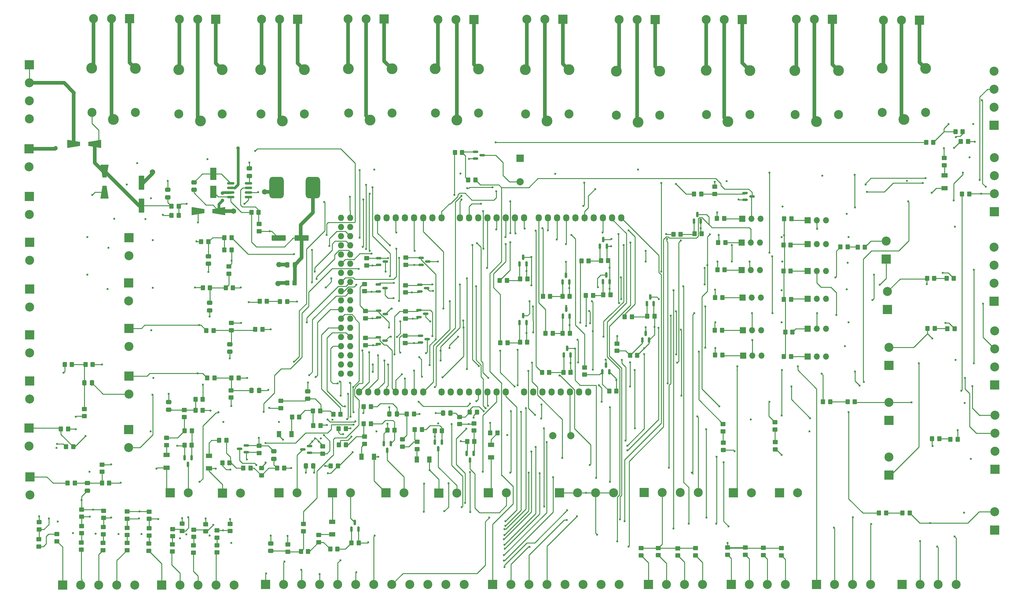
<source format=gtl>
%TF.GenerationSoftware,KiCad,Pcbnew,(6.0.0)*%
%TF.CreationDate,2022-03-05T09:13:46+01:00*%
%TF.ProjectId,arduiboard1,61726475-6962-46f6-9172-64312e6b6963,rev?*%
%TF.SameCoordinates,Original*%
%TF.FileFunction,Copper,L1,Top*%
%TF.FilePolarity,Positive*%
%FSLAX46Y46*%
G04 Gerber Fmt 4.6, Leading zero omitted, Abs format (unit mm)*
G04 Created by KiCad (PCBNEW (6.0.0)) date 2022-03-05 09:13:46*
%MOMM*%
%LPD*%
G01*
G04 APERTURE LIST*
G04 Aperture macros list*
%AMRoundRect*
0 Rectangle with rounded corners*
0 $1 Rounding radius*
0 $2 $3 $4 $5 $6 $7 $8 $9 X,Y pos of 4 corners*
0 Add a 4 corners polygon primitive as box body*
4,1,4,$2,$3,$4,$5,$6,$7,$8,$9,$2,$3,0*
0 Add four circle primitives for the rounded corners*
1,1,$1+$1,$2,$3*
1,1,$1+$1,$4,$5*
1,1,$1+$1,$6,$7*
1,1,$1+$1,$8,$9*
0 Add four rect primitives between the rounded corners*
20,1,$1+$1,$2,$3,$4,$5,0*
20,1,$1+$1,$4,$5,$6,$7,0*
20,1,$1+$1,$6,$7,$8,$9,0*
20,1,$1+$1,$8,$9,$2,$3,0*%
%AMOutline4P*
0 Free polygon, 4 corners , with rotation*
0 The origin of the aperture is its center*
0 number of corners: always 4*
0 $1 to $8 corner X, Y*
0 $9 Rotation angle, in degrees counterclockwise*
0 create outline with 4 corners*
4,1,4,$1,$2,$3,$4,$5,$6,$7,$8,$1,$2,$9*%
G04 Aperture macros list end*
%TA.AperFunction,SMDPad,CuDef*%
%ADD10RoundRect,0.250000X-0.450000X0.350000X-0.450000X-0.350000X0.450000X-0.350000X0.450000X0.350000X0*%
%TD*%
%TA.AperFunction,SMDPad,CuDef*%
%ADD11RoundRect,0.250000X-0.350000X-0.450000X0.350000X-0.450000X0.350000X0.450000X-0.350000X0.450000X0*%
%TD*%
%TA.AperFunction,ComponentPad*%
%ADD12C,3.000000*%
%TD*%
%TA.AperFunction,ComponentPad*%
%ADD13C,2.500000*%
%TD*%
%TA.AperFunction,ComponentPad*%
%ADD14R,1.700000X1.700000*%
%TD*%
%TA.AperFunction,ComponentPad*%
%ADD15O,1.700000X1.700000*%
%TD*%
%TA.AperFunction,ComponentPad*%
%ADD16R,2.500000X2.500000*%
%TD*%
%TA.AperFunction,SMDPad,CuDef*%
%ADD17RoundRect,0.250000X0.450000X-0.350000X0.450000X0.350000X-0.450000X0.350000X-0.450000X-0.350000X0*%
%TD*%
%TA.AperFunction,SMDPad,CuDef*%
%ADD18RoundRect,0.150000X0.587500X0.150000X-0.587500X0.150000X-0.587500X-0.150000X0.587500X-0.150000X0*%
%TD*%
%TA.AperFunction,SMDPad,CuDef*%
%ADD19RoundRect,0.250000X0.350000X0.450000X-0.350000X0.450000X-0.350000X-0.450000X0.350000X-0.450000X0*%
%TD*%
%TA.AperFunction,SMDPad,CuDef*%
%ADD20Outline4P,-1.800000X-1.150000X1.800000X-0.550000X1.800000X0.550000X-1.800000X1.150000X0.000000*%
%TD*%
%TA.AperFunction,SMDPad,CuDef*%
%ADD21Outline4P,-1.800000X-1.150000X1.800000X-0.550000X1.800000X0.550000X-1.800000X1.150000X180.000000*%
%TD*%
%TA.AperFunction,SMDPad,CuDef*%
%ADD22RoundRect,0.150000X-0.587500X-0.150000X0.587500X-0.150000X0.587500X0.150000X-0.587500X0.150000X0*%
%TD*%
%TA.AperFunction,SMDPad,CuDef*%
%ADD23RoundRect,0.250000X0.475000X-0.337500X0.475000X0.337500X-0.475000X0.337500X-0.475000X-0.337500X0*%
%TD*%
%TA.AperFunction,ComponentPad*%
%ADD24C,2.000000*%
%TD*%
%TA.AperFunction,SMDPad,CuDef*%
%ADD25RoundRect,0.250000X-0.325000X-0.450000X0.325000X-0.450000X0.325000X0.450000X-0.325000X0.450000X0*%
%TD*%
%TA.AperFunction,SMDPad,CuDef*%
%ADD26RoundRect,0.250000X0.337500X0.475000X-0.337500X0.475000X-0.337500X-0.475000X0.337500X-0.475000X0*%
%TD*%
%TA.AperFunction,SMDPad,CuDef*%
%ADD27Outline4P,-1.800000X-1.150000X1.800000X-0.550000X1.800000X0.550000X-1.800000X1.150000X270.000000*%
%TD*%
%TA.AperFunction,SMDPad,CuDef*%
%ADD28Outline4P,-1.800000X-1.150000X1.800000X-0.550000X1.800000X0.550000X-1.800000X1.150000X90.000000*%
%TD*%
%TA.AperFunction,SMDPad,CuDef*%
%ADD29RoundRect,0.150000X0.150000X-0.587500X0.150000X0.587500X-0.150000X0.587500X-0.150000X-0.587500X0*%
%TD*%
%TA.AperFunction,SMDPad,CuDef*%
%ADD30RoundRect,0.150000X-0.150000X0.587500X-0.150000X-0.587500X0.150000X-0.587500X0.150000X0.587500X0*%
%TD*%
%TA.AperFunction,SMDPad,CuDef*%
%ADD31RoundRect,0.250000X-0.475000X0.337500X-0.475000X-0.337500X0.475000X-0.337500X0.475000X0.337500X0*%
%TD*%
%TA.AperFunction,SMDPad,CuDef*%
%ADD32R,1.700000X1.300000*%
%TD*%
%TA.AperFunction,SMDPad,CuDef*%
%ADD33RoundRect,1.000000X-1.000000X-2.000000X1.000000X-2.000000X1.000000X2.000000X-1.000000X2.000000X0*%
%TD*%
%TA.AperFunction,ComponentPad*%
%ADD34O,1.727200X2.032000*%
%TD*%
%TA.AperFunction,SMDPad,CuDef*%
%ADD35RoundRect,0.250000X-0.337500X-0.475000X0.337500X-0.475000X0.337500X0.475000X-0.337500X0.475000X0*%
%TD*%
%TA.AperFunction,SMDPad,CuDef*%
%ADD36R,1.800000X3.500000*%
%TD*%
%TA.AperFunction,SMDPad,CuDef*%
%ADD37R,1.300000X1.700000*%
%TD*%
%TA.AperFunction,SMDPad,CuDef*%
%ADD38RoundRect,0.249600X1.712900X0.550400X-1.712900X0.550400X-1.712900X-0.550400X1.712900X-0.550400X0*%
%TD*%
%TA.AperFunction,SMDPad,CuDef*%
%ADD39RoundRect,0.150000X-0.825000X-0.150000X0.825000X-0.150000X0.825000X0.150000X-0.825000X0.150000X0*%
%TD*%
%TA.AperFunction,ComponentPad*%
%ADD40R,2.000000X2.000000*%
%TD*%
%TA.AperFunction,SMDPad,CuDef*%
%ADD41RoundRect,0.249600X0.550400X-1.712900X0.550400X1.712900X-0.550400X1.712900X-0.550400X-1.712900X0*%
%TD*%
%TA.AperFunction,ComponentPad*%
%ADD42C,1.727200*%
%TD*%
%TA.AperFunction,ComponentPad*%
%ADD43O,1.727200X1.727200*%
%TD*%
%TA.AperFunction,ViaPad*%
%ADD44C,0.600000*%
%TD*%
%TA.AperFunction,ViaPad*%
%ADD45C,1.500000*%
%TD*%
%TA.AperFunction,ViaPad*%
%ADD46C,1.000000*%
%TD*%
%TA.AperFunction,ViaPad*%
%ADD47C,1.200000*%
%TD*%
%TA.AperFunction,Conductor*%
%ADD48C,0.250000*%
%TD*%
%TA.AperFunction,Conductor*%
%ADD49C,1.000000*%
%TD*%
%TA.AperFunction,Conductor*%
%ADD50C,0.800000*%
%TD*%
G04 APERTURE END LIST*
D10*
%TO.P,R127,1*%
%TO.N,Net-(R125-Pad2)*%
X108712000Y-131486400D03*
%TO.P,R127,2*%
%TO.N,Net-(D36-Pad1)*%
X108712000Y-133486400D03*
%TD*%
D11*
%TO.P,R50,1*%
%TO.N,Net-(C12-Pad1)*%
X69866000Y-76301600D03*
%TO.P,R50,2*%
%TO.N,30*%
X71866000Y-76301600D03*
%TD*%
D12*
%TO.P,K10,1*%
%TO.N,/logique/Bloc relais/COM10*%
X258114800Y-43552000D03*
D13*
%TO.P,K10,2*%
%TO.N,Net-(D57-Pad1)*%
X264164800Y-41602000D03*
D12*
%TO.P,K10,3*%
%TO.N,/logique/Bloc relais/NO10*%
X264164800Y-29402000D03*
%TO.P,K10,4*%
%TO.N,/logique/Bloc relais/NF10*%
X252114800Y-29352000D03*
D13*
%TO.P,K10,5*%
%TO.N,+12V*%
X252164800Y-41602000D03*
%TD*%
D14*
%TO.P,JP10,1,A*%
%TO.N,Net-(JP10-Pad1)*%
X231475000Y-93268800D03*
D15*
%TO.P,JP10,2,C*%
%TO.N,/logique/Collecteurs ouverts/OC10-PWM*%
X234015000Y-93268800D03*
%TO.P,JP10,3,B*%
%TO.N,Net-(JP10-Pad3)*%
X236555000Y-93268800D03*
%TD*%
D11*
%TO.P,R119,1*%
%TO.N,Net-(C19-Pad1)*%
X91049600Y-163322000D03*
%TO.P,R119,2*%
%TO.N,Net-(R119-Pad2)*%
X93049600Y-163322000D03*
%TD*%
D16*
%TO.P,J14,1,Pin_1*%
%TO.N,/logique/Entr\u00E9es digitales/IN7*%
X43386400Y-101473000D03*
D13*
%TO.P,J14,2,Pin_2*%
%TO.N,GND*%
X43386400Y-106473000D03*
%TD*%
D10*
%TO.P,R159,1*%
%TO.N,Net-(R159-Pad1)*%
X222453200Y-133006000D03*
%TO.P,R159,2*%
%TO.N,/logique/Entr\u00E9es analogiques - Extension/Extention analogique simple4/A_IN_EXT*%
X222453200Y-135006000D03*
%TD*%
%TO.P,R138,1*%
%TO.N,Net-(R137-Pad2)*%
X138988800Y-127778000D03*
%TO.P,R138,2*%
%TO.N,Net-(Q22-Pad1)*%
X138988800Y-129778000D03*
%TD*%
D17*
%TO.P,R165,1*%
%TO.N,/logique/Entr\u00E9es analogiques/ANALOG5*%
X23469600Y-160461200D03*
%TO.P,R165,2*%
%TO.N,Net-(R165-Pad2)*%
X23469600Y-158461200D03*
%TD*%
D16*
%TO.P,J41,1,Pin_1*%
%TO.N,/logique/Extensions/Simple extension1/EI*%
X54867000Y-147062800D03*
D13*
%TO.P,J41,2,Pin_2*%
%TO.N,/logique/Extensions/Simple extension1/COL_EXT*%
X59867000Y-147062800D03*
%TD*%
D11*
%TO.P,R54,1*%
%TO.N,/logique/Entr\u00E9es digitales/IN7*%
X64852800Y-102057200D03*
%TO.P,R54,2*%
%TO.N,Net-(C14-Pad1)*%
X66852800Y-102057200D03*
%TD*%
D17*
%TO.P,R66,1*%
%TO.N,/logique/Entr\u00E9es analogiques/ANALOG4*%
X67818000Y-163560000D03*
%TO.P,R66,2*%
%TO.N,Net-(R66-Pad2)*%
X67818000Y-161560000D03*
%TD*%
D11*
%TO.P,R69,1*%
%TO.N,38*%
X199964800Y-64262000D03*
%TO.P,R69,2*%
%TO.N,Net-(Q9-Pad1)*%
X201964800Y-64262000D03*
%TD*%
D17*
%TO.P,R160,1*%
%TO.N,Net-(R159-Pad1)*%
X222418400Y-129519600D03*
%TO.P,R160,2*%
%TO.N,A14*%
X222418400Y-127519600D03*
%TD*%
D16*
%TO.P,J34,1,Pin_1*%
%TO.N,/logique/Bloc relais/NO10*%
X262479800Y-16056000D03*
D13*
%TO.P,J34,2,Pin_2*%
%TO.N,/logique/Bloc relais/COM10*%
X257479800Y-16056000D03*
%TO.P,J34,3,Pin_3*%
%TO.N,/logique/Bloc relais/NF10*%
X252479800Y-16056000D03*
%TD*%
D18*
%TO.P,Q18,1,G*%
%TO.N,Net-(Q18-Pad1)*%
X93444300Y-135976400D03*
%TO.P,Q18,2,S*%
%TO.N,GND*%
X93444300Y-134076400D03*
%TO.P,Q18,3,D*%
%TO.N,/logique/Extensions/Simple extension3/COL_EXT*%
X91569300Y-135026400D03*
%TD*%
D16*
%TO.P,J9,1,Pin_1*%
%TO.N,GND*%
X283257600Y-117158000D03*
D13*
%TO.P,J9,2,Pin_2*%
%TO.N,VCC*%
X283257600Y-112158000D03*
%TO.P,J9,3,Pin_3*%
%TO.N,17(Rx2)*%
X283257600Y-107158000D03*
%TO.P,J9,4,Pin_4*%
%TO.N,16(Tx2)*%
X283257600Y-102158000D03*
%TD*%
D19*
%TO.P,R106,1*%
%TO.N,VCC*%
X86445600Y-140208000D03*
%TO.P,R106,2*%
%TO.N,Net-(C17-Pad1)*%
X84445600Y-140208000D03*
%TD*%
D17*
%TO.P,R63,1*%
%TO.N,/logique/Entr\u00E9es analogiques/ANALOG3*%
X61264800Y-163610800D03*
%TO.P,R63,2*%
%TO.N,Net-(R63-Pad2)*%
X61264800Y-161610800D03*
%TD*%
D20*
%TO.P,D1,1,K*%
%TO.N,Net-(D1-Pad1)*%
X28138800Y-50342800D03*
D21*
%TO.P,D1,2,A*%
%TO.N,+12V*%
X33938800Y-50342800D03*
%TD*%
D11*
%TO.P,R190,1*%
%TO.N,Net-(Q34-Pad1)*%
X163795200Y-113690400D03*
%TO.P,R190,2*%
%TO.N,GND*%
X165795200Y-113690400D03*
%TD*%
D17*
%TO.P,R58,1*%
%TO.N,Net-(R57-Pad2)*%
X48971200Y-158870400D03*
%TO.P,R58,2*%
%TO.N,A0*%
X48971200Y-156870400D03*
%TD*%
D22*
%TO.P,Q24,1,G*%
%TO.N,A9*%
X112498900Y-89321600D03*
%TO.P,Q24,2,S*%
%TO.N,GND*%
X112498900Y-91221600D03*
%TO.P,Q24,3,D*%
%TO.N,/logique/Entr\u00E9es analogiques - Extension/Extention analogique simple1/COL_AIN_EXT*%
X114373900Y-90271600D03*
%TD*%
D17*
%TO.P,R112,1*%
%TO.N,VCC*%
X85496400Y-123580400D03*
%TO.P,R112,2*%
%TO.N,Net-(C18-Pad1)*%
X85496400Y-121580400D03*
%TD*%
D10*
%TO.P,R13,1*%
%TO.N,VCC*%
X219202000Y-162271200D03*
%TO.P,R13,2*%
%TO.N,Net-(J35-Pad3)*%
X219202000Y-164271200D03*
%TD*%
D23*
%TO.P,C2,1*%
%TO.N,+12V*%
X54152800Y-65147100D03*
%TO.P,C2,2*%
%TO.N,GND*%
X54152800Y-63072100D03*
%TD*%
D24*
%TO.P,SW1,1,1*%
%TO.N,GND*%
X160872800Y-131162400D03*
%TO.P,SW1,2,2*%
%TO.N,Reset*%
X165872800Y-131162400D03*
%TD*%
D25*
%TO.P,D5,1,K*%
%TO.N,Net-(D5-Pad1)*%
X85233400Y-94030800D03*
%TO.P,D5,2,A*%
%TO.N,VCC*%
X87283400Y-94030800D03*
%TD*%
D11*
%TO.P,R83,1*%
%TO.N,VCC*%
X205822800Y-92964000D03*
%TO.P,R83,2*%
%TO.N,Net-(JP4-Pad1)*%
X207822800Y-92964000D03*
%TD*%
D22*
%TO.P,Q26,1,G*%
%TO.N,A11*%
X112522000Y-103936800D03*
%TO.P,Q26,2,S*%
%TO.N,GND*%
X112522000Y-105836800D03*
%TO.P,Q26,3,D*%
%TO.N,/logique/Entr\u00E9es analogiques - Extension/Extention analogique simple3/COL_AIN_EXT*%
X114397000Y-104886800D03*
%TD*%
D26*
%TO.P,C21,1*%
%TO.N,Net-(C21-Pad1)*%
X117674300Y-125171200D03*
%TO.P,C21,2*%
%TO.N,GND*%
X115599300Y-125171200D03*
%TD*%
D17*
%TO.P,R171,1*%
%TO.N,/logique/Entr\u00E9es analogiques/ANALOG7*%
X36220400Y-162950400D03*
%TO.P,R171,2*%
%TO.N,Net-(R171-Pad2)*%
X36220400Y-160950400D03*
%TD*%
D11*
%TO.P,R198,1*%
%TO.N,Net-(Q36-Pad1)*%
X151755600Y-105257600D03*
%TO.P,R198,2*%
%TO.N,GND*%
X153755600Y-105257600D03*
%TD*%
D19*
%TO.P,R99,1*%
%TO.N,41*%
X63855600Y-121107200D03*
%TO.P,R99,2*%
%TO.N,Net-(C16-Pad1)*%
X61855600Y-121107200D03*
%TD*%
D27*
%TO.P,D2,1,A1*%
%TO.N,+12V*%
X36677600Y-57907600D03*
D28*
%TO.P,D2,2,A2*%
%TO.N,GND*%
X36677600Y-63707600D03*
%TD*%
D11*
%TO.P,R75,1*%
%TO.N,VCC*%
X206695800Y-77698600D03*
%TO.P,R75,2*%
%TO.N,Net-(JP2-Pad1)*%
X208695800Y-77698600D03*
%TD*%
D16*
%TO.P,J36,1,Pin_1*%
%TO.N,VCC*%
X162699200Y-147012000D03*
D13*
%TO.P,J36,2,Pin_2*%
X167699200Y-147012000D03*
%TO.P,J36,3,Pin_3*%
X172699200Y-147012000D03*
%TO.P,J36,4,Pin_4*%
X177699200Y-147012000D03*
%TD*%
D11*
%TO.P,R156,1*%
%TO.N,Net-(R156-Pad1)*%
X257724400Y-152603200D03*
%TO.P,R156,2*%
%TO.N,/logique/Entr\u00E9es analogiques - Extension/Extention analogique simple6/A_IN_EXT*%
X259724400Y-152603200D03*
%TD*%
D19*
%TO.P,R49,1*%
%TO.N,VCC*%
X71866000Y-79705200D03*
%TO.P,R49,2*%
%TO.N,Net-(C12-Pad1)*%
X69866000Y-79705200D03*
%TD*%
%TO.P,R104,1*%
%TO.N,Net-(Q16-Pad1)*%
X60791600Y-133858000D03*
%TO.P,R104,2*%
%TO.N,GND*%
X58791600Y-133858000D03*
%TD*%
D29*
%TO.P,Q19,1,G*%
%TO.N,Net-(Q19-Pad1)*%
X105069600Y-157147500D03*
%TO.P,Q19,2,S*%
%TO.N,GND*%
X106969600Y-157147500D03*
%TO.P,Q19,3,D*%
%TO.N,/logique/Extensions/Simple extension6/COL_EXT*%
X106019600Y-155272500D03*
%TD*%
D11*
%TO.P,R150,1*%
%TO.N,Net-(R150-Pad1)*%
X242535200Y-121767600D03*
%TO.P,R150,2*%
%TO.N,/logique/Entr\u00E9es analogiques - Extension/Extention analogique simple3/A_IN_EXT*%
X244535200Y-121767600D03*
%TD*%
D17*
%TO.P,R70,1*%
%TO.N,Net-(Q9-Pad1)*%
X205689200Y-64195200D03*
%TO.P,R70,2*%
%TO.N,GND*%
X205689200Y-62195200D03*
%TD*%
D16*
%TO.P,J17,1,Pin_1*%
%TO.N,GND*%
X283105200Y-45174400D03*
D13*
%TO.P,J17,2,Pin_2*%
%TO.N,VCC*%
X283105200Y-40174400D03*
%TO.P,J17,3,Pin_3*%
%TO.N,0(Rx0)*%
X283105200Y-35174400D03*
%TO.P,J17,4,Pin_4*%
%TO.N,1(Tx0)*%
X283105200Y-30174400D03*
%TD*%
D10*
%TO.P,R17,1*%
%TO.N,+12V*%
X195478400Y-162423600D03*
%TO.P,R17,2*%
%TO.N,Net-(J37-Pad3)*%
X195478400Y-164423600D03*
%TD*%
D16*
%TO.P,J39,1,Pin_1*%
%TO.N,/logique/Extensions/Simple extension2/EI*%
X69342000Y-147113600D03*
D13*
%TO.P,J39,2,Pin_2*%
%TO.N,/logique/Extensions/Simple extension2/COL_EXT*%
X74342000Y-147113600D03*
%TD*%
D16*
%TO.P,J12,1,Pin_1*%
%TO.N,/logique/Entr\u00E9es digitales/IN9*%
X15954400Y-142595600D03*
D13*
%TO.P,J12,2,Pin_2*%
%TO.N,GND*%
X15954400Y-147595600D03*
%TD*%
D30*
%TO.P,Q21,1,G*%
%TO.N,Net-(Q21-Pad1)*%
X130083600Y-132971300D03*
%TO.P,Q21,2,S*%
%TO.N,GND*%
X128183600Y-132971300D03*
%TO.P,Q21,3,D*%
%TO.N,/logique/Extensions/Simple extension5/COL_EXT*%
X129133600Y-134846300D03*
%TD*%
D11*
%TO.P,R93,1*%
%TO.N,39*%
X264277600Y-49885600D03*
%TO.P,R93,2*%
%TO.N,Net-(C15-Pad1)*%
X266277600Y-49885600D03*
%TD*%
D14*
%TO.P,JP6,1,A*%
%TO.N,Net-(JP6-Pad1)*%
X213563200Y-109016800D03*
D15*
%TO.P,JP6,2,C*%
%TO.N,/logique/Collecteurs ouverts/OC6-PWM*%
X216103200Y-109016800D03*
%TO.P,JP6,3,B*%
%TO.N,Net-(JP6-Pad3)*%
X218643200Y-109016800D03*
%TD*%
D11*
%TO.P,R86,1*%
%TO.N,Net-(Q13-Pad1)*%
X187010800Y-98094800D03*
%TO.P,R86,2*%
%TO.N,GND*%
X189010800Y-98094800D03*
%TD*%
D10*
%TO.P,R97,1*%
%TO.N,Net-(R95-Pad2)*%
X269341600Y-54270400D03*
%TO.P,R97,2*%
%TO.N,Net-(D26-Pad1)*%
X269341600Y-56270400D03*
%TD*%
%TO.P,R117,1*%
%TO.N,47*%
X91795600Y-155702000D03*
%TO.P,R117,2*%
%TO.N,Net-(C19-Pad1)*%
X91795600Y-157702000D03*
%TD*%
%TO.P,R14,1*%
%TO.N,VCC*%
X224180400Y-162372800D03*
%TO.P,R14,2*%
%TO.N,Net-(J35-Pad4)*%
X224180400Y-164372800D03*
%TD*%
D11*
%TO.P,R77,1*%
%TO.N,42*%
X168773600Y-82804000D03*
%TO.P,R77,2*%
%TO.N,Net-(Q11-Pad1)*%
X170773600Y-82804000D03*
%TD*%
D31*
%TO.P,C24,1*%
%TO.N,Net-(C24-Pad1)*%
X31902400Y-144330600D03*
%TO.P,C24,2*%
%TO.N,GND*%
X31902400Y-146405600D03*
%TD*%
D26*
%TO.P,C6,1*%
%TO.N,Net-(C5-Pad1)*%
X89378700Y-83870800D03*
%TO.P,C6,2*%
%TO.N,GND*%
X87303700Y-83870800D03*
%TD*%
D11*
%TO.P,R186,1*%
%TO.N,Net-(Q33-Pad1)*%
X163592000Y-102819200D03*
%TO.P,R186,2*%
%TO.N,GND*%
X165592000Y-102819200D03*
%TD*%
D10*
%TO.P,R89,1*%
%TO.N,5(\u002A\u002A)*%
X178663600Y-105680000D03*
%TO.P,R89,2*%
%TO.N,Net-(Q14-Pad1)*%
X178663600Y-107680000D03*
%TD*%
D11*
%TO.P,R79,1*%
%TO.N,VCC*%
X206467200Y-85191600D03*
%TO.P,R79,2*%
%TO.N,Net-(JP3-Pad1)*%
X208467200Y-85191600D03*
%TD*%
D32*
%TO.P,D34,1,K*%
%TO.N,Net-(D34-Pad1)*%
X99720400Y-158569600D03*
%TO.P,D34,2,A*%
%TO.N,/logique/Extensions/Simple extension6/EI*%
X99720400Y-155069600D03*
%TD*%
D16*
%TO.P,J31,1,Pin_1*%
%TO.N,/logique/Bloc relais/NO7*%
X163648400Y-15802000D03*
D13*
%TO.P,J31,2,Pin_2*%
%TO.N,/logique/Bloc relais/COM7*%
X158648400Y-15802000D03*
%TO.P,J31,3,Pin_3*%
%TO.N,/logique/Bloc relais/NF7*%
X153648400Y-15802000D03*
%TD*%
D16*
%TO.P,J8,1,Pin_1*%
%TO.N,GND*%
X257644400Y-172412000D03*
D13*
%TO.P,J8,2,Pin_2*%
%TO.N,VCC*%
X262644400Y-172412000D03*
%TO.P,J8,3,Pin_3*%
%TO.N,SDA*%
X267644400Y-172412000D03*
%TO.P,J8,4,Pin_4*%
%TO.N,SCL*%
X272644400Y-172412000D03*
%TD*%
D10*
%TO.P,R105,1*%
%TO.N,43*%
X80137000Y-140208000D03*
%TO.P,R105,2*%
%TO.N,Net-(C17-Pad1)*%
X80137000Y-142208000D03*
%TD*%
D16*
%TO.P,J3,1,Pin_1*%
%TO.N,/logique/Entr\u00E9es digitales/IN1*%
X15802000Y-64871600D03*
D13*
%TO.P,J3,2,Pin_2*%
%TO.N,GND*%
X15802000Y-69871600D03*
%TD*%
D10*
%TO.P,R149,1*%
%TO.N,A10*%
X108966000Y-96688400D03*
%TO.P,R149,2*%
%TO.N,GND*%
X108966000Y-98688400D03*
%TD*%
D32*
%TO.P,D30,1,K*%
%TO.N,Net-(D30-Pad1)*%
X65633600Y-136781600D03*
%TO.P,D30,2,A*%
%TO.N,/logique/Extensions/Simple extension2/EI*%
X65633600Y-140281600D03*
%TD*%
D12*
%TO.P,K6,1*%
%TO.N,/logique/Bloc relais/COM7*%
X159258000Y-43958400D03*
D13*
%TO.P,K6,2*%
%TO.N,Net-(D11-Pad1)*%
X165308000Y-42008400D03*
D12*
%TO.P,K6,3*%
%TO.N,/logique/Bloc relais/NO7*%
X165308000Y-29808400D03*
%TO.P,K6,4*%
%TO.N,/logique/Bloc relais/NF7*%
X153258000Y-29758400D03*
D13*
%TO.P,K6,5*%
%TO.N,+12V*%
X153308000Y-42008400D03*
%TD*%
D10*
%TO.P,R101,1*%
%TO.N,Net-(C16-Pad1)*%
X58775600Y-124069600D03*
%TO.P,R101,2*%
%TO.N,Net-(R101-Pad2)*%
X58775600Y-126069600D03*
%TD*%
D16*
%TO.P,J44,1,Pin_1*%
%TO.N,/logique/Extensions/Simple extension6/EI*%
X99822000Y-147062800D03*
D13*
%TO.P,J44,2,Pin_2*%
%TO.N,/logique/Extensions/Simple extension6/COL_EXT*%
X104822000Y-147062800D03*
%TD*%
D29*
%TO.P,Q31,1,B*%
%TO.N,Net-(Q31-Pad1)*%
X174614800Y-113510300D03*
%TO.P,Q31,2,E*%
%TO.N,GND*%
X176514800Y-113510300D03*
%TO.P,Q31,3,C*%
%TO.N,/logique/Collecteurs ouverts/OC7-PWM*%
X175564800Y-111635300D03*
%TD*%
D11*
%TO.P,R91,1*%
%TO.N,VCC*%
X205806800Y-108864400D03*
%TO.P,R91,2*%
%TO.N,Net-(JP6-Pad1)*%
X207806800Y-108864400D03*
%TD*%
%TO.P,R194,1*%
%TO.N,Net-(Q35-Pad1)*%
X151806400Y-87782400D03*
%TO.P,R194,2*%
%TO.N,GND*%
X153806400Y-87782400D03*
%TD*%
D12*
%TO.P,K8,1*%
%TO.N,/logique/Bloc relais/COM5*%
X209397600Y-44161600D03*
D13*
%TO.P,K8,2*%
%TO.N,Net-(D13-Pad1)*%
X215447600Y-42211600D03*
D12*
%TO.P,K8,3*%
%TO.N,/logique/Bloc relais/NO5*%
X215447600Y-30011600D03*
%TO.P,K8,4*%
%TO.N,/logique/Bloc relais/NF5*%
X203397600Y-29961600D03*
D13*
%TO.P,K8,5*%
%TO.N,+12V*%
X203447600Y-42211600D03*
%TD*%
D22*
%TO.P,Q30,1,G*%
%TO.N,A15*%
X124206000Y-103479600D03*
%TO.P,Q30,2,S*%
%TO.N,GND*%
X124206000Y-105379600D03*
%TO.P,Q30,3,D*%
%TO.N,/logique/Entr\u00E9es analogiques - Extension/Extention analogique simple7/COL_AIN_EXT*%
X126081000Y-104429600D03*
%TD*%
D11*
%TO.P,R3,1*%
%TO.N,Net-(C5-Pad1)*%
X77359000Y-69342000D03*
%TO.P,R3,2*%
%TO.N,Net-(R3-Pad2)*%
X79359000Y-69342000D03*
%TD*%
D33*
%TO.P,L1,1*%
%TO.N,Net-(C4-Pad2)*%
X84305600Y-62430800D03*
%TO.P,L1,2*%
%TO.N,Net-(C5-Pad1)*%
X94365600Y-62430800D03*
%TD*%
D10*
%TO.P,R146,1*%
%TO.N,A10*%
X108712000Y-89170000D03*
%TO.P,R146,2*%
%TO.N,GND*%
X108712000Y-91170000D03*
%TD*%
D16*
%TO.P,J40,1,Pin_1*%
%TO.N,/logique/Extensions/Simple extension/EI*%
X43335600Y-129540000D03*
D13*
%TO.P,J40,2,Pin_2*%
%TO.N,/logique/Extensions/Simple extension/COL_EXT*%
X43335600Y-134540000D03*
%TD*%
D34*
%TO.P,P10,1,Pin_1*%
%TO.N,A0*%
X147838000Y-119126000D03*
%TO.P,P10,2,Pin_2*%
%TO.N,A1*%
X145298000Y-119126000D03*
%TO.P,P10,3,Pin_3*%
%TO.N,A2*%
X142758000Y-119126000D03*
%TO.P,P10,4,Pin_4*%
%TO.N,A3*%
X140218000Y-119126000D03*
%TO.P,P10,5,Pin_5*%
%TO.N,A4*%
X137678000Y-119126000D03*
%TO.P,P10,6,Pin_6*%
%TO.N,A5*%
X135138000Y-119126000D03*
%TO.P,P10,7,Pin_7*%
%TO.N,A6*%
X132598000Y-119126000D03*
%TO.P,P10,8,Pin_8*%
%TO.N,A7*%
X130058000Y-119126000D03*
%TD*%
D11*
%TO.P,R141,1*%
%TO.N,Net-(R141-Pad1)*%
X245329200Y-78943200D03*
%TO.P,R141,2*%
%TO.N,/logique/Entr\u00E9es analogiques - Extension/Extention analogique simple/A_IN_EXT*%
X247329200Y-78943200D03*
%TD*%
D10*
%TO.P,R137,1*%
%TO.N,Net-(C22-Pad1)*%
X135026400Y-126000000D03*
%TO.P,R137,2*%
%TO.N,Net-(R137-Pad2)*%
X135026400Y-128000000D03*
%TD*%
D23*
%TO.P,C18,1*%
%TO.N,Net-(C18-Pad1)*%
X92913200Y-120976300D03*
%TO.P,C18,2*%
%TO.N,GND*%
X92913200Y-118901300D03*
%TD*%
D14*
%TO.P,JP4,1,A*%
%TO.N,Net-(JP4-Pad1)*%
X213410800Y-92913200D03*
D15*
%TO.P,JP4,2,C*%
%TO.N,/logique/Collecteurs ouverts/OC4*%
X215950800Y-92913200D03*
%TO.P,JP4,3,B*%
%TO.N,Net-(JP4-Pad3)*%
X218490800Y-92913200D03*
%TD*%
D14*
%TO.P,JP5,1,A*%
%TO.N,Net-(JP5-Pad1)*%
X213512400Y-102006400D03*
D15*
%TO.P,JP5,2,C*%
%TO.N,/logique/Collecteurs ouverts/OC5-PWM*%
X216052400Y-102006400D03*
%TO.P,JP5,3,B*%
%TO.N,Net-(JP5-Pad3)*%
X218592400Y-102006400D03*
%TD*%
D19*
%TO.P,R108,1*%
%TO.N,Net-(R107-Pad2)*%
X71307200Y-138734800D03*
%TO.P,R108,2*%
%TO.N,Net-(Q17-Pad1)*%
X69307200Y-138734800D03*
%TD*%
D11*
%TO.P,R201,1*%
%TO.N,/logique/Entr\u00E9es digitales/IN10*%
X25619200Y-111506000D03*
%TO.P,R201,2*%
%TO.N,Net-(C23-Pad1)*%
X27619200Y-111506000D03*
%TD*%
D16*
%TO.P,J43,1,Pin_1*%
%TO.N,/logique/Extensions/Simple extension5/EI*%
X129289000Y-147120000D03*
D13*
%TO.P,J43,2,Pin_2*%
%TO.N,/logique/Extensions/Simple extension5/COL_EXT*%
X134289000Y-147120000D03*
%TD*%
D11*
%TO.P,R47,1*%
%TO.N,Net-(C11-Pad1)*%
X71812400Y-115163600D03*
%TO.P,R47,2*%
%TO.N,36*%
X73812400Y-115163600D03*
%TD*%
%TO.P,R102,1*%
%TO.N,Net-(R101-Pad2)*%
X58842400Y-129844800D03*
%TO.P,R102,2*%
%TO.N,Net-(Q16-Pad1)*%
X60842400Y-129844800D03*
%TD*%
D19*
%TO.P,R157,1*%
%TO.N,Net-(R156-Pad1)*%
X253222000Y-152654000D03*
%TO.P,R157,2*%
%TO.N,A13*%
X251222000Y-152654000D03*
%TD*%
D10*
%TO.P,R52,1*%
%TO.N,VCC*%
X71069200Y-84293200D03*
%TO.P,R52,2*%
%TO.N,Net-(C13-Pad1)*%
X71069200Y-86293200D03*
%TD*%
D19*
%TO.P,R5,1*%
%TO.N,Net-(C5-Pad1)*%
X89290400Y-88900000D03*
%TO.P,R5,2*%
%TO.N,VCC*%
X87290400Y-88900000D03*
%TD*%
D17*
%TO.P,R60,1*%
%TO.N,/logique/Entr\u00E9es analogiques/ANALOG2*%
X55473600Y-163306000D03*
%TO.P,R60,2*%
%TO.N,Net-(R60-Pad2)*%
X55473600Y-161306000D03*
%TD*%
D16*
%TO.P,J50,1,Pin_1*%
%TO.N,/logique/Entr\u00E9es analogiques - Extension/Extention analogique simple3/COL_AIN_EXT*%
X254000000Y-127000000D03*
D13*
%TO.P,J50,2,Pin_2*%
%TO.N,/logique/Entr\u00E9es analogiques - Extension/Extention analogique simple3/A_IN_EXT*%
X254000000Y-122000000D03*
%TD*%
D17*
%TO.P,R169,1*%
%TO.N,Net-(R168-Pad2)*%
X30276800Y-158226000D03*
%TO.P,R169,2*%
%TO.N,A5*%
X30276800Y-156226000D03*
%TD*%
D16*
%TO.P,J27,1,Pin_1*%
%TO.N,/logique/Bloc relais/NO3*%
X90191600Y-15827400D03*
D13*
%TO.P,J27,2,Pin_2*%
%TO.N,/logique/Bloc relais/COM3*%
X85191600Y-15827400D03*
%TO.P,J27,3,Pin_3*%
%TO.N,/logique/Bloc relais/NF3*%
X80191600Y-15827400D03*
%TD*%
D12*
%TO.P,K7,1*%
%TO.N,/logique/Bloc relais/COM6*%
X184454800Y-44364800D03*
D13*
%TO.P,K7,2*%
%TO.N,Net-(D12-Pad1)*%
X190504800Y-42414800D03*
D12*
%TO.P,K7,3*%
%TO.N,/logique/Bloc relais/NO6*%
X190504800Y-30214800D03*
%TO.P,K7,4*%
%TO.N,/logique/Bloc relais/NF6*%
X178454800Y-30164800D03*
D13*
%TO.P,K7,5*%
%TO.N,+12V*%
X178504800Y-42414800D03*
%TD*%
D16*
%TO.P,J13,1,Pin_1*%
%TO.N,/logique/Entr\u00E9es digitales/IN8*%
X43383200Y-114655600D03*
D13*
%TO.P,J13,2,Pin_2*%
%TO.N,GND*%
X43383200Y-119655600D03*
%TD*%
D10*
%TO.P,R143,1*%
%TO.N,A8*%
X109270800Y-82007200D03*
%TO.P,R143,2*%
%TO.N,GND*%
X109270800Y-84007200D03*
%TD*%
D14*
%TO.P,JP11,1,A*%
%TO.N,Net-(JP11-Pad1)*%
X231475000Y-101600000D03*
D15*
%TO.P,JP11,2,C*%
%TO.N,/logique/Collecteurs ouverts/OC11-PWM*%
X234015000Y-101600000D03*
%TO.P,JP11,3,B*%
%TO.N,Net-(JP11-Pad3)*%
X236555000Y-101600000D03*
%TD*%
D11*
%TO.P,R81,1*%
%TO.N,44*%
X169992800Y-92303600D03*
%TO.P,R81,2*%
%TO.N,Net-(Q12-Pad1)*%
X171992800Y-92303600D03*
%TD*%
D30*
%TO.P,Q22,1,G*%
%TO.N,Net-(Q22-Pad1)*%
X138887200Y-136144000D03*
%TO.P,Q22,2,S*%
%TO.N,GND*%
X136987200Y-136144000D03*
%TO.P,Q22,3,D*%
%TO.N,/logique/Extensions/Simple extension4/COL_EXT*%
X137937200Y-138019000D03*
%TD*%
D19*
%TO.P,R211,1*%
%TO.N,/logique/Collecteurs ouverts/OC1*%
X139430000Y-60325000D03*
%TO.P,R211,2*%
%TO.N,Net-(Q39-Pad1)*%
X137430000Y-60325000D03*
%TD*%
D32*
%TO.P,D28,1,K*%
%TO.N,Net-(D28-Pad1)*%
X53848000Y-136578400D03*
%TO.P,D28,2,A*%
%TO.N,/logique/Extensions/Simple extension1/EI*%
X53848000Y-140078400D03*
%TD*%
D11*
%TO.P,R132,1*%
%TO.N,Net-(R131-Pad2)*%
X122596400Y-129540000D03*
%TO.P,R132,2*%
%TO.N,Net-(Q21-Pad1)*%
X124596400Y-129540000D03*
%TD*%
D29*
%TO.P,Q10,1,B*%
%TO.N,Net-(Q10-Pad1)*%
X199964000Y-71803500D03*
%TO.P,Q10,2,E*%
%TO.N,GND*%
X201864000Y-71803500D03*
%TO.P,Q10,3,C*%
%TO.N,/logique/Collecteurs ouverts/OC2*%
X200914000Y-69928500D03*
%TD*%
D11*
%TO.P,R203,1*%
%TO.N,Net-(C23-Pad1)*%
X31359600Y-111455200D03*
%TO.P,R203,2*%
%TO.N,2(\u002A\u002A)*%
X33359600Y-111455200D03*
%TD*%
D10*
%TO.P,R158,1*%
%TO.N,A13*%
X120040400Y-89525600D03*
%TO.P,R158,2*%
%TO.N,GND*%
X120040400Y-91525600D03*
%TD*%
D11*
%TO.P,R90,1*%
%TO.N,Net-(Q14-Pad1)*%
X182235600Y-108915200D03*
%TO.P,R90,2*%
%TO.N,GND*%
X184235600Y-108915200D03*
%TD*%
D10*
%TO.P,R173,1*%
%TO.N,GND*%
X36372800Y-152009600D03*
%TO.P,R173,2*%
%TO.N,A6*%
X36372800Y-154009600D03*
%TD*%
D17*
%TO.P,R46,1*%
%TO.N,VCC*%
X71729600Y-120634000D03*
%TO.P,R46,2*%
%TO.N,Net-(C11-Pad1)*%
X71729600Y-118634000D03*
%TD*%
D19*
%TO.P,R140,1*%
%TO.N,Net-(Q22-Pad1)*%
X139125200Y-132791200D03*
%TO.P,R140,2*%
%TO.N,GND*%
X137125200Y-132791200D03*
%TD*%
%TO.P,R135,1*%
%TO.N,48*%
X139836400Y-124714000D03*
%TO.P,R135,2*%
%TO.N,Net-(C22-Pad1)*%
X137836400Y-124714000D03*
%TD*%
D23*
%TO.P,C3,1*%
%TO.N,Net-(C3-Pad1)*%
X76758800Y-59203500D03*
%TO.P,C3,2*%
%TO.N,GND*%
X76758800Y-57128500D03*
%TD*%
D10*
%TO.P,R11,1*%
%TO.N,VCC*%
X209245200Y-162220400D03*
%TO.P,R11,2*%
%TO.N,Net-(J35-Pad1)*%
X209245200Y-164220400D03*
%TD*%
D19*
%TO.P,R10,1*%
%TO.N,AREF*%
X27974800Y-134264400D03*
%TO.P,R10,2*%
%TO.N,GND*%
X25974800Y-134264400D03*
%TD*%
D11*
%TO.P,R179,1*%
%TO.N,VCC*%
X224958400Y-71069200D03*
%TO.P,R179,2*%
%TO.N,Net-(JP7-Pad1)*%
X226958400Y-71069200D03*
%TD*%
D16*
%TO.P,J48,1,Pin_1*%
%TO.N,/logique/Entr\u00E9es analogiques - Extension/Extention analogique simple1/COL_AIN_EXT*%
X253565000Y-96266000D03*
D13*
%TO.P,J48,2,Pin_2*%
%TO.N,/logique/Entr\u00E9es analogiques - Extension/Extention analogique simple1/A_IN_EXT*%
X253565000Y-91266000D03*
%TD*%
D12*
%TO.P,K9,1*%
%TO.N,/logique/Bloc relais/COM9*%
X233934000Y-44187000D03*
D13*
%TO.P,K9,2*%
%TO.N,Net-(D56-Pad1)*%
X239984000Y-42237000D03*
D12*
%TO.P,K9,3*%
%TO.N,/logique/Bloc relais/NO9*%
X239984000Y-30037000D03*
%TO.P,K9,4*%
%TO.N,/logique/Bloc relais/NF9*%
X227934000Y-29987000D03*
D13*
%TO.P,K9,5*%
%TO.N,+12V*%
X227984000Y-42237000D03*
%TD*%
D11*
%TO.P,R181,1*%
%TO.N,7(\u002A\u002A)*%
X158105600Y-92608400D03*
%TO.P,R181,2*%
%TO.N,Net-(Q32-Pad1)*%
X160105600Y-92608400D03*
%TD*%
%TO.P,R178,1*%
%TO.N,Net-(Q31-Pad1)*%
X176495200Y-118821200D03*
%TO.P,R178,2*%
%TO.N,GND*%
X178495200Y-118821200D03*
%TD*%
D20*
%TO.P,D3,1,K*%
%TO.N,GND*%
X62530400Y-68935600D03*
D21*
%TO.P,D3,2,A*%
%TO.N,Net-(C4-Pad2)*%
X68330400Y-68935600D03*
%TD*%
D10*
%TO.P,R155,1*%
%TO.N,A12*%
X120091200Y-81854800D03*
%TO.P,R155,2*%
%TO.N,GND*%
X120091200Y-83854800D03*
%TD*%
D16*
%TO.P,J25,1,Pin_1*%
%TO.N,/logique/Bloc relais/NO1*%
X43608000Y-15675000D03*
D13*
%TO.P,J25,2,Pin_2*%
%TO.N,/logique/Bloc relais/COM1*%
X38608000Y-15675000D03*
%TO.P,J25,3,Pin_3*%
%TO.N,/logique/Bloc relais/NF1*%
X33608000Y-15675000D03*
%TD*%
D29*
%TO.P,Q33,1,B*%
%TO.N,Net-(Q33-Pad1)*%
X163642000Y-98067100D03*
%TO.P,Q33,2,E*%
%TO.N,GND*%
X165542000Y-98067100D03*
%TO.P,Q33,3,C*%
%TO.N,/logique/Collecteurs ouverts/OC9-PWM*%
X164592000Y-96192100D03*
%TD*%
D14*
%TO.P,JP1,1,A*%
%TO.N,Net-(JP1-Pad1)*%
X213375000Y-71120000D03*
D15*
%TO.P,JP1,2,C*%
%TO.N,/logique/Collecteurs ouverts/OC1*%
X215915000Y-71120000D03*
%TO.P,JP1,3,B*%
%TO.N,Net-(JP1-Pad3)*%
X218455000Y-71120000D03*
%TD*%
D23*
%TO.P,C16,1*%
%TO.N,Net-(C16-Pad1)*%
X54400000Y-124000000D03*
%TO.P,C16,2*%
%TO.N,GND*%
X54400000Y-121925000D03*
%TD*%
D19*
%TO.P,R142,1*%
%TO.N,Net-(R141-Pad1)*%
X242554000Y-78867000D03*
%TO.P,R142,2*%
%TO.N,A8*%
X240554000Y-78867000D03*
%TD*%
D10*
%TO.P,R62,1*%
%TO.N,GND*%
X58115200Y-155616400D03*
%TO.P,R62,2*%
%TO.N,A1*%
X58115200Y-157616400D03*
%TD*%
D16*
%TO.P,J35,1,Pin_1*%
%TO.N,Net-(J35-Pad1)*%
X210298800Y-172462800D03*
D13*
%TO.P,J35,2,Pin_2*%
%TO.N,Net-(J35-Pad2)*%
X215298800Y-172462800D03*
%TO.P,J35,3,Pin_3*%
%TO.N,Net-(J35-Pad3)*%
X220298800Y-172462800D03*
%TO.P,J35,4,Pin_4*%
%TO.N,Net-(J35-Pad4)*%
X225298800Y-172462800D03*
%TD*%
D32*
%TO.P,D26,1,K*%
%TO.N,Net-(D26-Pad1)*%
X269392400Y-59108400D03*
%TO.P,D26,2,A*%
%TO.N,/logique/Extensions/Simple extension/EI*%
X269392400Y-62608400D03*
%TD*%
D10*
%TO.P,R118,1*%
%TO.N,VCC*%
X87426800Y-161340800D03*
%TO.P,R118,2*%
%TO.N,Net-(C19-Pad1)*%
X87426800Y-163340800D03*
%TD*%
D11*
%TO.P,R126,1*%
%TO.N,Net-(R125-Pad2)*%
X108490000Y-127863600D03*
%TO.P,R126,2*%
%TO.N,Net-(Q20-Pad1)*%
X110490000Y-127863600D03*
%TD*%
D16*
%TO.P,J30,1,Pin_1*%
%TO.N,/logique/Bloc relais/NO6*%
X189200800Y-15852800D03*
D13*
%TO.P,J30,2,Pin_2*%
%TO.N,/logique/Bloc relais/COM6*%
X184200800Y-15852800D03*
%TO.P,J30,3,Pin_3*%
%TO.N,/logique/Bloc relais/NF6*%
X179200800Y-15852800D03*
%TD*%
D11*
%TO.P,R193,1*%
%TO.N,10(\u002A\u002A)*%
X146116800Y-88188800D03*
%TO.P,R193,2*%
%TO.N,Net-(Q35-Pad1)*%
X148116800Y-88188800D03*
%TD*%
D18*
%TO.P,Q17,1,G*%
%TO.N,Net-(Q17-Pad1)*%
X75969100Y-135789200D03*
%TO.P,Q17,2,S*%
%TO.N,GND*%
X75969100Y-133889200D03*
%TO.P,Q17,3,D*%
%TO.N,/logique/Extensions/Simple extension2/COL_EXT*%
X74094100Y-134839200D03*
%TD*%
D11*
%TO.P,R114,1*%
%TO.N,Net-(R113-Pad2)*%
X94504000Y-128371600D03*
%TO.P,R114,2*%
%TO.N,Net-(Q18-Pad1)*%
X96504000Y-128371600D03*
%TD*%
D10*
%TO.P,R161,1*%
%TO.N,A14*%
X120040400Y-96739200D03*
%TO.P,R161,2*%
%TO.N,GND*%
X120040400Y-98739200D03*
%TD*%
%TO.P,R16,1*%
%TO.N,+12V*%
X190093600Y-162322000D03*
%TO.P,R16,2*%
%TO.N,Net-(J37-Pad2)*%
X190093600Y-164322000D03*
%TD*%
%TO.P,R4,1*%
%TO.N,Net-(R3-Pad2)*%
X79451200Y-72542400D03*
%TO.P,R4,2*%
%TO.N,GND*%
X79451200Y-74542400D03*
%TD*%
D19*
%TO.P,R134,1*%
%TO.N,Net-(Q21-Pad1)*%
X130133600Y-129844800D03*
%TO.P,R134,2*%
%TO.N,GND*%
X128133600Y-129844800D03*
%TD*%
D14*
%TO.P,JP8,1,A*%
%TO.N,Net-(JP8-Pad1)*%
X231475000Y-78130400D03*
D15*
%TO.P,JP8,2,C*%
%TO.N,/logique/Collecteurs ouverts/OC8-PWM*%
X234015000Y-78130400D03*
%TO.P,JP8,3,B*%
%TO.N,Net-(JP8-Pad3)*%
X236555000Y-78130400D03*
%TD*%
D14*
%TO.P,JP7,1,A*%
%TO.N,Net-(JP7-Pad1)*%
X231460000Y-71500000D03*
D15*
%TO.P,JP7,2,C*%
%TO.N,/logique/Collecteurs ouverts/OC7-PWM*%
X234000000Y-71500000D03*
%TO.P,JP7,3,B*%
%TO.N,Net-(JP7-Pad3)*%
X236540000Y-71500000D03*
%TD*%
D11*
%TO.P,R45,1*%
%TO.N,/logique/Entr\u00E9es digitales/IN8*%
X65090800Y-115163600D03*
%TO.P,R45,2*%
%TO.N,Net-(C11-Pad1)*%
X67090800Y-115163600D03*
%TD*%
%TO.P,R187,1*%
%TO.N,VCC*%
X224755200Y-85598000D03*
%TO.P,R187,2*%
%TO.N,Net-(JP9-Pad1)*%
X226755200Y-85598000D03*
%TD*%
D12*
%TO.P,K2,1*%
%TO.N,/logique/Bloc relais/COM2*%
X63195200Y-43958400D03*
D13*
%TO.P,K2,2*%
%TO.N,Net-(D7-Pad1)*%
X69245200Y-42008400D03*
D12*
%TO.P,K2,3*%
%TO.N,/logique/Bloc relais/NO2*%
X69245200Y-29808400D03*
%TO.P,K2,4*%
%TO.N,/logique/Bloc relais/NF2*%
X57195200Y-29758400D03*
D13*
%TO.P,K2,5*%
%TO.N,+12V*%
X57245200Y-42008400D03*
%TD*%
D11*
%TO.P,R1,1*%
%TO.N,+12V*%
X55184800Y-67614800D03*
%TO.P,R1,2*%
%TO.N,Net-(R1-Pad2)*%
X57184800Y-67614800D03*
%TD*%
D16*
%TO.P,J53,1,Pin_1*%
%TO.N,/logique/Entr\u00E9es analogiques - Extension/Extention analogique simple4/COL_AIN_EXT*%
X223672400Y-147012000D03*
D13*
%TO.P,J53,2,Pin_2*%
%TO.N,/logique/Entr\u00E9es analogiques - Extension/Extention analogique simple4/A_IN_EXT*%
X228672400Y-147012000D03*
%TD*%
D11*
%TO.P,R195,1*%
%TO.N,VCC*%
X225263200Y-102463600D03*
%TO.P,R195,2*%
%TO.N,Net-(JP11-Pad1)*%
X227263200Y-102463600D03*
%TD*%
D35*
%TO.P,C11,1*%
%TO.N,Net-(C11-Pad1)*%
X77397700Y-118668800D03*
%TO.P,C11,2*%
%TO.N,GND*%
X79472700Y-118668800D03*
%TD*%
D11*
%TO.P,R206,1*%
%TO.N,Net-(C24-Pad1)*%
X35931600Y-144322800D03*
%TO.P,R206,2*%
%TO.N,3(\u002A\u002A)*%
X37931600Y-144322800D03*
%TD*%
D19*
%TO.P,R109,1*%
%TO.N,Net-(R107-Pad2)*%
X70392800Y-132486400D03*
%TO.P,R109,2*%
%TO.N,Net-(D30-Pad1)*%
X68392800Y-132486400D03*
%TD*%
D36*
%TO.P,D4,1,K*%
%TO.N,Net-(C5-Pad1)*%
X66751200Y-63663200D03*
%TO.P,D4,2,A*%
%TO.N,Net-(C4-Pad1)*%
X66751200Y-58663200D03*
%TD*%
D16*
%TO.P,J15,1,Pin_1*%
%TO.N,/logique/Entr\u00E9es digitales/IN6*%
X43332400Y-88900000D03*
D13*
%TO.P,J15,2,Pin_2*%
%TO.N,GND*%
X43332400Y-93900000D03*
%TD*%
D19*
%TO.P,R123,1*%
%TO.N,49*%
X103514400Y-129235200D03*
%TO.P,R123,2*%
%TO.N,Net-(C20-Pad1)*%
X101514400Y-129235200D03*
%TD*%
D17*
%TO.P,R67,1*%
%TO.N,Net-(R66-Pad2)*%
X67767200Y-159445200D03*
%TO.P,R67,2*%
%TO.N,A3*%
X67767200Y-157445200D03*
%TD*%
D11*
%TO.P,R125,1*%
%TO.N,Net-(C20-Pad1)*%
X101565200Y-133705600D03*
%TO.P,R125,2*%
%TO.N,Net-(R125-Pad2)*%
X103565200Y-133705600D03*
%TD*%
D26*
%TO.P,C22,1*%
%TO.N,Net-(C22-Pad1)*%
X132507900Y-124917200D03*
%TO.P,C22,2*%
%TO.N,GND*%
X130432900Y-124917200D03*
%TD*%
D19*
%TO.P,R6,1*%
%TO.N,Net-(D5-Pad1)*%
X81635600Y-93980000D03*
%TO.P,R6,2*%
%TO.N,GND*%
X79635600Y-93980000D03*
%TD*%
D10*
%TO.P,R18,1*%
%TO.N,+12V*%
X200406000Y-162372800D03*
%TO.P,R18,2*%
%TO.N,Net-(J37-Pad4)*%
X200406000Y-164372800D03*
%TD*%
D16*
%TO.P,J21,1,Pin_1*%
%TO.N,/logique/Collecteurs ouverts/OC5-PWM*%
X81261400Y-172469200D03*
D13*
%TO.P,J21,2,Pin_2*%
%TO.N,/logique/Collecteurs ouverts/OC6-PWM*%
X86261400Y-172469200D03*
%TO.P,J21,3,Pin_3*%
%TO.N,/logique/Collecteurs ouverts/OC7-PWM*%
X91261400Y-172469200D03*
%TO.P,J21,4,Pin_4*%
%TO.N,/logique/Collecteurs ouverts/OC8-PWM*%
X96261400Y-172469200D03*
%TO.P,J21,5,Pin_5*%
%TO.N,/logique/Collecteurs ouverts/OC9-PWM*%
X101261400Y-172469200D03*
%TO.P,J21,6,Pin_6*%
%TO.N,/logique/Collecteurs ouverts/OC10-PWM*%
X106261400Y-172469200D03*
%TO.P,J21,7,Pin_7*%
%TO.N,/logique/Collecteurs ouverts/OC11-PWM*%
X111261400Y-172469200D03*
%TO.P,J21,8,Pin_8*%
%TO.N,/logique/Collecteurs ouverts/OC12-PWM*%
X116261400Y-172469200D03*
%TO.P,J21,9,Pin_9*%
%TO.N,GND*%
X121261400Y-172469200D03*
%TO.P,J21,10,Pin_10*%
X126261400Y-172469200D03*
%TO.P,J21,11,Pin_11*%
X131261400Y-172469200D03*
%TO.P,J21,12,Pin_12*%
X136261400Y-172469200D03*
%TD*%
D16*
%TO.P,J7,1,Pin_1*%
%TO.N,GND*%
X283410000Y-140526000D03*
D13*
%TO.P,J7,2,Pin_2*%
%TO.N,VCC*%
X283410000Y-135526000D03*
%TO.P,J7,3,Pin_3*%
%TO.N,20(SDA)*%
X283410000Y-130526000D03*
%TO.P,J7,4,Pin_4*%
%TO.N,21(SCL)*%
X283410000Y-125526000D03*
%TD*%
D19*
%TO.P,R107,1*%
%TO.N,Net-(C17-Pad1)*%
X77098400Y-140157200D03*
%TO.P,R107,2*%
%TO.N,Net-(R107-Pad2)*%
X75098400Y-140157200D03*
%TD*%
D11*
%TO.P,R148,1*%
%TO.N,Net-(R147-Pad1)*%
X270154400Y-101549200D03*
%TO.P,R148,2*%
%TO.N,A10*%
X272154400Y-101549200D03*
%TD*%
D22*
%TO.P,Q9,1,B*%
%TO.N,Net-(Q9-Pad1)*%
X214149700Y-63972400D03*
%TO.P,Q9,2,E*%
%TO.N,GND*%
X214149700Y-65872400D03*
%TO.P,Q9,3,C*%
%TO.N,/logique/Collecteurs ouverts/OC1*%
X216024700Y-64922400D03*
%TD*%
D37*
%TO.P,D36,1,K*%
%TO.N,Net-(D36-Pad1)*%
X107825600Y-137058400D03*
%TO.P,D36,2,A*%
%TO.N,/logique/Extensions/Simple extension7/EI*%
X111325600Y-137058400D03*
%TD*%
D14*
%TO.P,JP9,1,A*%
%TO.N,Net-(JP9-Pad1)*%
X231475000Y-85598000D03*
D15*
%TO.P,JP9,2,C*%
%TO.N,/logique/Collecteurs ouverts/OC9-PWM*%
X234015000Y-85598000D03*
%TO.P,JP9,3,B*%
%TO.N,Net-(JP9-Pad3)*%
X236555000Y-85598000D03*
%TD*%
D34*
%TO.P,P7,1,Pin_1*%
%TO.N,SCL*%
X179852000Y-70866000D03*
%TO.P,P7,2,Pin_2*%
%TO.N,SDA*%
X177312000Y-70866000D03*
%TO.P,P7,3,Pin_3*%
%TO.N,AREF*%
X174772000Y-70866000D03*
%TO.P,P7,4,Pin_4*%
%TO.N,GND*%
X172232000Y-70866000D03*
%TO.P,P7,5,Pin_5*%
%TO.N,13(\u002A\u002A)*%
X169692000Y-70866000D03*
%TO.P,P7,6,Pin_6*%
%TO.N,12(\u002A\u002A)*%
X167152000Y-70866000D03*
%TO.P,P7,7,Pin_7*%
%TO.N,11(\u002A\u002A)*%
X164612000Y-70866000D03*
%TO.P,P7,8,Pin_8*%
%TO.N,10(\u002A\u002A)*%
X162072000Y-70866000D03*
%TO.P,P7,9,Pin_9*%
%TO.N,9(\u002A\u002A)*%
X159532000Y-70866000D03*
%TO.P,P7,10,Pin_10*%
%TO.N,8(\u002A\u002A)*%
X156992000Y-70866000D03*
%TD*%
D31*
%TO.P,C14,1*%
%TO.N,Net-(C14-Pad1)*%
X71374000Y-105867200D03*
%TO.P,C14,2*%
%TO.N,GND*%
X71374000Y-107942200D03*
%TD*%
D17*
%TO.P,R110,1*%
%TO.N,Net-(Q17-Pad1)*%
X79502000Y-135991600D03*
%TO.P,R110,2*%
%TO.N,GND*%
X79502000Y-133991600D03*
%TD*%
D10*
%TO.P,R177,1*%
%TO.N,6(\u002A\u002A)*%
X169621200Y-112284000D03*
%TO.P,R177,2*%
%TO.N,Net-(Q31-Pad1)*%
X169621200Y-114284000D03*
%TD*%
D11*
%TO.P,R189,1*%
%TO.N,9(\u002A\u002A)*%
X157851600Y-113639600D03*
%TO.P,R189,2*%
%TO.N,Net-(Q34-Pad1)*%
X159851600Y-113639600D03*
%TD*%
D16*
%TO.P,J22,1,Pin_1*%
%TO.N,/logique/Entr\u00E9es analogiques/ANALOG5*%
X25038200Y-172618400D03*
D13*
%TO.P,J22,2,Pin_2*%
%TO.N,/logique/Entr\u00E9es analogiques/ANALOG6*%
X30038200Y-172618400D03*
%TO.P,J22,3,Pin_3*%
%TO.N,/logique/Entr\u00E9es analogiques/ANALOG7*%
X35038200Y-172618400D03*
%TO.P,J22,4,Pin_4*%
%TO.N,/logique/Entr\u00E9es analogiques/ANALOG8*%
X40038200Y-172618400D03*
%TO.P,J22,5,Pin_5*%
%TO.N,GND*%
X45038200Y-172618400D03*
%TD*%
D16*
%TO.P,J54,1,Pin_1*%
%TO.N,/logique/Entr\u00E9es analogiques - Extension/Extention analogique simple7/COL_AIN_EXT*%
X210870800Y-147062800D03*
D13*
%TO.P,J54,2,Pin_2*%
%TO.N,/logique/Entr\u00E9es analogiques - Extension/Extention analogique simple7/A_IN_EXT*%
X215870800Y-147062800D03*
%TD*%
D12*
%TO.P,K4,1*%
%TO.N,/logique/Bloc relais/COM4*%
X110236000Y-43704400D03*
D13*
%TO.P,K4,2*%
%TO.N,Net-(D9-Pad1)*%
X116286000Y-41754400D03*
D12*
%TO.P,K4,3*%
%TO.N,/logique/Bloc relais/NO4*%
X116286000Y-29554400D03*
%TO.P,K4,4*%
%TO.N,/logique/Bloc relais/NF4*%
X104236000Y-29504400D03*
D13*
%TO.P,K4,5*%
%TO.N,+12V*%
X104286000Y-41754400D03*
%TD*%
D10*
%TO.P,R152,1*%
%TO.N,A11*%
X108915200Y-104105200D03*
%TO.P,R152,2*%
%TO.N,GND*%
X108915200Y-106105200D03*
%TD*%
D17*
%TO.P,R116,1*%
%TO.N,Net-(Q18-Pad1)*%
X97129600Y-136178800D03*
%TO.P,R116,2*%
%TO.N,GND*%
X97129600Y-134178800D03*
%TD*%
D35*
%TO.P,C23,1*%
%TO.N,Net-(C23-Pad1)*%
X31068100Y-116586000D03*
%TO.P,C23,2*%
%TO.N,GND*%
X33143100Y-116586000D03*
%TD*%
D29*
%TO.P,Q34,1,B*%
%TO.N,Net-(Q34-Pad1)*%
X163896000Y-108836700D03*
%TO.P,Q34,2,E*%
%TO.N,GND*%
X165796000Y-108836700D03*
%TO.P,Q34,3,C*%
%TO.N,/logique/Collecteurs ouverts/OC10-PWM*%
X164846000Y-106961700D03*
%TD*%
D19*
%TO.P,R144,1*%
%TO.N,Net-(R144-Pad1)*%
X266531600Y-87579200D03*
%TO.P,R144,2*%
%TO.N,/logique/Entr\u00E9es analogiques - Extension/Extention analogique simple1/A_IN_EXT*%
X264531600Y-87579200D03*
%TD*%
%TO.P,R130,1*%
%TO.N,VCC*%
X122412000Y-125171200D03*
%TO.P,R130,2*%
%TO.N,Net-(C21-Pad1)*%
X120412000Y-125171200D03*
%TD*%
D16*
%TO.P,J1,1,Pin_1*%
%TO.N,Net-(D1-Pad1)*%
X15802000Y-28434800D03*
D13*
%TO.P,J1,2,Pin_2*%
X15802000Y-33434800D03*
%TO.P,J1,3,Pin_3*%
%TO.N,GND*%
X15802000Y-38434800D03*
%TO.P,J1,4,Pin_4*%
X15802000Y-43434800D03*
%TD*%
D16*
%TO.P,J45,1,Pin_1*%
%TO.N,/logique/Extensions/Simple extension7/EI*%
X114655600Y-147062800D03*
D13*
%TO.P,J45,2,Pin_2*%
%TO.N,/logique/Extensions/Simple extension7/COL_EXT*%
X119655600Y-147062800D03*
%TD*%
D16*
%TO.P,J5,1,Pin_1*%
%TO.N,/logique/Entr\u00E9es digitales/IN3*%
X15903600Y-90525600D03*
D13*
%TO.P,J5,2,Pin_2*%
%TO.N,GND*%
X15903600Y-95525600D03*
%TD*%
D30*
%TO.P,Q16,1,G*%
%TO.N,Net-(Q16-Pad1)*%
X60741600Y-137289300D03*
%TO.P,Q16,2,S*%
%TO.N,GND*%
X58841600Y-137289300D03*
%TO.P,Q16,3,D*%
%TO.N,/logique/Extensions/Simple extension1/COL_EXT*%
X59791600Y-139164300D03*
%TD*%
D16*
%TO.P,J26,1,Pin_1*%
%TO.N,/logique/Bloc relais/NO2*%
X67433200Y-15827400D03*
D13*
%TO.P,J26,2,Pin_2*%
%TO.N,/logique/Bloc relais/COM2*%
X62433200Y-15827400D03*
%TO.P,J26,3,Pin_3*%
%TO.N,/logique/Bloc relais/NF2*%
X57433200Y-15827400D03*
%TD*%
D11*
%TO.P,R183,1*%
%TO.N,VCC*%
X224755200Y-78333600D03*
%TO.P,R183,2*%
%TO.N,Net-(JP8-Pad1)*%
X226755200Y-78333600D03*
%TD*%
D10*
%TO.P,R68,1*%
%TO.N,GND*%
X71475600Y-155651200D03*
%TO.P,R68,2*%
%TO.N,A3*%
X71475600Y-157651200D03*
%TD*%
D29*
%TO.P,Q32,1,B*%
%TO.N,Net-(Q32-Pad1)*%
X163540400Y-88618300D03*
%TO.P,Q32,2,E*%
%TO.N,GND*%
X165440400Y-88618300D03*
%TO.P,Q32,3,C*%
%TO.N,/logique/Collecteurs ouverts/OC8-PWM*%
X164490400Y-86743300D03*
%TD*%
D11*
%TO.P,R197,1*%
%TO.N,11(\u002A\u002A)*%
X146320000Y-105460800D03*
%TO.P,R197,2*%
%TO.N,Net-(Q36-Pad1)*%
X148320000Y-105460800D03*
%TD*%
%TO.P,R48,1*%
%TO.N,/logique/Entr\u00E9es digitales/IN5*%
X63414400Y-77470000D03*
%TO.P,R48,2*%
%TO.N,Net-(C12-Pad1)*%
X65414400Y-77470000D03*
%TD*%
D16*
%TO.P,J38,1,Pin_1*%
%TO.N,+12V*%
X186168800Y-146961200D03*
D13*
%TO.P,J38,2,Pin_2*%
X191168800Y-146961200D03*
%TO.P,J38,3,Pin_3*%
X196168800Y-146961200D03*
%TO.P,J38,4,Pin_4*%
X201168800Y-146961200D03*
%TD*%
D32*
%TO.P,D40,1,K*%
%TO.N,Net-(D40-Pad1)*%
X143713200Y-133733600D03*
%TO.P,D40,2,A*%
%TO.N,/logique/Extensions/Simple extension4/EI*%
X143713200Y-137233600D03*
%TD*%
D16*
%TO.P,J49,1,Pin_1*%
%TO.N,/logique/Entr\u00E9es analogiques - Extension/Extention analogique simple2/COL_AIN_EXT*%
X254000000Y-111760000D03*
D13*
%TO.P,J49,2,Pin_2*%
%TO.N,/logique/Entr\u00E9es analogiques - Extension/Extention analogique simple2/A_IN_EXT*%
X254000000Y-106760000D03*
%TD*%
D16*
%TO.P,J47,1,Pin_1*%
%TO.N,/logique/Entr\u00E9es analogiques - Extension/Extention analogique simple/COL_AIN_EXT*%
X253238000Y-82296000D03*
D13*
%TO.P,J47,2,Pin_2*%
%TO.N,/logique/Entr\u00E9es analogiques - Extension/Extention analogique simple/A_IN_EXT*%
X253238000Y-77296000D03*
%TD*%
D31*
%TO.P,C13,1*%
%TO.N,Net-(C13-Pad1)*%
X65786000Y-94415700D03*
%TO.P,C13,2*%
%TO.N,GND*%
X65786000Y-96490700D03*
%TD*%
D17*
%TO.P,R168,1*%
%TO.N,/logique/Entr\u00E9es analogiques/ANALOG6*%
X30210000Y-162798000D03*
%TO.P,R168,2*%
%TO.N,Net-(R168-Pad2)*%
X30210000Y-160798000D03*
%TD*%
D29*
%TO.P,Q11,1,B*%
%TO.N,Net-(Q11-Pad1)*%
X173903600Y-78712300D03*
%TO.P,Q11,2,E*%
%TO.N,GND*%
X175803600Y-78712300D03*
%TO.P,Q11,3,C*%
%TO.N,/logique/Collecteurs ouverts/OC3*%
X174853600Y-76837300D03*
%TD*%
D10*
%TO.P,R15,1*%
%TO.N,+12V*%
X185318400Y-162372800D03*
%TO.P,R15,2*%
%TO.N,Net-(J37-Pad1)*%
X185318400Y-164372800D03*
%TD*%
D11*
%TO.P,R185,1*%
%TO.N,8(\u002A\u002A)*%
X158816800Y-102819200D03*
%TO.P,R185,2*%
%TO.N,Net-(Q33-Pad1)*%
X160816800Y-102819200D03*
%TD*%
D16*
%TO.P,J24,1,Pin_1*%
%TO.N,/logique/Collecteurs ouverts/OC1*%
X144216400Y-172412000D03*
D13*
%TO.P,J24,2,Pin_2*%
%TO.N,/logique/Collecteurs ouverts/OC2*%
X149216400Y-172412000D03*
%TO.P,J24,3,Pin_3*%
%TO.N,/logique/Collecteurs ouverts/OC3*%
X154216400Y-172412000D03*
%TO.P,J24,4,Pin_4*%
%TO.N,/logique/Collecteurs ouverts/OC4*%
X159216400Y-172412000D03*
%TO.P,J24,5,Pin_5*%
%TO.N,GND*%
X164216400Y-172412000D03*
%TO.P,J24,6,Pin_6*%
X169216400Y-172412000D03*
%TO.P,J24,7,Pin_7*%
X174216400Y-172412000D03*
%TO.P,J24,8,Pin_8*%
X179216400Y-172412000D03*
%TD*%
D16*
%TO.P,J6,1,Pin_1*%
%TO.N,/logique/Entr\u00E9es digitales/IN4*%
X15903600Y-103225600D03*
D13*
%TO.P,J6,2,Pin_2*%
%TO.N,GND*%
X15903600Y-108225600D03*
%TD*%
D11*
%TO.P,R182,1*%
%TO.N,Net-(Q32-Pad1)*%
X163541200Y-92557600D03*
%TO.P,R182,2*%
%TO.N,GND*%
X165541200Y-92557600D03*
%TD*%
D16*
%TO.P,J46,1,Pin_1*%
%TO.N,/logique/Extensions/Simple extension4/EI*%
X143005000Y-147062800D03*
D13*
%TO.P,J46,2,Pin_2*%
%TO.N,/logique/Extensions/Simple extension4/COL_EXT*%
X148005000Y-147062800D03*
%TD*%
D22*
%TO.P,Q39,1,B*%
%TO.N,Net-(Q39-Pad1)*%
X139397500Y-52517000D03*
%TO.P,Q39,2,E*%
%TO.N,GND*%
X139397500Y-54417000D03*
%TO.P,Q39,3,C*%
%TO.N,Net-(BZ1-Pad2)*%
X141272500Y-53467000D03*
%TD*%
D19*
%TO.P,R212,1*%
%TO.N,Net-(Q39-Pad1)*%
X135747000Y-52705000D03*
%TO.P,R212,2*%
%TO.N,VCC*%
X133747000Y-52705000D03*
%TD*%
D37*
%TO.P,D38,1,K*%
%TO.N,Net-(D38-Pad1)*%
X123167200Y-137820400D03*
%TO.P,D38,2,A*%
%TO.N,/logique/Extensions/Simple extension5/EI*%
X126667200Y-137820400D03*
%TD*%
D10*
%TO.P,R167,1*%
%TO.N,GND*%
X18491200Y-155194000D03*
%TO.P,R167,2*%
%TO.N,A4*%
X18491200Y-157194000D03*
%TD*%
D16*
%TO.P,J42,1,Pin_1*%
%TO.N,/logique/Extensions/Simple extension3/EI*%
X84966000Y-147062800D03*
D13*
%TO.P,J42,2,Pin_2*%
%TO.N,/logique/Extensions/Simple extension3/COL_EXT*%
X89966000Y-147062800D03*
%TD*%
D16*
%TO.P,J18,1,Pin_1*%
%TO.N,GND*%
X283206800Y-69152000D03*
D13*
%TO.P,J18,2,Pin_2*%
%TO.N,VCC*%
X283206800Y-64152000D03*
%TO.P,J18,3,Pin_3*%
%TO.N,15(Rx3)*%
X283206800Y-59152000D03*
%TO.P,J18,4,Pin_4*%
%TO.N,14(Tx3)*%
X283206800Y-54152000D03*
%TD*%
D16*
%TO.P,J29,1,Pin_1*%
%TO.N,/logique/Bloc relais/NO5*%
X213330800Y-15852800D03*
D13*
%TO.P,J29,2,Pin_2*%
%TO.N,/logique/Bloc relais/COM5*%
X208330800Y-15852800D03*
%TO.P,J29,3,Pin_3*%
%TO.N,/logique/Bloc relais/NF5*%
X203330800Y-15852800D03*
%TD*%
D10*
%TO.P,R133,1*%
%TO.N,Net-(R131-Pad2)*%
X123240800Y-132908800D03*
%TO.P,R133,2*%
%TO.N,Net-(D38-Pad1)*%
X123240800Y-134908800D03*
%TD*%
D38*
%TO.P,C5,1*%
%TO.N,Net-(C5-Pad1)*%
X91287200Y-76454000D03*
%TO.P,C5,2*%
%TO.N,GND*%
X84887200Y-76454000D03*
%TD*%
D17*
%TO.P,R121,1*%
%TO.N,Net-(R119-Pad2)*%
X95961200Y-160715200D03*
%TO.P,R121,2*%
%TO.N,Net-(D34-Pad1)*%
X95961200Y-158715200D03*
%TD*%
D29*
%TO.P,Q12,1,B*%
%TO.N,Net-(Q12-Pad1)*%
X174716400Y-88567500D03*
%TO.P,Q12,2,E*%
%TO.N,GND*%
X176616400Y-88567500D03*
%TO.P,Q12,3,C*%
%TO.N,/logique/Collecteurs ouverts/OC4*%
X175666400Y-86692500D03*
%TD*%
D16*
%TO.P,J10,1,Pin_1*%
%TO.N,GND*%
X283156000Y-93942400D03*
D13*
%TO.P,J10,2,Pin_2*%
%TO.N,VCC*%
X283156000Y-88942400D03*
%TO.P,J10,3,Pin_3*%
%TO.N,19(Rx1)*%
X283156000Y-83942400D03*
%TO.P,J10,4,Pin_4*%
%TO.N,18(Tx1)*%
X283156000Y-78942400D03*
%TD*%
D31*
%TO.P,C12,1*%
%TO.N,Net-(C12-Pad1)*%
X65430400Y-81491000D03*
%TO.P,C12,2*%
%TO.N,GND*%
X65430400Y-83566000D03*
%TD*%
D39*
%TO.P,U1,1,BOOST*%
%TO.N,Net-(C4-Pad1)*%
X71591400Y-61239400D03*
%TO.P,U1,2,VIN*%
%TO.N,+12V*%
X71591400Y-62509400D03*
%TO.P,U1,3,VSW*%
%TO.N,Net-(C4-Pad2)*%
X71591400Y-63779400D03*
%TO.P,U1,4,BIAS*%
%TO.N,Net-(C5-Pad1)*%
X71591400Y-65049400D03*
%TO.P,U1,5,\u002ASHDN*%
%TO.N,Net-(R1-Pad2)*%
X76541400Y-65049400D03*
%TO.P,U1,6,GND*%
%TO.N,GND*%
X76541400Y-63779400D03*
%TO.P,U1,7,FB/SENSE*%
%TO.N,Net-(R3-Pad2)*%
X76541400Y-62509400D03*
%TO.P,U1,8,VC*%
%TO.N,Net-(C3-Pad1)*%
X76541400Y-61239400D03*
%TD*%
D11*
%TO.P,R191,1*%
%TO.N,VCC*%
X224891600Y-93472000D03*
%TO.P,R191,2*%
%TO.N,Net-(JP10-Pad1)*%
X226891600Y-93472000D03*
%TD*%
D37*
%TO.P,D32,1,K*%
%TO.N,Net-(D32-Pad1)*%
X88465600Y-130759200D03*
%TO.P,D32,2,A*%
%TO.N,/logique/Extensions/Simple extension3/EI*%
X84965600Y-130759200D03*
%TD*%
D17*
%TO.P,R64,1*%
%TO.N,Net-(R63-Pad2)*%
X61366400Y-159242000D03*
%TO.P,R64,2*%
%TO.N,A2*%
X61366400Y-157242000D03*
%TD*%
D10*
%TO.P,R170,1*%
%TO.N,GND*%
X30276800Y-151654000D03*
%TO.P,R170,2*%
%TO.N,A5*%
X30276800Y-153654000D03*
%TD*%
D29*
%TO.P,Q35,1,B*%
%TO.N,Net-(Q35-Pad1)*%
X151653200Y-83639900D03*
%TO.P,Q35,2,E*%
%TO.N,GND*%
X153553200Y-83639900D03*
%TO.P,Q35,3,C*%
%TO.N,/logique/Collecteurs ouverts/OC11-PWM*%
X152603200Y-81764900D03*
%TD*%
D11*
%TO.P,R53,1*%
%TO.N,Net-(C13-Pad1)*%
X70221600Y-90220800D03*
%TO.P,R53,2*%
%TO.N,32*%
X72221600Y-90220800D03*
%TD*%
D22*
%TO.P,Q28,1,G*%
%TO.N,A13*%
X124030500Y-89372400D03*
%TO.P,Q28,2,S*%
%TO.N,GND*%
X124030500Y-91272400D03*
%TO.P,Q28,3,D*%
%TO.N,/logique/Entr\u00E9es analogiques - Extension/Extention analogique simple6/COL_AIN_EXT*%
X125905500Y-90322400D03*
%TD*%
D19*
%TO.P,R151,1*%
%TO.N,Net-(R150-Pad1)*%
X237728000Y-121818400D03*
%TO.P,R151,2*%
%TO.N,A11*%
X235728000Y-121818400D03*
%TD*%
D10*
%TO.P,R65,1*%
%TO.N,GND*%
X64668400Y-155718000D03*
%TO.P,R65,2*%
%TO.N,A2*%
X64668400Y-157718000D03*
%TD*%
D19*
%TO.P,R115,1*%
%TO.N,Net-(R113-Pad2)*%
X90611200Y-126034800D03*
%TO.P,R115,2*%
%TO.N,Net-(D32-Pad1)*%
X88611200Y-126034800D03*
%TD*%
D10*
%TO.P,R12,1*%
%TO.N,VCC*%
X214223600Y-162220400D03*
%TO.P,R12,2*%
%TO.N,Net-(J35-Pad2)*%
X214223600Y-164220400D03*
%TD*%
D23*
%TO.P,C17,1*%
%TO.N,Net-(C17-Pad1)*%
X83566000Y-137638700D03*
%TO.P,C17,2*%
%TO.N,GND*%
X83566000Y-135563700D03*
%TD*%
D19*
%TO.P,R128,1*%
%TO.N,Net-(Q20-Pad1)*%
X117027200Y-129641600D03*
%TO.P,R128,2*%
%TO.N,GND*%
X115027200Y-129641600D03*
%TD*%
D11*
%TO.P,R78,1*%
%TO.N,Net-(Q11-Pad1)*%
X174209200Y-82702400D03*
%TO.P,R78,2*%
%TO.N,GND*%
X176209200Y-82702400D03*
%TD*%
%TO.P,R199,1*%
%TO.N,VCC*%
X224856800Y-109270800D03*
%TO.P,R199,2*%
%TO.N,Net-(JP12-Pad1)*%
X226856800Y-109270800D03*
%TD*%
D17*
%TO.P,R166,1*%
%TO.N,Net-(R165-Pad2)*%
X18440400Y-161934400D03*
%TO.P,R166,2*%
%TO.N,A4*%
X18440400Y-159934400D03*
%TD*%
D11*
%TO.P,R145,1*%
%TO.N,Net-(R144-Pad1)*%
X269967200Y-87630000D03*
%TO.P,R145,2*%
%TO.N,A9*%
X271967200Y-87630000D03*
%TD*%
%TO.P,R87,1*%
%TO.N,VCC*%
X205756000Y-102006400D03*
%TO.P,R87,2*%
%TO.N,Net-(JP5-Pad1)*%
X207756000Y-102006400D03*
%TD*%
D14*
%TO.P,JP2,1,A*%
%TO.N,Net-(JP2-Pad1)*%
X213207600Y-77724000D03*
D15*
%TO.P,JP2,2,C*%
%TO.N,/logique/Collecteurs ouverts/OC2*%
X215747600Y-77724000D03*
%TO.P,JP2,3,B*%
%TO.N,Net-(JP2-Pad3)*%
X218287600Y-77724000D03*
%TD*%
D12*
%TO.P,K5,1*%
%TO.N,/logique/Bloc relais/COM8*%
X134264400Y-43755200D03*
D13*
%TO.P,K5,2*%
%TO.N,Net-(D10-Pad1)*%
X140314400Y-41805200D03*
D12*
%TO.P,K5,3*%
%TO.N,/logique/Bloc relais/NO8*%
X140314400Y-29605200D03*
%TO.P,K5,4*%
%TO.N,/logique/Bloc relais/NF8*%
X128264400Y-29555200D03*
D13*
%TO.P,K5,5*%
%TO.N,+12V*%
X128314400Y-41805200D03*
%TD*%
D11*
%TO.P,R51,1*%
%TO.N,/logique/Entr\u00E9es digitales/IN6*%
X63871600Y-90220800D03*
%TO.P,R51,2*%
%TO.N,Net-(C13-Pad1)*%
X65871600Y-90220800D03*
%TD*%
D12*
%TO.P,K3,1*%
%TO.N,/logique/Bloc relais/COM3*%
X85953600Y-43958400D03*
D13*
%TO.P,K3,2*%
%TO.N,Net-(D8-Pad1)*%
X92003600Y-42008400D03*
D12*
%TO.P,K3,3*%
%TO.N,/logique/Bloc relais/NO3*%
X92003600Y-29808400D03*
%TO.P,K3,4*%
%TO.N,/logique/Bloc relais/NF3*%
X79953600Y-29758400D03*
D13*
%TO.P,K3,5*%
%TO.N,+12V*%
X80003600Y-42008400D03*
%TD*%
D22*
%TO.P,Q23,1,G*%
%TO.N,A8*%
X112600500Y-82006400D03*
%TO.P,Q23,2,S*%
%TO.N,GND*%
X112600500Y-83906400D03*
%TO.P,Q23,3,D*%
%TO.N,/logique/Entr\u00E9es analogiques - Extension/Extention analogique simple/COL_AIN_EXT*%
X114475500Y-82956400D03*
%TD*%
D19*
%TO.P,R136,1*%
%TO.N,VCC*%
X276234400Y-64211200D03*
%TO.P,R136,2*%
%TO.N,Net-(C22-Pad1)*%
X274234400Y-64211200D03*
%TD*%
D16*
%TO.P,J2,1,Pin_1*%
%TO.N,VCC*%
X15700400Y-51663600D03*
D13*
%TO.P,J2,2,Pin_2*%
%TO.N,GND*%
X15700400Y-56663600D03*
%TD*%
D11*
%TO.P,R129,1*%
%TO.N,46*%
X108474000Y-123190000D03*
%TO.P,R129,2*%
%TO.N,Net-(C21-Pad1)*%
X110474000Y-123190000D03*
%TD*%
D40*
%TO.P,BZ1,1,-*%
%TO.N,+12V*%
X151790400Y-54310400D03*
D24*
%TO.P,BZ1,2,+*%
%TO.N,Net-(BZ1-Pad2)*%
X151790400Y-60810400D03*
%TD*%
D11*
%TO.P,R73,1*%
%TO.N,40*%
X194275200Y-75387200D03*
%TO.P,R73,2*%
%TO.N,Net-(Q10-Pad1)*%
X196275200Y-75387200D03*
%TD*%
D16*
%TO.P,J51,1,Pin_1*%
%TO.N,/logique/Entr\u00E9es analogiques - Extension/Extention analogique simple5/COL_AIN_EXT*%
X254000000Y-142160000D03*
D13*
%TO.P,J51,2,Pin_2*%
%TO.N,/logique/Entr\u00E9es analogiques - Extension/Extention analogique simple5/A_IN_EXT*%
X254000000Y-137160000D03*
%TD*%
D11*
%TO.P,R120,1*%
%TO.N,Net-(R119-Pad2)*%
X99177600Y-162610800D03*
%TO.P,R120,2*%
%TO.N,Net-(Q19-Pad1)*%
X101177600Y-162610800D03*
%TD*%
D10*
%TO.P,R59,1*%
%TO.N,GND*%
X49022000Y-152263600D03*
%TO.P,R59,2*%
%TO.N,A0*%
X49022000Y-154263600D03*
%TD*%
D16*
%TO.P,J16,1,Pin_1*%
%TO.N,/logique/Entr\u00E9es digitales/IN5*%
X43434000Y-76327000D03*
D13*
%TO.P,J16,2,Pin_2*%
%TO.N,GND*%
X43434000Y-81327000D03*
%TD*%
D11*
%TO.P,R204,1*%
%TO.N,/logique/Entr\u00E9es digitales/IN9*%
X26432000Y-144322800D03*
%TO.P,R204,2*%
%TO.N,Net-(C24-Pad1)*%
X28432000Y-144322800D03*
%TD*%
%TO.P,R85,1*%
%TO.N,4(\u002A\u002A)*%
X180762400Y-98247200D03*
%TO.P,R85,2*%
%TO.N,Net-(Q13-Pad1)*%
X182762400Y-98247200D03*
%TD*%
D16*
%TO.P,J23,1,Pin_1*%
%TO.N,/logique/Entr\u00E9es analogiques/ANALOG1*%
X52521000Y-172618400D03*
D13*
%TO.P,J23,2,Pin_2*%
%TO.N,/logique/Entr\u00E9es analogiques/ANALOG2*%
X57521000Y-172618400D03*
%TO.P,J23,3,Pin_3*%
%TO.N,/logique/Entr\u00E9es analogiques/ANALOG3*%
X62521000Y-172618400D03*
%TO.P,J23,4,Pin_4*%
%TO.N,/logique/Entr\u00E9es analogiques/ANALOG4*%
X67521000Y-172618400D03*
%TO.P,J23,5,Pin_5*%
%TO.N,GND*%
X72521000Y-172618400D03*
%TD*%
D19*
%TO.P,R55,1*%
%TO.N,VCC*%
X80400400Y-101752400D03*
%TO.P,R55,2*%
%TO.N,Net-(C14-Pad1)*%
X78400400Y-101752400D03*
%TD*%
D11*
%TO.P,R124,1*%
%TO.N,VCC*%
X99346000Y-139598400D03*
%TO.P,R124,2*%
%TO.N,Net-(C20-Pad1)*%
X101346000Y-139598400D03*
%TD*%
D17*
%TO.P,R56,1*%
%TO.N,Net-(C14-Pad1)*%
X71755000Y-101965000D03*
%TO.P,R56,2*%
%TO.N,34*%
X71755000Y-99965000D03*
%TD*%
D10*
%TO.P,R176,1*%
%TO.N,GND*%
X42926000Y-152212800D03*
%TO.P,R176,2*%
%TO.N,A7*%
X42926000Y-154212800D03*
%TD*%
D19*
%TO.P,R147,1*%
%TO.N,Net-(R147-Pad1)*%
X266684000Y-101447600D03*
%TO.P,R147,2*%
%TO.N,/logique/Entr\u00E9es analogiques - Extension/Extention analogique simple2/A_IN_EXT*%
X264684000Y-101447600D03*
%TD*%
D11*
%TO.P,R82,1*%
%TO.N,Net-(Q12-Pad1)*%
X174818800Y-92151200D03*
%TO.P,R82,2*%
%TO.N,GND*%
X176818800Y-92151200D03*
%TD*%
D26*
%TO.P,C20,1*%
%TO.N,Net-(C20-Pad1)*%
X94509500Y-139598400D03*
%TO.P,C20,2*%
%TO.N,GND*%
X92434500Y-139598400D03*
%TD*%
D19*
%TO.P,R100,1*%
%TO.N,VCC*%
X63855600Y-124155200D03*
%TO.P,R100,2*%
%TO.N,Net-(C16-Pad1)*%
X61855600Y-124155200D03*
%TD*%
D17*
%TO.P,R61,1*%
%TO.N,Net-(R60-Pad2)*%
X55524400Y-159089600D03*
%TO.P,R61,2*%
%TO.N,A1*%
X55524400Y-157089600D03*
%TD*%
D10*
%TO.P,R164,1*%
%TO.N,A15*%
X119938800Y-103546400D03*
%TO.P,R164,2*%
%TO.N,GND*%
X119938800Y-105546400D03*
%TD*%
%TO.P,R131,1*%
%TO.N,Net-(C21-Pad1)*%
X119227600Y-132248400D03*
%TO.P,R131,2*%
%TO.N,Net-(R131-Pad2)*%
X119227600Y-134248400D03*
%TD*%
D22*
%TO.P,Q25,1,G*%
%TO.N,A10*%
X112600500Y-96535200D03*
%TO.P,Q25,2,S*%
%TO.N,GND*%
X112600500Y-98435200D03*
%TO.P,Q25,3,D*%
%TO.N,/logique/Entr\u00E9es analogiques - Extension/Extention analogique simple2/COL_AIN_EXT*%
X114475500Y-97485200D03*
%TD*%
D23*
%TO.P,C19,1*%
%TO.N,Net-(C19-Pad1)*%
X82702400Y-163140300D03*
%TO.P,C19,2*%
%TO.N,GND*%
X82702400Y-161065300D03*
%TD*%
D11*
%TO.P,R95,1*%
%TO.N,Net-(C15-Pad1)*%
X272405600Y-46939200D03*
%TO.P,R95,2*%
%TO.N,Net-(R95-Pad2)*%
X274405600Y-46939200D03*
%TD*%
D17*
%TO.P,R163,1*%
%TO.N,Net-(R162-Pad1)*%
X208026000Y-129976800D03*
%TO.P,R163,2*%
%TO.N,A15*%
X208026000Y-127976800D03*
%TD*%
D34*
%TO.P,P12,1,Pin_1*%
%TO.N,A8*%
X124978000Y-119126000D03*
%TO.P,P12,2,Pin_2*%
%TO.N,A9*%
X122438000Y-119126000D03*
%TO.P,P12,3,Pin_3*%
%TO.N,A10*%
X119898000Y-119126000D03*
%TO.P,P12,4,Pin_4*%
%TO.N,A11*%
X117358000Y-119126000D03*
%TO.P,P12,5,Pin_5*%
%TO.N,A12*%
X114818000Y-119126000D03*
%TO.P,P12,6,Pin_6*%
%TO.N,A13*%
X112278000Y-119126000D03*
%TO.P,P12,7,Pin_7*%
%TO.N,A14*%
X109738000Y-119126000D03*
%TO.P,P12,8,Pin_8*%
%TO.N,A15*%
X107198000Y-119126000D03*
%TD*%
D11*
%TO.P,R98,1*%
%TO.N,Net-(Q15-Pad1)*%
X273878800Y-49682400D03*
%TO.P,R98,2*%
%TO.N,GND*%
X275878800Y-49682400D03*
%TD*%
D22*
%TO.P,Q27,1,G*%
%TO.N,A12*%
X124335300Y-81955600D03*
%TO.P,Q27,2,S*%
%TO.N,GND*%
X124335300Y-83855600D03*
%TO.P,Q27,3,D*%
%TO.N,/logique/Entr\u00E9es analogiques - Extension/Extention analogique simple5/COL_AIN_EXT*%
X126210300Y-82905600D03*
%TD*%
D14*
%TO.P,JP12,1,A*%
%TO.N,Net-(JP12-Pad1)*%
X231475000Y-109270800D03*
D15*
%TO.P,JP12,2,C*%
%TO.N,/logique/Collecteurs ouverts/OC12-PWM*%
X234015000Y-109270800D03*
%TO.P,JP12,3,B*%
%TO.N,Net-(JP12-Pad3)*%
X236555000Y-109270800D03*
%TD*%
D16*
%TO.P,J32,1,Pin_1*%
%TO.N,/logique/Bloc relais/NO8*%
X139039600Y-15849600D03*
D13*
%TO.P,J32,2,Pin_2*%
%TO.N,/logique/Bloc relais/COM8*%
X134039600Y-15849600D03*
%TO.P,J32,3,Pin_3*%
%TO.N,/logique/Bloc relais/NF8*%
X129039600Y-15849600D03*
%TD*%
D14*
%TO.P,JP3,1,A*%
%TO.N,Net-(JP3-Pad1)*%
X213171800Y-85293200D03*
D15*
%TO.P,JP3,2,C*%
%TO.N,/logique/Collecteurs ouverts/OC3*%
X215711800Y-85293200D03*
%TO.P,JP3,3,B*%
%TO.N,Net-(JP3-Pad3)*%
X218251800Y-85293200D03*
%TD*%
D11*
%TO.P,R139,1*%
%TO.N,Net-(R137-Pad2)*%
X143526000Y-130454400D03*
%TO.P,R139,2*%
%TO.N,Net-(D40-Pad1)*%
X145526000Y-130454400D03*
%TD*%
D22*
%TO.P,Q29,1,G*%
%TO.N,A14*%
X123776500Y-96433600D03*
%TO.P,Q29,2,S*%
%TO.N,GND*%
X123776500Y-98333600D03*
%TO.P,Q29,3,D*%
%TO.N,/logique/Entr\u00E9es analogiques - Extension/Extention analogique simple4/COL_AIN_EXT*%
X125651500Y-97383600D03*
%TD*%
D17*
%TO.P,R202,1*%
%TO.N,VCC*%
X31089600Y-125815600D03*
%TO.P,R202,2*%
%TO.N,Net-(C23-Pad1)*%
X31089600Y-123815600D03*
%TD*%
D12*
%TO.P,K1,1*%
%TO.N,/logique/Bloc relais/COM1*%
X39116000Y-43552000D03*
D13*
%TO.P,K1,2*%
%TO.N,Net-(D6-Pad1)*%
X45166000Y-41602000D03*
D12*
%TO.P,K1,3*%
%TO.N,/logique/Bloc relais/NO1*%
X45166000Y-29402000D03*
%TO.P,K1,4*%
%TO.N,/logique/Bloc relais/NF1*%
X33116000Y-29352000D03*
D13*
%TO.P,K1,5*%
%TO.N,+12V*%
X33166000Y-41602000D03*
%TD*%
D31*
%TO.P,C4,1*%
%TO.N,Net-(C4-Pad1)*%
X61417200Y-60989300D03*
%TO.P,C4,2*%
%TO.N,Net-(C4-Pad2)*%
X61417200Y-63064300D03*
%TD*%
D17*
%TO.P,R175,1*%
%TO.N,Net-(R174-Pad2)*%
X42926000Y-158734000D03*
%TO.P,R175,2*%
%TO.N,A7*%
X42926000Y-156734000D03*
%TD*%
D29*
%TO.P,Q36,1,B*%
%TO.N,Net-(Q36-Pad1)*%
X151653200Y-99845100D03*
%TO.P,Q36,2,E*%
%TO.N,GND*%
X153553200Y-99845100D03*
%TO.P,Q36,3,C*%
%TO.N,/logique/Collecteurs ouverts/OC12-PWM*%
X152603200Y-97970100D03*
%TD*%
D30*
%TO.P,Q20,1,G*%
%TO.N,Net-(Q20-Pad1)*%
X115950000Y-133377700D03*
%TO.P,Q20,2,S*%
%TO.N,GND*%
X114050000Y-133377700D03*
%TO.P,Q20,3,D*%
%TO.N,/logique/Extensions/Simple extension7/COL_EXT*%
X115000000Y-135252700D03*
%TD*%
D19*
%TO.P,R9,1*%
%TO.N,VCC*%
X26552400Y-129336800D03*
%TO.P,R9,2*%
%TO.N,AREF*%
X24552400Y-129336800D03*
%TD*%
D29*
%TO.P,Q14,1,B*%
%TO.N,Net-(Q14-Pad1)*%
X185638400Y-104721900D03*
%TO.P,Q14,2,E*%
%TO.N,GND*%
X187538400Y-104721900D03*
%TO.P,Q14,3,C*%
%TO.N,/logique/Collecteurs ouverts/OC6-PWM*%
X186588400Y-102846900D03*
%TD*%
D17*
%TO.P,R172,1*%
%TO.N,Net-(R171-Pad2)*%
X36322000Y-158530800D03*
%TO.P,R172,2*%
%TO.N,A6*%
X36322000Y-156530800D03*
%TD*%
D16*
%TO.P,J20,1,Pin_1*%
%TO.N,AREF*%
X15700400Y-129082800D03*
D13*
%TO.P,J20,2,Pin_2*%
%TO.N,GND*%
X15700400Y-134082800D03*
%TD*%
D11*
%TO.P,R122,1*%
%TO.N,Net-(Q19-Pad1)*%
X105086400Y-160934400D03*
%TO.P,R122,2*%
%TO.N,GND*%
X107086400Y-160934400D03*
%TD*%
D16*
%TO.P,J28,1,Pin_1*%
%TO.N,/logique/Bloc relais/NO4*%
X114093000Y-15691400D03*
D13*
%TO.P,J28,2,Pin_2*%
%TO.N,/logique/Bloc relais/COM4*%
X109093000Y-15691400D03*
%TO.P,J28,3,Pin_3*%
%TO.N,/logique/Bloc relais/NF4*%
X104093000Y-15691400D03*
%TD*%
D11*
%TO.P,R74,1*%
%TO.N,Net-(Q10-Pad1)*%
X200117200Y-75234800D03*
%TO.P,R74,2*%
%TO.N,GND*%
X202117200Y-75234800D03*
%TD*%
D29*
%TO.P,Q13,1,B*%
%TO.N,Net-(Q13-Pad1)*%
X186908400Y-94663500D03*
%TO.P,Q13,2,E*%
%TO.N,GND*%
X188808400Y-94663500D03*
%TO.P,Q13,3,C*%
%TO.N,/logique/Collecteurs ouverts/OC5-PWM*%
X187858400Y-92788500D03*
%TD*%
D11*
%TO.P,R71,1*%
%TO.N,VCC*%
X206314800Y-71018400D03*
%TO.P,R71,2*%
%TO.N,Net-(JP1-Pad1)*%
X208314800Y-71018400D03*
%TD*%
D19*
%TO.P,R2,1*%
%TO.N,Net-(R1-Pad2)*%
X57184800Y-70154800D03*
%TO.P,R2,2*%
%TO.N,GND*%
X55184800Y-70154800D03*
%TD*%
D34*
%TO.P,P11,1,Pin_1*%
%TO.N,14(Tx3)*%
X130058000Y-70866000D03*
%TO.P,P11,2,Pin_2*%
%TO.N,15(Rx3)*%
X127518000Y-70866000D03*
%TO.P,P11,3,Pin_3*%
%TO.N,16(Tx2)*%
X124978000Y-70866000D03*
%TO.P,P11,4,Pin_4*%
%TO.N,17(Rx2)*%
X122438000Y-70866000D03*
%TO.P,P11,5,Pin_5*%
%TO.N,18(Tx1)*%
X119898000Y-70866000D03*
%TO.P,P11,6,Pin_6*%
%TO.N,19(Rx1)*%
X117358000Y-70866000D03*
%TO.P,P11,7,Pin_7*%
%TO.N,20(SDA)*%
X114818000Y-70866000D03*
%TO.P,P11,8,Pin_8*%
%TO.N,21(SCL)*%
X112278000Y-70866000D03*
%TD*%
D41*
%TO.P,C1,1*%
%TO.N,+12V*%
X46888400Y-67462000D03*
%TO.P,C1,2*%
%TO.N,GND*%
X46888400Y-61062000D03*
%TD*%
D16*
%TO.P,J37,1,Pin_1*%
%TO.N,Net-(J37-Pad1)*%
X187350400Y-172466000D03*
D13*
%TO.P,J37,2,Pin_2*%
%TO.N,Net-(J37-Pad2)*%
X192350400Y-172466000D03*
%TO.P,J37,3,Pin_3*%
%TO.N,Net-(J37-Pad3)*%
X197350400Y-172466000D03*
%TO.P,J37,4,Pin_4*%
%TO.N,Net-(J37-Pad4)*%
X202350400Y-172466000D03*
%TD*%
D19*
%TO.P,R113,1*%
%TO.N,Net-(C18-Pad1)*%
X96402400Y-124358400D03*
%TO.P,R113,2*%
%TO.N,Net-(R113-Pad2)*%
X94402400Y-124358400D03*
%TD*%
D16*
%TO.P,J19,1,Pin_1*%
%TO.N,50(MISO)*%
X233920800Y-172412000D03*
D13*
%TO.P,J19,2,Pin_2*%
%TO.N,51(MOSI)*%
X238920800Y-172412000D03*
%TO.P,J19,3,Pin_3*%
%TO.N,52(SCK)*%
X243920800Y-172412000D03*
%TO.P,J19,4,Pin_4*%
%TO.N,53(SS)*%
X248920800Y-172412000D03*
%TD*%
D19*
%TO.P,R111,1*%
%TO.N,45*%
X102041200Y-125272800D03*
%TO.P,R111,2*%
%TO.N,Net-(C18-Pad1)*%
X100041200Y-125272800D03*
%TD*%
D10*
%TO.P,R103,1*%
%TO.N,Net-(R101-Pad2)*%
X53848000Y-131791200D03*
%TO.P,R103,2*%
%TO.N,Net-(D28-Pad1)*%
X53848000Y-133791200D03*
%TD*%
D16*
%TO.P,J4,1,Pin_1*%
%TO.N,/logique/Entr\u00E9es digitales/IN2*%
X15903600Y-77622400D03*
D13*
%TO.P,J4,2,Pin_2*%
%TO.N,GND*%
X15903600Y-82622400D03*
%TD*%
D16*
%TO.P,J33,1,Pin_1*%
%TO.N,/logique/Bloc relais/NO9*%
X238299000Y-15802000D03*
D13*
%TO.P,J33,2,Pin_2*%
%TO.N,/logique/Bloc relais/COM9*%
X233299000Y-15802000D03*
%TO.P,J33,3,Pin_3*%
%TO.N,/logique/Bloc relais/NF9*%
X228299000Y-15802000D03*
%TD*%
D16*
%TO.P,J11,1,Pin_1*%
%TO.N,/logique/Entr\u00E9es digitales/IN10*%
X15903600Y-116078000D03*
D13*
%TO.P,J11,2,Pin_2*%
%TO.N,GND*%
X15903600Y-121078000D03*
%TD*%
D10*
%TO.P,R205,1*%
%TO.N,VCC*%
X35966400Y-139208000D03*
%TO.P,R205,2*%
%TO.N,Net-(C24-Pad1)*%
X35966400Y-141208000D03*
%TD*%
D17*
%TO.P,R57,1*%
%TO.N,/logique/Entr\u00E9es analogiques/ANALOG1*%
X48920400Y-163102800D03*
%TO.P,R57,2*%
%TO.N,Net-(R57-Pad2)*%
X48920400Y-161102800D03*
%TD*%
D34*
%TO.P,P9,1,Pin_1*%
%TO.N,7(\u002A\u002A)*%
X152918000Y-70866000D03*
%TO.P,P9,2,Pin_2*%
%TO.N,6(\u002A\u002A)*%
X150378000Y-70866000D03*
%TO.P,P9,3,Pin_3*%
%TO.N,5(\u002A\u002A)*%
X147838000Y-70866000D03*
%TO.P,P9,4,Pin_4*%
%TO.N,4(\u002A\u002A)*%
X145298000Y-70866000D03*
%TO.P,P9,5,Pin_5*%
%TO.N,3(\u002A\u002A)*%
X142758000Y-70866000D03*
%TO.P,P9,6,Pin_6*%
%TO.N,2(\u002A\u002A)*%
X140218000Y-70866000D03*
%TO.P,P9,7,Pin_7*%
%TO.N,1(Tx0)*%
X137678000Y-70866000D03*
%TO.P,P9,8,Pin_8*%
%TO.N,0(Rx0)*%
X135138000Y-70866000D03*
%TD*%
D10*
%TO.P,R162,1*%
%TO.N,Net-(R162-Pad1)*%
X208076800Y-133158400D03*
%TO.P,R162,2*%
%TO.N,/logique/Entr\u00E9es analogiques - Extension/Extention analogique simple7/A_IN_EXT*%
X208076800Y-135158400D03*
%TD*%
D17*
%TO.P,R174,1*%
%TO.N,/logique/Entr\u00E9es analogiques/ANALOG8*%
X42875200Y-162950400D03*
%TO.P,R174,2*%
%TO.N,Net-(R174-Pad2)*%
X42875200Y-160950400D03*
%TD*%
D19*
%TO.P,R153,1*%
%TO.N,Net-(R153-Pad1)*%
X267970000Y-132080000D03*
%TO.P,R153,2*%
%TO.N,/logique/Entr\u00E9es analogiques - Extension/Extention analogique simple5/A_IN_EXT*%
X265970000Y-132080000D03*
%TD*%
D34*
%TO.P,P8,1,Pin_1*%
%TO.N,unconnected-(P8-Pad1)*%
X170698000Y-119126000D03*
%TO.P,P8,2,Pin_2*%
%TO.N,/logique/IOREF*%
X168158000Y-119126000D03*
%TO.P,P8,3,Pin_3*%
%TO.N,Reset*%
X165618000Y-119126000D03*
%TO.P,P8,4,Pin_4*%
%TO.N,+3V3*%
X163078000Y-119126000D03*
%TO.P,P8,5,Pin_5*%
%TO.N,VCC*%
X160538000Y-119126000D03*
%TO.P,P8,6,Pin_6*%
%TO.N,GND*%
X157998000Y-119126000D03*
%TO.P,P8,7,Pin_7*%
X155458000Y-119126000D03*
%TO.P,P8,8,Pin_8*%
%TO.N,/logique/Vin*%
X152918000Y-119126000D03*
%TD*%
D16*
%TO.P,J52,1,Pin_1*%
%TO.N,/logique/Entr\u00E9es analogiques - Extension/Extention analogique simple6/COL_AIN_EXT*%
X283257600Y-157327600D03*
D13*
%TO.P,J52,2,Pin_2*%
%TO.N,/logique/Entr\u00E9es analogiques - Extension/Extention analogique simple6/A_IN_EXT*%
X283257600Y-152327600D03*
%TD*%
D11*
%TO.P,R154,1*%
%TO.N,Net-(R153-Pad1)*%
X271034000Y-132181600D03*
%TO.P,R154,2*%
%TO.N,A12*%
X273034000Y-132181600D03*
%TD*%
D42*
%TO.P,P13,1,Pin_1*%
%TO.N,GND*%
X104700000Y-114056000D03*
D43*
%TO.P,P13,2,Pin_2*%
X102160000Y-114056000D03*
%TO.P,P13,3,Pin_3*%
%TO.N,52(SCK)*%
X104700000Y-111516000D03*
%TO.P,P13,4,Pin_4*%
%TO.N,53(SS)*%
X102160000Y-111516000D03*
%TO.P,P13,5,Pin_5*%
%TO.N,50(MISO)*%
X104700000Y-108976000D03*
%TO.P,P13,6,Pin_6*%
%TO.N,51(MOSI)*%
X102160000Y-108976000D03*
%TO.P,P13,7,Pin_7*%
%TO.N,48*%
X104700000Y-106436000D03*
%TO.P,P13,8,Pin_8*%
%TO.N,49*%
X102160000Y-106436000D03*
%TO.P,P13,9,Pin_9*%
%TO.N,46*%
X104700000Y-103896000D03*
%TO.P,P13,10,Pin_10*%
%TO.N,47*%
X102160000Y-103896000D03*
%TO.P,P13,11,Pin_11*%
%TO.N,44*%
X104700000Y-101356000D03*
%TO.P,P13,12,Pin_12*%
%TO.N,45*%
X102160000Y-101356000D03*
%TO.P,P13,13,Pin_13*%
%TO.N,42*%
X104700000Y-98816000D03*
%TO.P,P13,14,Pin_14*%
%TO.N,43*%
X102160000Y-98816000D03*
%TO.P,P13,15,Pin_15*%
%TO.N,40*%
X104700000Y-96276000D03*
%TO.P,P13,16,Pin_16*%
%TO.N,41*%
X102160000Y-96276000D03*
%TO.P,P13,17,Pin_17*%
%TO.N,38*%
X104700000Y-93736000D03*
%TO.P,P13,18,Pin_18*%
%TO.N,39*%
X102160000Y-93736000D03*
%TO.P,P13,19,Pin_19*%
%TO.N,36*%
X104700000Y-91196000D03*
%TO.P,P13,20,Pin_20*%
%TO.N,37*%
X102160000Y-91196000D03*
%TO.P,P13,21,Pin_21*%
%TO.N,34*%
X104700000Y-88656000D03*
%TO.P,P13,22,Pin_22*%
%TO.N,35*%
X102160000Y-88656000D03*
%TO.P,P13,23,Pin_23*%
%TO.N,32*%
X104700000Y-86116000D03*
%TO.P,P13,24,Pin_24*%
%TO.N,33*%
X102160000Y-86116000D03*
%TO.P,P13,25,Pin_25*%
%TO.N,30*%
X104700000Y-83576000D03*
%TO.P,P13,26,Pin_26*%
%TO.N,31*%
X102160000Y-83576000D03*
%TO.P,P13,27,Pin_27*%
%TO.N,28*%
X104700000Y-81036000D03*
%TO.P,P13,28,Pin_28*%
%TO.N,29*%
X102160000Y-81036000D03*
%TO.P,P13,29,Pin_29*%
%TO.N,26*%
X104700000Y-78496000D03*
%TO.P,P13,30,Pin_30*%
%TO.N,27*%
X102160000Y-78496000D03*
%TO.P,P13,31,Pin_31*%
%TO.N,24*%
X104700000Y-75956000D03*
%TO.P,P13,32,Pin_32*%
%TO.N,25*%
X102160000Y-75956000D03*
%TO.P,P13,33,Pin_33*%
%TO.N,22*%
X104700000Y-73416000D03*
%TO.P,P13,34,Pin_34*%
%TO.N,23*%
X102160000Y-73416000D03*
%TO.P,P13,35,Pin_35*%
%TO.N,VCC*%
X104700000Y-70876000D03*
%TO.P,P13,36,Pin_36*%
X102160000Y-70876000D03*
%TD*%
D44*
%TO.N,GND*%
X82429600Y-74542400D03*
X111384000Y-57456500D03*
X122113800Y-98739200D03*
X71400000Y-109800000D03*
X232000000Y-130000000D03*
X50200000Y-115200000D03*
X186199400Y-106951400D03*
X184441500Y-57436000D03*
X54400000Y-119600000D03*
X112000000Y-130000000D03*
X79400000Y-131800000D03*
X277750000Y-49750000D03*
X96600000Y-132000000D03*
X272415000Y-110236000D03*
X115570000Y-123317000D03*
X23672800Y-154990800D03*
X57531000Y-159639000D03*
X23317200Y-134569200D03*
X165542000Y-100523000D03*
X109728000Y-160782000D03*
X32512000Y-141224000D03*
X276682200Y-137617200D03*
X34163000Y-158369000D03*
X33512000Y-151654000D03*
X189010800Y-101057200D03*
X65786000Y-158877000D03*
X212344000Y-65786000D03*
X23500000Y-133500000D03*
X121834400Y-91525600D03*
D45*
X49911000Y-58166000D03*
D44*
X122418600Y-105546400D03*
X177038000Y-78740000D03*
X128133600Y-131454400D03*
X58166000Y-154051000D03*
X111064800Y-106105200D03*
X93000000Y-116500000D03*
X95000000Y-132000000D03*
X65400000Y-85800000D03*
X96000000Y-132800000D03*
X40513000Y-158496000D03*
X277368000Y-44831000D03*
X135260000Y-58551000D03*
X49600000Y-102000000D03*
X76750000Y-55500000D03*
X31877000Y-86614000D03*
X209042000Y-60706000D03*
X122520200Y-83854800D03*
X71475600Y-154330400D03*
X46415200Y-152212800D03*
X110642400Y-91287600D03*
X46863000Y-158496000D03*
X56800000Y-134000000D03*
X33250000Y-64500000D03*
X27940000Y-158242000D03*
X62530400Y-72069600D03*
X201864000Y-73726000D03*
X79250000Y-63750000D03*
X135382000Y-132715000D03*
X148209000Y-131064000D03*
X161499000Y-58605500D03*
X215750000Y-126750000D03*
X165796000Y-111064000D03*
X31877000Y-76200000D03*
X92456000Y-141478000D03*
X50000000Y-77000000D03*
X153553200Y-85587800D03*
X205689200Y-60883800D03*
X176616400Y-90464600D03*
X128397000Y-124968000D03*
X110937800Y-84007200D03*
X82677000Y-158877000D03*
X165440400Y-90337600D03*
X45720000Y-55650500D03*
X274828000Y-152527000D03*
X42799000Y-61595000D03*
X274955000Y-122174000D03*
X65800000Y-98200000D03*
X54200000Y-60600000D03*
X115027200Y-127923800D03*
X258958000Y-60583000D03*
X65151000Y-54610000D03*
X137668000Y-54483000D03*
X85000000Y-127400000D03*
X71755000Y-160909000D03*
X129082800Y-127812800D03*
D45*
X85000000Y-83800000D03*
D44*
X48000000Y-71200000D03*
X49400000Y-130000000D03*
X76600000Y-94200000D03*
X30276800Y-149047200D03*
X82000000Y-118500000D03*
X18491200Y-153593800D03*
X235524000Y-59140000D03*
X110861600Y-98688400D03*
X153553200Y-102732800D03*
X176616400Y-84622600D03*
X178495200Y-115763800D03*
X94200000Y-132800000D03*
X52800000Y-70000000D03*
X69600000Y-127400000D03*
X276352000Y-54102000D03*
X50000000Y-90200000D03*
X99800000Y-126800000D03*
X272250000Y-73250000D03*
X64643000Y-154178000D03*
X59338800Y-158593200D03*
%TO.N,+12V*%
X242824000Y-99822000D03*
X224282000Y-99822000D03*
X242824000Y-76200000D03*
X242316000Y-69723000D03*
X200914000Y-125857000D03*
X224316800Y-112995200D03*
X242570000Y-83312000D03*
X224282000Y-125603000D03*
D46*
X73660000Y-51562000D03*
D44*
X241808000Y-106426000D03*
X224282000Y-90932000D03*
X224282000Y-76200000D03*
X224409000Y-82931000D03*
X224520000Y-67730000D03*
X242316000Y-90678000D03*
D46*
%TO.N,Net-(C4-Pad2)*%
X69342000Y-64008000D03*
D45*
X72390000Y-68961000D03*
X81026000Y-63627000D03*
D46*
X69342000Y-66040000D03*
D44*
%TO.N,Net-(C15-Pad1)*%
X270510000Y-44831000D03*
%TO.N,Net-(C20-Pad1)*%
X98552000Y-141605000D03*
X105410000Y-135763000D03*
X102743000Y-130810000D03*
X94742000Y-141478000D03*
X105029000Y-131445000D03*
%TO.N,Net-(C22-Pad1)*%
X157734000Y-122555000D03*
X274066000Y-118745000D03*
X157607000Y-126492000D03*
X141732000Y-124460000D03*
%TO.N,VCC*%
X87376000Y-159004000D03*
X97815400Y-139598400D03*
X37719000Y-79121000D03*
X170053000Y-147066000D03*
X206375000Y-69342000D03*
X39370000Y-71120000D03*
X173101000Y-158623000D03*
X66000000Y-124250000D03*
X133604000Y-64516000D03*
D45*
X84750000Y-89000000D03*
D44*
X38481000Y-139192000D03*
D47*
X23114000Y-51562000D03*
D44*
X28702000Y-129413000D03*
X262636000Y-160401000D03*
X88392000Y-140208000D03*
X28702000Y-125984000D03*
X206857600Y-75539600D03*
X104648000Y-65024000D03*
X82747600Y-101752400D03*
X71750000Y-123000000D03*
X206502000Y-82930989D03*
X71866000Y-82693000D03*
X90000000Y-94000000D03*
X82250000Y-123500000D03*
X37465000Y-90551000D03*
X209296000Y-160909000D03*
X205822800Y-90722200D03*
X123901200Y-125171200D03*
X279598000Y-64152000D03*
X205867000Y-99822000D03*
X49530000Y-65405000D03*
X205867000Y-106934000D03*
X224958400Y-75650600D03*
%TO.N,/logique/Entr\u00E9es digitales/IN8*%
X62484000Y-113919000D03*
%TO.N,/logique/Entr\u00E9es digitales/IN5*%
X62103000Y-77343000D03*
%TO.N,/logique/Entr\u00E9es digitales/IN6*%
X61722000Y-90170000D03*
%TO.N,/logique/Entr\u00E9es digitales/IN7*%
X62865000Y-100584000D03*
%TO.N,/logique/Extensions/Simple extension/EI*%
X128143000Y-117729000D03*
X135509000Y-64770000D03*
X265811000Y-63881000D03*
X106172000Y-127254000D03*
X98425000Y-126746000D03*
%TO.N,/logique/Extensions/Simple extension1/EI*%
X51054000Y-140335000D03*
%TO.N,/logique/Extensions/Simple extension2/EI*%
X67437000Y-140335000D03*
%TO.N,/logique/Extensions/Simple extension3/EI*%
X86106000Y-132334000D03*
%TO.N,/logique/Extensions/Simple extension7/EI*%
X112522000Y-137033000D03*
%TO.N,/logique/Extensions/Simple extension5/EI*%
X126731000Y-140731000D03*
%TO.N,/logique/Entr\u00E9es analogiques - Extension/Extention analogique simple1/A_IN_EXT*%
X264464800Y-89230200D03*
%TO.N,/logique/Entr\u00E9es analogiques - Extension/Extention analogique simple2/A_IN_EXT*%
X266000000Y-104250000D03*
%TO.N,/logique/Entr\u00E9es analogiques - Extension/Extention analogique simple3/A_IN_EXT*%
X260250000Y-122000000D03*
%TO.N,/logique/Entr\u00E9es analogiques - Extension/Extention analogique simple5/A_IN_EXT*%
X266065000Y-134112000D03*
%TO.N,/logique/Entr\u00E9es analogiques - Extension/Extention analogique simple6/A_IN_EXT*%
X265430000Y-155448000D03*
%TO.N,/logique/Entr\u00E9es analogiques - Extension/Extention analogique simple4/A_IN_EXT*%
X224250000Y-136500000D03*
%TO.N,/logique/Entr\u00E9es analogiques - Extension/Extention analogique simple7/A_IN_EXT*%
X211250000Y-135500000D03*
%TO.N,/logique/Entr\u00E9es digitales/IN10*%
X25273000Y-113792000D03*
%TO.N,20(SDA)*%
X139827000Y-77851000D03*
X143002000Y-115189000D03*
X275082000Y-115189000D03*
%TO.N,21(SCL)*%
X138557000Y-78359000D03*
X245872000Y-117348000D03*
X277114000Y-117475000D03*
X115697000Y-78486000D03*
X140335000Y-111887000D03*
X244602000Y-113411000D03*
%TO.N,SDA*%
X178689000Y-160528000D03*
X267335000Y-161925000D03*
%TO.N,SCL*%
X180721000Y-154940000D03*
X272161000Y-159131000D03*
%TO.N,17(Rx2)*%
X186563000Y-80016420D03*
X249428000Y-93599000D03*
X186563000Y-82931000D03*
X122555000Y-80010000D03*
X249809000Y-86614000D03*
X280035000Y-94615000D03*
%TO.N,16(Tx2)*%
X130556000Y-96012000D03*
%TO.N,19(Rx1)*%
X117475000Y-74930000D03*
%TO.N,0(Rx0)*%
X279146000Y-60325000D03*
X135509000Y-65796500D03*
%TO.N,1(Tx0)*%
X140970000Y-66929000D03*
X280797000Y-62230000D03*
X279770500Y-38227000D03*
%TO.N,15(Rx3)*%
X149098000Y-75057000D03*
X149098000Y-66246020D03*
%TO.N,14(Tx3)*%
X145161000Y-63500000D03*
X263398000Y-61214000D03*
X247904000Y-63627000D03*
%TO.N,52(SCK)*%
X243967000Y-153797000D03*
X154051000Y-113284000D03*
X155956000Y-125476000D03*
X203327000Y-129413000D03*
X203454000Y-153924000D03*
%TO.N,51(MOSI)*%
X123825000Y-109474000D03*
X124587000Y-114887469D03*
X238760000Y-156703100D03*
X162687000Y-114543500D03*
X171069000Y-139319000D03*
X208153000Y-138557000D03*
X209550000Y-156337000D03*
%TO.N,50(MISO)*%
X228727000Y-112014000D03*
%TO.N,53(SS)*%
X155067000Y-110998000D03*
X111000000Y-113500000D03*
X206248000Y-137033000D03*
X111000000Y-111516000D03*
X206121000Y-155575000D03*
X249047000Y-155702000D03*
X163449000Y-137414000D03*
%TO.N,AREF*%
X192659000Y-116713000D03*
X174625000Y-74930000D03*
X31369000Y-131318000D03*
X192532000Y-76708000D03*
X104775000Y-125984000D03*
X104648000Y-116586000D03*
%TO.N,/logique/Collecteurs ouverts/OC5-PWM*%
X190246000Y-93345000D03*
X157226000Y-141605000D03*
X200025000Y-97282000D03*
X216027000Y-97282000D03*
X199390000Y-141478000D03*
X81407000Y-169418000D03*
X147574000Y-162560000D03*
%TO.N,/logique/Collecteurs ouverts/OC6-PWM*%
X181483000Y-135255000D03*
X86487000Y-166116000D03*
X154940000Y-135636000D03*
X216154000Y-104706480D03*
X190119000Y-101346000D03*
X186588400Y-101117400D03*
X147320000Y-159893000D03*
%TO.N,/logique/Collecteurs ouverts/OC7-PWM*%
X91186000Y-168402000D03*
X175514000Y-110109000D03*
X180006991Y-110188009D03*
X180975000Y-132588000D03*
X196342000Y-77099500D03*
X195326000Y-110998000D03*
X147320000Y-164338000D03*
X159131000Y-132969000D03*
X234061000Y-73914000D03*
%TO.N,/logique/Collecteurs ouverts/OC8-PWM*%
X147447000Y-167640000D03*
X207010000Y-123063000D03*
X204343000Y-75438000D03*
X164465000Y-83058000D03*
X176657000Y-144018000D03*
X164846000Y-151892000D03*
X203708000Y-83947000D03*
X176657000Y-123317000D03*
X96266000Y-169545000D03*
%TO.N,/logique/Collecteurs ouverts/OC9-PWM*%
X164592000Y-95250000D03*
X181483000Y-133985000D03*
X186182000Y-108585000D03*
X156083000Y-134366000D03*
X195008500Y-96710500D03*
X195072000Y-108712000D03*
X239395000Y-97790000D03*
X147447000Y-161417000D03*
X101981000Y-165735000D03*
%TO.N,/logique/Collecteurs ouverts/OC10-PWM*%
X106426000Y-169026500D03*
X203073000Y-106807000D03*
X160909000Y-142748000D03*
X172847000Y-142875000D03*
X167005000Y-107061000D03*
X203073000Y-95377000D03*
X147320000Y-165862000D03*
%TO.N,/logique/Collecteurs ouverts/OC11-PWM*%
X142240000Y-123571000D03*
X147510500Y-158686500D03*
X234061000Y-97282000D03*
X154178000Y-141478000D03*
X149098000Y-141478000D03*
X154940000Y-81661000D03*
X154940000Y-89535000D03*
X221742000Y-97282000D03*
X139573000Y-89789000D03*
X221615000Y-81534000D03*
X149225000Y-124460000D03*
X111506000Y-158877000D03*
%TO.N,/logique/Collecteurs ouverts/OC12-PWM*%
X158496000Y-150876000D03*
X183515000Y-113030000D03*
X171958000Y-102235000D03*
X171958000Y-112903000D03*
X154432000Y-93980000D03*
X158369000Y-129159000D03*
X143256000Y-153924000D03*
X171704000Y-93980000D03*
X183642000Y-129159000D03*
%TO.N,/logique/Collecteurs ouverts/OC2*%
X154432000Y-162052000D03*
X181864000Y-161925000D03*
%TO.N,/logique/Collecteurs ouverts/OC3*%
X215392000Y-82931000D03*
X210439000Y-82930989D03*
X164719000Y-154559000D03*
X210439000Y-78348500D03*
X179451000Y-154432000D03*
X177101500Y-76644500D03*
X182372000Y-77724000D03*
%TO.N,/logique/Collecteurs ouverts/OC4*%
X167513000Y-153543000D03*
X173355000Y-90043000D03*
X196977000Y-89789000D03*
X198501000Y-155575000D03*
%TO.N,/logique/Extensions/Simple extension2/COL_EXT*%
X78740000Y-139319000D03*
%TO.N,/logique/Extensions/Simple extension/COL_EXT*%
X274447000Y-58293000D03*
X247015000Y-116332000D03*
X259334000Y-66294000D03*
X102108000Y-120142000D03*
X271907000Y-66040000D03*
X49911000Y-119888000D03*
X101854000Y-116205000D03*
%TO.N,/logique/Entr\u00E9es analogiques - Extension/Extention analogique simple/COL_AIN_EXT*%
X114554000Y-85725000D03*
X202946000Y-84709000D03*
X202946000Y-89281000D03*
X202946000Y-89281000D03*
X251460000Y-89408000D03*
%TO.N,/logique/Entr\u00E9es analogiques - Extension/Extention analogique simple1/COL_AIN_EXT*%
X116713000Y-93091000D03*
%TO.N,/logique/Entr\u00E9es analogiques - Extension/Extention analogique simple2/COL_AIN_EXT*%
X116205000Y-96012000D03*
X155321000Y-95377000D03*
X155448000Y-102616000D03*
%TO.N,/logique/Entr\u00E9es analogiques - Extension/Extention analogique simple3/COL_AIN_EXT*%
X196469000Y-120142000D03*
X196342000Y-101854000D03*
X115951000Y-103759000D03*
X170942000Y-96636500D03*
X117665500Y-103822500D03*
X171196000Y-100076000D03*
X118618000Y-99543389D03*
%TO.N,/logique/Entr\u00E9es analogiques - Extension/Extention analogique simple5/COL_AIN_EXT*%
X277495000Y-85217000D03*
X277495000Y-111125000D03*
X262255000Y-111125000D03*
X129057400Y-82905600D03*
%TO.N,/logique/Entr\u00E9es analogiques - Extension/Extention analogique simple6/COL_AIN_EXT*%
X127635000Y-91059000D03*
X194310000Y-156972000D03*
X194310000Y-90932000D03*
%TO.N,/logique/Entr\u00E9es analogiques - Extension/Extention analogique simple4/COL_AIN_EXT*%
X193548000Y-97917000D03*
X126873000Y-99543389D03*
X193040000Y-140081000D03*
%TO.N,/logique/Entr\u00E9es analogiques - Extension/Extention analogique simple7/COL_AIN_EXT*%
X125730000Y-108331000D03*
X211963000Y-112014000D03*
%TO.N,13(\u002A\u002A)*%
X247523000Y-61595000D03*
X264174000Y-59831000D03*
X172593000Y-62865000D03*
%TO.N,12(\u002A\u002A)*%
X244602000Y-67945000D03*
X244475000Y-58928000D03*
%TO.N,9(\u002A\u002A)*%
X159512000Y-74295000D03*
X156083000Y-74422000D03*
%TO.N,11(\u002A\u002A)*%
X164465000Y-78105000D03*
X147828000Y-78105000D03*
%TO.N,10(\u002A\u002A)*%
X161925000Y-76835000D03*
X149098000Y-77597000D03*
%TO.N,7(\u002A\u002A)*%
X157988000Y-73725989D03*
X153035000Y-73787000D03*
%TO.N,6(\u002A\u002A)*%
X165989000Y-75565000D03*
X150495000Y-75184000D03*
%TO.N,5(\u002A\u002A)*%
X174879000Y-103759000D03*
X147701000Y-76200000D03*
X180467000Y-78359000D03*
X178689000Y-103632000D03*
%TO.N,4(\u002A\u002A)*%
X181864000Y-74295000D03*
X145161000Y-74041000D03*
%TO.N,3(\u002A\u002A)*%
X41148000Y-144272000D03*
X142621000Y-84709000D03*
X62992000Y-144018000D03*
X68199000Y-124714000D03*
X80772000Y-124587000D03*
X107061000Y-84963000D03*
%TO.N,2(\u002A\u002A)*%
X89154000Y-110744000D03*
X35991800Y-111455200D03*
X97536000Y-66421000D03*
%TO.N,A0*%
X147701000Y-154940000D03*
X51562000Y-154305000D03*
%TO.N,A1*%
X59817000Y-153797000D03*
X137985500Y-152336500D03*
X141478000Y-141224000D03*
X137881411Y-141264589D03*
%TO.N,A2*%
X147701000Y-156210000D03*
X142875000Y-122936000D03*
X152019000Y-124587000D03*
X66802000Y-155956000D03*
%TO.N,A3*%
X153416000Y-123571000D03*
X147447000Y-157099000D03*
X139700000Y-121666000D03*
X69503800Y-157445200D03*
%TO.N,A4*%
X21209000Y-154178000D03*
X136525000Y-149860000D03*
X136906000Y-129286000D03*
%TO.N,A5*%
X32623000Y-153654000D03*
X135636000Y-151003000D03*
X132842000Y-128016000D03*
%TO.N,A6*%
X131953000Y-144399000D03*
X38481000Y-153924000D03*
X130810000Y-152146000D03*
%TO.N,A7*%
X125095000Y-152273000D03*
X46228000Y-154178000D03*
X125222000Y-144526000D03*
%TO.N,A8*%
X115199500Y-82006400D03*
X118237000Y-93853000D03*
X179832000Y-93345000D03*
X118237000Y-81915000D03*
X179705000Y-87376000D03*
X239141000Y-87376000D03*
X132334000Y-93980000D03*
%TO.N,A9*%
X122428000Y-113157000D03*
X268859000Y-86106000D03*
X268859000Y-86106000D03*
X137033000Y-112776000D03*
X116840000Y-88900000D03*
X137033000Y-87630000D03*
%TO.N,A10*%
X136017000Y-99314000D03*
X130302000Y-115062000D03*
X115443000Y-101219000D03*
X269621000Y-99949000D03*
X119888000Y-115336989D03*
X136144000Y-101219000D03*
%TO.N,A11*%
X235331000Y-114046000D03*
X118999000Y-114173000D03*
%TO.N,A12*%
X167894000Y-110871000D03*
X126746000Y-111633000D03*
X226949000Y-117602000D03*
X182245000Y-110871000D03*
X273050000Y-129667000D03*
X182245000Y-117602000D03*
X115189000Y-111506000D03*
X167703500Y-104584500D03*
X232156000Y-126365000D03*
X128397000Y-104521000D03*
%TO.N,A13*%
X129794000Y-107696000D03*
X150241000Y-117602000D03*
X114173000Y-110363000D03*
X135128000Y-89281000D03*
X127508000Y-89281000D03*
X146304000Y-107696000D03*
X242824000Y-124714000D03*
X129794000Y-110363000D03*
%TO.N,A14*%
X151130000Y-107442000D03*
X112395000Y-108966000D03*
X116967000Y-108701500D03*
X151130000Y-117210500D03*
X132207000Y-106934000D03*
X173609000Y-117221000D03*
X127508000Y-103632000D03*
X174371000Y-121793000D03*
X220853000Y-121793000D03*
X134620000Y-103759000D03*
%TO.N,A15*%
X201295000Y-107950000D03*
X109982000Y-108077000D03*
X118618000Y-108204000D03*
%TO.N,48*%
X137922000Y-122301000D03*
X123698000Y-121793000D03*
X138938000Y-126238000D03*
%TO.N,49*%
X104150500Y-119634000D03*
X101258250Y-116741750D03*
X104775000Y-129159000D03*
X103886000Y-126619000D03*
%TO.N,46*%
X108331000Y-124968000D03*
X103251000Y-123063000D03*
%TO.N,47*%
X108077000Y-107569000D03*
%TO.N,44*%
X170053000Y-100838000D03*
%TO.N,42*%
X168478489Y-99898489D03*
%TO.N,43*%
X105537000Y-117729000D03*
X81280000Y-138684000D03*
X105664000Y-128143000D03*
X105664000Y-124714000D03*
X81280000Y-133223000D03*
%TO.N,40*%
X179070000Y-75311000D03*
X192278000Y-75311000D03*
X179197000Y-94488000D03*
%TO.N,41*%
X95123000Y-114935000D03*
X63881000Y-117094000D03*
%TO.N,38*%
X137160000Y-62611000D03*
X115697000Y-86995000D03*
X144145000Y-62346500D03*
X110871000Y-62357000D03*
X194945000Y-61468000D03*
%TO.N,39*%
X94100000Y-88700000D03*
X94100000Y-79700000D03*
X108204000Y-78867000D03*
X108331000Y-65786000D03*
X145059400Y-49885600D03*
%TO.N,36*%
X93345000Y-114427000D03*
X76225400Y-115163600D03*
%TO.N,37*%
X106436489Y-89402511D03*
X110109000Y-64135000D03*
X110109000Y-80010000D03*
%TO.N,34*%
X74533000Y-99965000D03*
X92710000Y-99822000D03*
%TO.N,35*%
X169545000Y-61087000D03*
X169291000Y-67564000D03*
X141605000Y-79375000D03*
X117475000Y-79375000D03*
X141569880Y-68996120D03*
%TO.N,32*%
X99500000Y-87600000D03*
X74422000Y-90170000D03*
X97917000Y-90170000D03*
%TO.N,33*%
X190881000Y-85725000D03*
X190881000Y-61214000D03*
%TO.N,30*%
X89154000Y-80899000D03*
%TO.N,31*%
X220853000Y-58293000D03*
X110617000Y-80772000D03*
X220853000Y-80518000D03*
%TO.N,28*%
X95382000Y-87757000D03*
%TO.N,29*%
X109093000Y-79502000D03*
X109093000Y-61722000D03*
%TO.N,26*%
X94869000Y-85725000D03*
%TO.N,27*%
X107315000Y-76300000D03*
X107315000Y-57658000D03*
%TO.N,24*%
X98987000Y-78613000D03*
%TO.N,25*%
X98200000Y-75600000D03*
X78359000Y-52324000D03*
%TO.N,Net-(Q15-Pad1)*%
X272034000Y-51435000D03*
%TO.N,Net-(Q17-Pad1)*%
X71501000Y-140589000D03*
X76073000Y-137795000D03*
%TO.N,Net-(Q18-Pad1)*%
X97409000Y-131064000D03*
X98298000Y-128270000D03*
%TO.N,Net-(R1-Pad2)*%
X59436000Y-66929000D03*
X75438000Y-66929000D03*
%TO.N,Net-(R95-Pad2)*%
X269250000Y-51500000D03*
X272500000Y-48500000D03*
%TO.N,Net-(R137-Pad2)*%
X137557000Y-128000000D03*
X143510000Y-127635000D03*
%TD*%
D48*
%TO.N,GND*%
X153553200Y-105055200D02*
X153755600Y-105257600D01*
X65430400Y-83566000D02*
X65430400Y-85769600D01*
X82702400Y-158902400D02*
X82677000Y-158877000D01*
X128133600Y-131454400D02*
X128133600Y-132921300D01*
X153553200Y-85587800D02*
X153553200Y-87529200D01*
X201864000Y-71803500D02*
X201864000Y-73726000D01*
X189010800Y-101057200D02*
X189010800Y-103249500D01*
X52954800Y-70154800D02*
X52800000Y-70000000D01*
X65786000Y-96490700D02*
X65786000Y-98186000D01*
X96000000Y-132800000D02*
X95200000Y-132000000D01*
X165440400Y-88618300D02*
X165440400Y-90337600D01*
D49*
X85000000Y-83800000D02*
X87232900Y-83800000D01*
D48*
X108915200Y-106105200D02*
X111064800Y-106105200D01*
X64668400Y-154203400D02*
X64643000Y-154178000D01*
X62530400Y-68935600D02*
X62530400Y-72069600D01*
X54200000Y-60600000D02*
X54200000Y-63024900D01*
X165542000Y-102769200D02*
X165592000Y-102819200D01*
X112499700Y-84007200D02*
X112600500Y-83906400D01*
X106969600Y-157147500D02*
X106969600Y-160817600D01*
X115027200Y-129641600D02*
X115027200Y-127923800D01*
X81993900Y-133991600D02*
X83566000Y-135563700D01*
X139397500Y-54417000D02*
X137734000Y-54417000D01*
X111064800Y-106105200D02*
X112253600Y-106105200D01*
X165796000Y-111064000D02*
X165796000Y-112710000D01*
X71475600Y-155651200D02*
X71475600Y-154330400D01*
X128701800Y-124917200D02*
X128651000Y-124968000D01*
X275878800Y-49682400D02*
X277682400Y-49682400D01*
X76758800Y-57128500D02*
X76758800Y-55508800D01*
X165796000Y-112710000D02*
X165989000Y-112903000D01*
X114050000Y-133377700D02*
X114050000Y-130618800D01*
X124334500Y-83854800D02*
X124335300Y-83855600D01*
X81831200Y-118668800D02*
X82000000Y-118500000D01*
X130432900Y-124917200D02*
X128701800Y-124917200D01*
X109575600Y-160934400D02*
X109728000Y-160782000D01*
X58791600Y-137239300D02*
X58841600Y-137289300D01*
X107086400Y-160934400D02*
X109575600Y-160934400D01*
X92913200Y-116586800D02*
X93000000Y-116500000D01*
X114050000Y-130618800D02*
X115027200Y-129641600D01*
X58649600Y-134000000D02*
X58791600Y-133858000D01*
X121834400Y-91525600D02*
X123777300Y-91525600D01*
X65786000Y-98186000D02*
X65800000Y-98200000D01*
X58115200Y-155616400D02*
X58115200Y-154101800D01*
X49911000Y-58547000D02*
X49911000Y-58166000D01*
X71374000Y-109774000D02*
X71400000Y-109800000D01*
X110861600Y-98688400D02*
X112347300Y-98688400D01*
X42926000Y-152212800D02*
X46415200Y-152212800D01*
X187538400Y-105612400D02*
X186199400Y-106951400D01*
X137125200Y-132791200D02*
X137125200Y-136006000D01*
X176616400Y-83109600D02*
X176616400Y-84622600D01*
X108966000Y-98688400D02*
X110861600Y-98688400D01*
X188808400Y-94663500D02*
X188808400Y-97892400D01*
X153553200Y-87529200D02*
X153806400Y-87782400D01*
X120091200Y-83854800D02*
X122520200Y-83854800D01*
X33512000Y-151654000D02*
X36017200Y-151654000D01*
X165542000Y-100523000D02*
X165542000Y-102769200D01*
X186199400Y-106951400D02*
X184235600Y-108915200D01*
X153553200Y-83639900D02*
X153553200Y-85587800D01*
X165542000Y-98067100D02*
X165542000Y-100523000D01*
X124039200Y-105546400D02*
X124206000Y-105379600D01*
X97129600Y-133929600D02*
X96000000Y-132800000D01*
X76600000Y-94200000D02*
X79415600Y-94200000D01*
X128133600Y-129844800D02*
X128133600Y-131454400D01*
X79451200Y-74542400D02*
X82429600Y-74542400D01*
X189010800Y-103249500D02*
X187538400Y-104721900D01*
X214149700Y-65872400D02*
X212430400Y-65872400D01*
X112432900Y-91287600D02*
X112498900Y-91221600D01*
X165440400Y-90337600D02*
X165440400Y-92456800D01*
X187538400Y-104721900D02*
X187538400Y-105612400D01*
X65430400Y-85769600D02*
X65400000Y-85800000D01*
X71374000Y-107942200D02*
X71374000Y-109774000D01*
X87232900Y-83800000D02*
X87303700Y-83870800D01*
X79399600Y-133889200D02*
X79502000Y-133991600D01*
X82975600Y-74542400D02*
X84887200Y-76454000D01*
X54400000Y-119600000D02*
X54400000Y-121925000D01*
X79400000Y-131800000D02*
X79400000Y-133889600D01*
X79472700Y-118668800D02*
X81831200Y-118668800D01*
X36017200Y-151654000D02*
X36372800Y-152009600D01*
X30276800Y-148031200D02*
X31902400Y-146405600D01*
X176514800Y-113510300D02*
X178495200Y-115490700D01*
X201864000Y-74981600D02*
X202117200Y-75234800D01*
X93444300Y-133555700D02*
X94200000Y-132800000D01*
X119938800Y-105546400D02*
X122418600Y-105546400D01*
X176616400Y-84622600D02*
X176616400Y-88567500D01*
X64668400Y-155718000D02*
X64668400Y-154203400D01*
X110642400Y-91287600D02*
X112432900Y-91287600D01*
X56800000Y-134000000D02*
X58649600Y-134000000D01*
X25974800Y-134264400D02*
X25210400Y-133500000D01*
X25210400Y-133500000D02*
X23500000Y-133500000D01*
X36677600Y-63707600D02*
X34042400Y-63707600D01*
X75969100Y-133889200D02*
X79399600Y-133889200D01*
X34042400Y-63707600D02*
X33250000Y-64500000D01*
X177010300Y-78712300D02*
X177038000Y-78740000D01*
X128651000Y-124968000D02*
X128397000Y-124968000D01*
X120040400Y-98739200D02*
X122113800Y-98739200D01*
X212430400Y-65872400D02*
X212344000Y-65786000D01*
X46415200Y-152212800D02*
X48971200Y-152212800D01*
X176616400Y-90464600D02*
X176616400Y-91948800D01*
X54200000Y-63024900D02*
X54152800Y-63072100D01*
X176616400Y-88567500D02*
X176616400Y-90464600D01*
X30276800Y-151654000D02*
X30276800Y-149047200D01*
X79220600Y-63779400D02*
X79250000Y-63750000D01*
X48971200Y-152212800D02*
X49022000Y-152263600D01*
X115062000Y-127889000D02*
X115027200Y-127923800D01*
X175803600Y-78712300D02*
X175803600Y-82296800D01*
X175803600Y-78712300D02*
X177010300Y-78712300D01*
X76541400Y-63779400D02*
X79220600Y-63779400D01*
X176209200Y-82702400D02*
X176616400Y-83109600D01*
X30276800Y-151654000D02*
X33512000Y-151654000D01*
X122418600Y-105546400D02*
X124039200Y-105546400D01*
X153553200Y-99845100D02*
X153553200Y-102732800D01*
X36216600Y-119655600D02*
X33147000Y-116586000D01*
X30276800Y-149047200D02*
X30276800Y-148031200D01*
X71501000Y-154305000D02*
X71475600Y-154330400D01*
X165440400Y-92456800D02*
X165541200Y-92557600D01*
X175803600Y-82296800D02*
X176209200Y-82702400D01*
X79400000Y-133889600D02*
X79502000Y-133991600D01*
X137125200Y-136006000D02*
X136987200Y-136144000D01*
X92913200Y-118901300D02*
X92913200Y-116586800D01*
X176616400Y-91948800D02*
X176818800Y-92151200D01*
X79502000Y-133991600D02*
X81993900Y-133991600D01*
X43383200Y-119655600D02*
X36216600Y-119655600D01*
X18542000Y-153543000D02*
X18491200Y-153593800D01*
X115599300Y-125171200D02*
X115599300Y-123346300D01*
X46888400Y-61062000D02*
X47396000Y-61062000D01*
X137734000Y-54417000D02*
X137668000Y-54483000D01*
X128133600Y-132921300D02*
X128183600Y-132971300D01*
X189010800Y-98094800D02*
X189010800Y-101057200D01*
X277682400Y-49682400D02*
X277750000Y-49750000D01*
X109270800Y-84007200D02*
X110937800Y-84007200D01*
X205689200Y-62195200D02*
X205689200Y-60883800D01*
X153553200Y-102732800D02*
X153553200Y-105055200D01*
X110937800Y-84007200D02*
X112499700Y-84007200D01*
X165796000Y-108836700D02*
X165796000Y-111064000D01*
D49*
X47396000Y-61062000D02*
X49911000Y-58547000D01*
D48*
X58115200Y-154101800D02*
X58166000Y-154051000D01*
X112347300Y-98688400D02*
X112600500Y-98435200D01*
X18491200Y-155194000D02*
X18491200Y-153593800D01*
X55184800Y-70154800D02*
X52954800Y-70154800D01*
X95200000Y-132000000D02*
X95000000Y-132000000D01*
X76758800Y-55508800D02*
X76750000Y-55500000D01*
X106969600Y-160817600D02*
X107086400Y-160934400D01*
X82702400Y-161065300D02*
X82702400Y-158902400D01*
X135458200Y-132791200D02*
X135382000Y-132715000D01*
X82429600Y-74542400D02*
X82975600Y-74542400D01*
X122113800Y-98739200D02*
X123370900Y-98739200D01*
X97129600Y-134178800D02*
X97129600Y-133929600D01*
X92434500Y-141456500D02*
X92434500Y-139598400D01*
X178495200Y-115490700D02*
X178495200Y-115763800D01*
X115599300Y-123346300D02*
X115570000Y-123317000D01*
X94200000Y-132800000D02*
X95000000Y-132000000D01*
X123777300Y-91525600D02*
X124030500Y-91272400D01*
X188808400Y-97892400D02*
X189010800Y-98094800D01*
X58791600Y-133858000D02*
X58791600Y-137239300D01*
X137125200Y-132791200D02*
X135458200Y-132791200D01*
X33147000Y-116586000D02*
X33143100Y-116586000D01*
X93444300Y-134076400D02*
X93444300Y-133555700D01*
X112253600Y-106105200D02*
X112522000Y-105836800D01*
X201864000Y-73726000D02*
X201864000Y-74981600D01*
X178495200Y-115763800D02*
X178495200Y-118821200D01*
X122520200Y-83854800D02*
X124334500Y-83854800D01*
X120040400Y-91525600D02*
X121834400Y-91525600D01*
X109118400Y-91287600D02*
X110642400Y-91287600D01*
X79415600Y-94200000D02*
X79635600Y-93980000D01*
X92456000Y-141478000D02*
X92434500Y-141456500D01*
X123370900Y-98739200D02*
X123776500Y-98333600D01*
%TO.N,Net-(BZ1-Pad2)*%
X145034000Y-53467000D02*
X147066000Y-55499000D01*
X147066000Y-55499000D02*
X147066000Y-59055000D01*
X148844000Y-60833000D02*
X148866600Y-60810400D01*
X148866600Y-60810400D02*
X151790400Y-60810400D01*
X141272500Y-53467000D02*
X145034000Y-53467000D01*
X147066000Y-59055000D02*
X148844000Y-60833000D01*
%TO.N,+12V*%
X185318400Y-162372800D02*
X190042800Y-162372800D01*
X33166000Y-41602000D02*
X33166000Y-44666000D01*
X201168800Y-126111800D02*
X200914000Y-125857000D01*
X33166000Y-44666000D02*
X35000000Y-46500000D01*
X35000000Y-46500000D02*
X35000000Y-49281600D01*
X190093600Y-162322000D02*
X200355200Y-162322000D01*
X200355200Y-162322000D02*
X200406000Y-162372800D01*
X55032000Y-67462000D02*
X55184800Y-67614800D01*
D50*
X73660000Y-61595000D02*
X73660000Y-51689000D01*
D48*
X224282000Y-125603000D02*
X224282000Y-113030000D01*
X33909000Y-55626000D02*
X33938800Y-55596200D01*
D49*
X36190600Y-57907600D02*
X36677600Y-57907600D01*
D48*
X73660000Y-51689000D02*
X73660000Y-51562000D01*
X201168800Y-146961200D02*
X201168800Y-126111800D01*
D50*
X72745600Y-62509400D02*
X73660000Y-61595000D01*
D49*
X36677600Y-57907600D02*
X46232000Y-67462000D01*
D48*
X191168800Y-161246800D02*
X190093600Y-162322000D01*
X54152800Y-66582800D02*
X55184800Y-67614800D01*
X71591400Y-62509400D02*
X72745600Y-62509400D01*
D49*
X33909000Y-55626000D02*
X36190600Y-57907600D01*
D48*
X190042800Y-162372800D02*
X190093600Y-162322000D01*
X191168800Y-146961200D02*
X191168800Y-161246800D01*
X224282000Y-113030000D02*
X224316800Y-112995200D01*
X54152800Y-65147100D02*
X54152800Y-66582800D01*
X46232000Y-67462000D02*
X46888400Y-67462000D01*
D49*
X33938800Y-50342800D02*
X33938800Y-55528800D01*
D48*
X46888400Y-67462000D02*
X55032000Y-67462000D01*
X33938800Y-55596200D02*
X33938800Y-55528800D01*
%TO.N,Net-(C3-Pad1)*%
X76758800Y-59203500D02*
X76758800Y-61022000D01*
X76758800Y-61022000D02*
X76541400Y-61239400D01*
%TO.N,Net-(C4-Pad1)*%
X69015200Y-58663200D02*
X71591400Y-61239400D01*
X63743300Y-58663200D02*
X66751200Y-58663200D01*
X66751200Y-58663200D02*
X69015200Y-58663200D01*
X61417200Y-60989300D02*
X63743300Y-58663200D01*
D50*
%TO.N,Net-(C4-Pad2)*%
X69342000Y-64008000D02*
X69570600Y-63779400D01*
D49*
X68330400Y-68935600D02*
X72364600Y-68935600D01*
X81026000Y-63627000D02*
X83109400Y-63627000D01*
D50*
X68330400Y-68935600D02*
X68330400Y-67051600D01*
D48*
X64750000Y-67250000D02*
X66750000Y-67250000D01*
X66750000Y-67250000D02*
X66750000Y-67355200D01*
X71362800Y-64008000D02*
X71591400Y-63779400D01*
X83109400Y-63627000D02*
X84305600Y-62430800D01*
X61417200Y-63917200D02*
X64750000Y-67250000D01*
D50*
X68330400Y-67051600D02*
X69342000Y-66040000D01*
D48*
X72364600Y-68935600D02*
X72390000Y-68961000D01*
X61417200Y-63064300D02*
X61417200Y-63917200D01*
X66750000Y-67355200D02*
X68330400Y-68935600D01*
D50*
X69570600Y-63779400D02*
X71591400Y-63779400D01*
D48*
X69088000Y-68178000D02*
X68330400Y-68935600D01*
%TO.N,Net-(C5-Pad1)*%
X71566000Y-65024000D02*
X71591400Y-65049400D01*
D49*
X91287200Y-76454000D02*
X91287200Y-81962300D01*
X91000000Y-72750000D02*
X91000000Y-76166800D01*
D48*
X78740000Y-78867000D02*
X77359000Y-77486000D01*
D49*
X94365600Y-62430800D02*
X94365600Y-69384400D01*
D48*
X86487000Y-78867000D02*
X78740000Y-78867000D01*
X66751200Y-63663200D02*
X68112000Y-65024000D01*
D49*
X89378700Y-83870800D02*
X89378700Y-88811700D01*
D48*
X91082500Y-72667500D02*
X91000000Y-72750000D01*
D49*
X91287200Y-81962300D02*
X89378700Y-83870800D01*
D48*
X77359000Y-77486000D02*
X77359000Y-69342000D01*
D49*
X94365600Y-69384400D02*
X91082500Y-72667500D01*
D48*
X68112000Y-65024000D02*
X71566000Y-65024000D01*
X91000000Y-76166800D02*
X91287200Y-76454000D01*
X88900000Y-76454000D02*
X86487000Y-78867000D01*
X91287200Y-76454000D02*
X88900000Y-76454000D01*
X71591400Y-65049400D02*
X71591400Y-66384400D01*
X89378700Y-88811700D02*
X89290400Y-88900000D01*
X74549000Y-69342000D02*
X77359000Y-69342000D01*
X71591400Y-66384400D02*
X74549000Y-69342000D01*
%TO.N,Net-(C11-Pad1)*%
X71729600Y-118634000D02*
X77362900Y-118634000D01*
X71812400Y-115163600D02*
X71812400Y-118551200D01*
X77362900Y-118634000D02*
X77397700Y-118668800D01*
X71812400Y-118551200D02*
X71729600Y-118634000D01*
X67090800Y-115163600D02*
X71812400Y-115163600D01*
%TO.N,Net-(C12-Pad1)*%
X69866000Y-76301600D02*
X66582800Y-76301600D01*
X69866000Y-79705200D02*
X69866000Y-76301600D01*
X65414400Y-77470000D02*
X65414400Y-81475000D01*
X66582800Y-76301600D02*
X65414400Y-77470000D01*
X65414400Y-81475000D02*
X65430400Y-81491000D01*
%TO.N,Net-(C13-Pad1)*%
X65871600Y-90220800D02*
X65871600Y-94330100D01*
X65871600Y-94330100D02*
X65786000Y-94415700D01*
X71069200Y-89373200D02*
X70221600Y-90220800D01*
X71069200Y-86293200D02*
X71069200Y-89373200D01*
X70221600Y-90220800D02*
X65871600Y-90220800D01*
%TO.N,Net-(C14-Pad1)*%
X71755000Y-105486200D02*
X71374000Y-105867200D01*
X71755000Y-101965000D02*
X78187800Y-101965000D01*
X71755000Y-101965000D02*
X71755000Y-105486200D01*
X78187800Y-101965000D02*
X78400400Y-101752400D01*
X71755000Y-101965000D02*
X66945000Y-101965000D01*
X66945000Y-101965000D02*
X66852800Y-102057200D01*
%TO.N,Net-(C15-Pad1)*%
X266277600Y-49885600D02*
X269224000Y-46939200D01*
X269224000Y-46117000D02*
X270510000Y-44831000D01*
X269224000Y-46939200D02*
X269224000Y-46117000D01*
X269224000Y-46939200D02*
X272405600Y-46939200D01*
%TO.N,Net-(C16-Pad1)*%
X58775600Y-124069600D02*
X54469600Y-124069600D01*
X61770000Y-124069600D02*
X61855600Y-124155200D01*
X61855600Y-121107200D02*
X61855600Y-124155200D01*
X54469600Y-124069600D02*
X54400000Y-124000000D01*
X58775600Y-124069600D02*
X61770000Y-124069600D01*
%TO.N,Net-(C17-Pad1)*%
X83566000Y-137638700D02*
X83566000Y-139328400D01*
X77149200Y-140208000D02*
X77098400Y-140157200D01*
X77098400Y-140157200D02*
X78086200Y-140157200D01*
X80137000Y-142208000D02*
X82137000Y-140208000D01*
X82137000Y-140208000D02*
X84445600Y-140208000D01*
X78086200Y-140157200D02*
X80137000Y-142208000D01*
X83566000Y-139328400D02*
X84445600Y-140208000D01*
%TO.N,Net-(C18-Pad1)*%
X99126800Y-124358400D02*
X100041200Y-125272800D01*
X92309100Y-121580400D02*
X92913200Y-120976300D01*
X85496400Y-121580400D02*
X92309100Y-121580400D01*
X94976300Y-120976300D02*
X96600000Y-122600000D01*
X92913200Y-120976300D02*
X94976300Y-120976300D01*
X96600000Y-122600000D02*
X96600000Y-124160800D01*
X96402400Y-124358400D02*
X99126800Y-124358400D01*
X96600000Y-124160800D02*
X96402400Y-124358400D01*
%TO.N,Net-(C19-Pad1)*%
X91795600Y-157702000D02*
X91795600Y-162576000D01*
X87426800Y-163340800D02*
X91030800Y-163340800D01*
X82702400Y-163140300D02*
X87226300Y-163140300D01*
X91030800Y-163340800D02*
X91049600Y-163322000D01*
X91795600Y-162576000D02*
X91049600Y-163322000D01*
X87226300Y-163140300D02*
X87426800Y-163340800D01*
%TO.N,Net-(C20-Pad1)*%
X101514400Y-130343400D02*
X101514400Y-129235200D01*
X102108000Y-132461000D02*
X104013000Y-132461000D01*
X99339400Y-141605000D02*
X98552000Y-141605000D01*
X94742000Y-141478000D02*
X94742000Y-139830900D01*
X101574600Y-139598400D02*
X105410000Y-135763000D01*
X101346000Y-139598400D02*
X99339400Y-141605000D01*
X101981000Y-130810000D02*
X101514400Y-130343400D01*
X104013000Y-132461000D02*
X105029000Y-131445000D01*
X94742000Y-139830900D02*
X94509500Y-139598400D01*
X101981000Y-132588000D02*
X102108000Y-132461000D01*
X102743000Y-130810000D02*
X101981000Y-130810000D01*
X101981000Y-133289800D02*
X101981000Y-132588000D01*
X101565200Y-133705600D02*
X101981000Y-133289800D01*
X101346000Y-139598400D02*
X101574600Y-139598400D01*
%TO.N,Net-(C21-Pad1)*%
X120412000Y-125171200D02*
X120412000Y-131064000D01*
X110474000Y-123190000D02*
X112141000Y-123190000D01*
X117674300Y-125171200D02*
X120412000Y-125171200D01*
X120412000Y-131064000D02*
X119227600Y-132248400D01*
X116459000Y-122301000D02*
X117674300Y-123516300D01*
X113030000Y-122301000D02*
X116459000Y-122301000D01*
X112141000Y-123190000D02*
X113030000Y-122301000D01*
X117674300Y-123516300D02*
X117674300Y-125171200D01*
%TO.N,Net-(C22-Pad1)*%
X132507900Y-124917200D02*
X133943600Y-124917200D01*
X157734000Y-126365000D02*
X157607000Y-126492000D01*
X133943600Y-124917200D02*
X135026400Y-126000000D01*
X135026400Y-126000000D02*
X136550400Y-126000000D01*
X138684000Y-123190000D02*
X137836400Y-124037600D01*
X137836400Y-124037600D02*
X137836400Y-124714000D01*
X274234400Y-118576600D02*
X274234400Y-64211200D01*
X157734000Y-122555000D02*
X157734000Y-126365000D01*
X140462000Y-123190000D02*
X138684000Y-123190000D01*
X141732000Y-124460000D02*
X140462000Y-123190000D01*
X274066000Y-118745000D02*
X274234400Y-118576600D01*
X136550400Y-126000000D02*
X137836400Y-124714000D01*
%TO.N,Net-(C23-Pad1)*%
X31068100Y-111746700D02*
X31068100Y-116586000D01*
X31359600Y-111455200D02*
X31068100Y-111746700D01*
X31068100Y-123794100D02*
X31089600Y-123815600D01*
X31308800Y-111506000D02*
X31359600Y-111455200D01*
X27619200Y-111506000D02*
X31308800Y-111506000D01*
X31068100Y-116586000D02*
X31068100Y-123794100D01*
%TO.N,Net-(C24-Pad1)*%
X35966400Y-144288000D02*
X35931600Y-144322800D01*
X35931600Y-144322800D02*
X31910200Y-144322800D01*
X28432000Y-144322800D02*
X31894600Y-144322800D01*
X35966400Y-141208000D02*
X35966400Y-144288000D01*
X31894600Y-144322800D02*
X31902400Y-144330600D01*
X31910200Y-144322800D02*
X31902400Y-144330600D01*
%TO.N,Net-(D1-Pad1)*%
X28194000Y-36195000D02*
X28138800Y-36250200D01*
X15802000Y-28434800D02*
X15802000Y-33434800D01*
D49*
X15802000Y-33434800D02*
X25433800Y-33434800D01*
X25433800Y-33434800D02*
X28194000Y-36195000D01*
X28138800Y-36250200D02*
X28138800Y-50342800D01*
D48*
%TO.N,Net-(D5-Pad1)*%
X81635600Y-93980000D02*
X85182600Y-93980000D01*
X85182600Y-93980000D02*
X85233400Y-94030800D01*
%TO.N,VCC*%
X225033511Y-85319689D02*
X224755200Y-85598000D01*
X205806800Y-106994200D02*
X205867000Y-106934000D01*
X206314800Y-69402200D02*
X206375000Y-69342000D01*
X262644400Y-172412000D02*
X262644400Y-160409400D01*
X224958400Y-78130400D02*
X224755200Y-78333600D01*
X133604000Y-52848000D02*
X133747000Y-52705000D01*
X225033511Y-78611911D02*
X225033511Y-85319689D01*
X99346000Y-139598400D02*
X97815400Y-139598400D01*
X209245200Y-162220400D02*
X209245200Y-160959800D01*
X84850000Y-88900000D02*
X84750000Y-89000000D01*
X224755200Y-85598000D02*
X224906511Y-85749311D01*
X206502000Y-82930989D02*
X206502000Y-85156800D01*
X205756000Y-99933000D02*
X205867000Y-99822000D01*
X123952000Y-125222000D02*
X123901200Y-125171200D01*
D49*
X15700400Y-51663600D02*
X23012400Y-51663600D01*
D48*
X224906511Y-93457089D02*
X224891600Y-93472000D01*
X35966400Y-139208000D02*
X38465000Y-139208000D01*
X206314800Y-71018400D02*
X206314800Y-69402200D01*
X276234400Y-64211200D02*
X276293600Y-64152000D01*
X122412000Y-125171200D02*
X123901200Y-125171200D01*
X205867000Y-90678000D02*
X205822800Y-90722200D01*
X23012400Y-51663600D02*
X23114000Y-51562000D01*
X97790000Y-139573000D02*
X97815400Y-139598400D01*
X169988000Y-147012000D02*
X172699200Y-147012000D01*
X87376000Y-161290000D02*
X87376000Y-159004000D01*
X224180400Y-162372800D02*
X209397600Y-162372800D01*
X85496400Y-123580400D02*
X82330400Y-123580400D01*
X225263200Y-108864400D02*
X224856800Y-109270800D01*
X170042000Y-147066000D02*
X169988000Y-147012000D01*
X224906511Y-85749311D02*
X224906511Y-93457089D01*
X224856800Y-109788200D02*
X224856800Y-109270800D01*
X82750000Y-101750000D02*
X82747600Y-101752400D01*
X82330400Y-123580400D02*
X82250000Y-123500000D01*
X89969200Y-94030800D02*
X90000000Y-94000000D01*
X224958400Y-75650600D02*
X224958400Y-78130400D01*
D49*
X87290400Y-88900000D02*
X84850000Y-88900000D01*
D48*
X71729600Y-122979600D02*
X71750000Y-123000000D01*
X80400400Y-101752400D02*
X82747600Y-101752400D01*
X205806800Y-108864400D02*
X205806800Y-106994200D01*
X225263200Y-102463600D02*
X225263200Y-108864400D01*
X205756000Y-102006400D02*
X205756000Y-99933000D01*
X224891600Y-93472000D02*
X225263200Y-93843600D01*
X71866000Y-83496400D02*
X71069200Y-84293200D01*
X31089600Y-125815600D02*
X28870400Y-125815600D01*
X63855600Y-124155200D02*
X65905200Y-124155200D01*
X279598000Y-64152000D02*
X283206800Y-64152000D01*
X206502000Y-85156800D02*
X206467200Y-85191600D01*
X262644400Y-160409400D02*
X262636000Y-160401000D01*
X87283400Y-94030800D02*
X89969200Y-94030800D01*
X87426800Y-161340800D02*
X87376000Y-161290000D01*
X173101000Y-158623000D02*
X172699200Y-158221200D01*
X206857600Y-77536800D02*
X206695800Y-77698600D01*
X224755200Y-78333600D02*
X225033511Y-78611911D01*
X205806800Y-108864400D02*
X206194307Y-108864400D01*
X205756000Y-102006400D02*
X206143507Y-102006400D01*
X65905200Y-124155200D02*
X66000000Y-124250000D01*
X225263200Y-93843600D02*
X225263200Y-102463600D01*
X172699200Y-147012000D02*
X177699200Y-147012000D01*
X209245200Y-162220400D02*
X214223600Y-162220400D01*
X167699200Y-147012000D02*
X169988000Y-147012000D01*
X206857600Y-75539600D02*
X206857600Y-77536800D01*
X28870400Y-125815600D02*
X28702000Y-125984000D01*
X104643000Y-68864400D02*
X104700000Y-68921400D01*
X162699200Y-147012000D02*
X167699200Y-147012000D01*
X28625800Y-129336800D02*
X28702000Y-129413000D01*
X170053000Y-147066000D02*
X170042000Y-147066000D01*
X26552400Y-129336800D02*
X28625800Y-129336800D01*
X71866000Y-79705200D02*
X71866000Y-82693000D01*
X172699200Y-158221200D02*
X172699200Y-147012000D01*
X224958400Y-71069200D02*
X224958400Y-75650600D01*
X209397600Y-162372800D02*
X209245200Y-162220400D01*
X209245200Y-160959800D02*
X209296000Y-160909000D01*
X38465000Y-139208000D02*
X38481000Y-139192000D01*
X86445600Y-140208000D02*
X88392000Y-140208000D01*
X276293600Y-64152000D02*
X279598000Y-64152000D01*
X104643000Y-68864400D02*
X104643000Y-65029000D01*
X133604000Y-64516000D02*
X133604000Y-52848000D01*
X104643000Y-65029000D02*
X104648000Y-65024000D01*
X205822800Y-92964000D02*
X205822800Y-90722200D01*
X71729600Y-120634000D02*
X71729600Y-122979600D01*
X104700000Y-68921400D02*
X104700000Y-70876000D01*
X71866000Y-82693000D02*
X71866000Y-83496400D01*
%TO.N,/logique/Entr\u00E9es digitales/IN8*%
X63846200Y-113919000D02*
X65090800Y-115163600D01*
X49149000Y-113919000D02*
X63846200Y-113919000D01*
X48412400Y-114655600D02*
X49149000Y-113919000D01*
X43383200Y-114655600D02*
X48412400Y-114655600D01*
%TO.N,/logique/Entr\u00E9es digitales/IN5*%
X62103000Y-77343000D02*
X62230000Y-77470000D01*
X62230000Y-77470000D02*
X63414400Y-77470000D01*
%TO.N,/logique/Entr\u00E9es digitales/IN6*%
X63820800Y-90170000D02*
X63871600Y-90220800D01*
X61722000Y-90170000D02*
X63820800Y-90170000D01*
%TO.N,/logique/Entr\u00E9es digitales/IN7*%
X63379600Y-100584000D02*
X64852800Y-102057200D01*
X43386400Y-101473000D02*
X46863000Y-101473000D01*
X46863000Y-101473000D02*
X47752000Y-100584000D01*
X47752000Y-100584000D02*
X63379600Y-100584000D01*
%TO.N,/logique/Entr\u00E9es analogiques/ANALOG1*%
X52521000Y-166703400D02*
X52521000Y-172618400D01*
X48920400Y-163102800D02*
X52521000Y-166703400D01*
%TO.N,/logique/Entr\u00E9es analogiques/ANALOG2*%
X57521000Y-169281000D02*
X55245000Y-167005000D01*
X55245000Y-167005000D02*
X55245000Y-163534600D01*
X55245000Y-163534600D02*
X55473600Y-163306000D01*
X57521000Y-172618400D02*
X57521000Y-169281000D01*
%TO.N,/logique/Entr\u00E9es analogiques/ANALOG3*%
X61264800Y-163610800D02*
X61264800Y-168833800D01*
X61264800Y-168833800D02*
X62521000Y-170090000D01*
X62521000Y-170090000D02*
X62521000Y-172618400D01*
%TO.N,/logique/Entr\u00E9es analogiques/ANALOG4*%
X67818000Y-163560000D02*
X67521000Y-163857000D01*
X67521000Y-163857000D02*
X67521000Y-172618400D01*
%TO.N,Net-(D26-Pad1)*%
X269392400Y-56321200D02*
X269392400Y-59108400D01*
X269341600Y-56270400D02*
X269392400Y-56321200D01*
%TO.N,/logique/Extensions/Simple extension/EI*%
X128524000Y-117348000D02*
X128524000Y-106680000D01*
X133862682Y-66416318D02*
X135509000Y-64770000D01*
X98425000Y-126746000D02*
X99103511Y-127424511D01*
X105918000Y-127508000D02*
X106172000Y-127254000D01*
X128143000Y-117729000D02*
X128524000Y-117348000D01*
X265811000Y-63881000D02*
X267083600Y-62608400D01*
X133862682Y-101341318D02*
X133862682Y-66416318D01*
X267083600Y-62608400D02*
X269392400Y-62608400D01*
X105834511Y-127424511D02*
X105918000Y-127508000D01*
X99103511Y-127424511D02*
X105834511Y-127424511D01*
X128524000Y-106680000D02*
X133862682Y-101341318D01*
%TO.N,Net-(D28-Pad1)*%
X53848000Y-133791200D02*
X53848000Y-136578400D01*
%TO.N,/logique/Extensions/Simple extension1/EI*%
X51310600Y-140078400D02*
X53848000Y-140078400D01*
X53848000Y-146043800D02*
X54867000Y-147062800D01*
X53848000Y-140078400D02*
X53848000Y-146043800D01*
X51054000Y-140335000D02*
X51310600Y-140078400D01*
%TO.N,Net-(D30-Pad1)*%
X65633600Y-133233600D02*
X65633600Y-136781600D01*
X68392800Y-132486400D02*
X66313600Y-132486400D01*
X65600000Y-133200000D02*
X65633600Y-133233600D01*
X66313600Y-132486400D02*
X65600000Y-133200000D01*
%TO.N,/logique/Extensions/Simple extension2/EI*%
X67383600Y-140281600D02*
X67437000Y-140335000D01*
X65633600Y-140281600D02*
X67383600Y-140281600D01*
X69342000Y-144742000D02*
X69342000Y-147113600D01*
X65633600Y-140281600D02*
X65633600Y-141033600D01*
X65633600Y-141033600D02*
X69342000Y-144742000D01*
%TO.N,Net-(D32-Pad1)*%
X88465600Y-126180400D02*
X88465600Y-130759200D01*
X88611200Y-126034800D02*
X88465600Y-126180400D01*
%TO.N,/logique/Extensions/Simple extension3/EI*%
X84965600Y-130759200D02*
X84965600Y-131193600D01*
X84965600Y-131193600D02*
X86106000Y-132334000D01*
%TO.N,Net-(D34-Pad1)*%
X99720400Y-158569600D02*
X96106800Y-158569600D01*
X96106800Y-158569600D02*
X95961200Y-158715200D01*
%TO.N,/logique/Extensions/Simple extension6/EI*%
X99822000Y-154968000D02*
X99720400Y-155069600D01*
X99822000Y-147062800D02*
X99822000Y-154968000D01*
%TO.N,Net-(D36-Pad1)*%
X108712000Y-133486400D02*
X107825600Y-134372800D01*
X107825600Y-134372800D02*
X107825600Y-137058400D01*
%TO.N,/logique/Extensions/Simple extension7/EI*%
X112496600Y-137058400D02*
X112522000Y-137033000D01*
X111325600Y-137058400D02*
X111325600Y-143732800D01*
X111325600Y-143732800D02*
X114655600Y-147062800D01*
X111325600Y-137058400D02*
X112496600Y-137058400D01*
%TO.N,Net-(D38-Pad1)*%
X123167200Y-134982400D02*
X123167200Y-137820400D01*
X123240800Y-134908800D02*
X123167200Y-134982400D01*
%TO.N,/logique/Extensions/Simple extension5/EI*%
X129289000Y-143289000D02*
X129289000Y-147120000D01*
X126667200Y-137820400D02*
X126667200Y-140667200D01*
X126731000Y-140731000D02*
X129289000Y-143289000D01*
X126667200Y-140667200D02*
X126731000Y-140731000D01*
%TO.N,Net-(D40-Pad1)*%
X143713200Y-132267200D02*
X143713200Y-133733600D01*
X145526000Y-130454400D02*
X143713200Y-132267200D01*
%TO.N,/logique/Extensions/Simple extension4/EI*%
X143713200Y-137233600D02*
X143713200Y-146354600D01*
X143713200Y-146354600D02*
X143005000Y-147062800D01*
%TO.N,/logique/Entr\u00E9es analogiques - Extension/Extention analogique simple/A_IN_EXT*%
X248976400Y-77296000D02*
X253238000Y-77296000D01*
X247329200Y-78943200D02*
X248976400Y-77296000D01*
%TO.N,/logique/Entr\u00E9es analogiques - Extension/Extention analogique simple1/A_IN_EXT*%
X253565000Y-91266000D02*
X257081000Y-87750000D01*
X264531600Y-87579200D02*
X264464800Y-87646000D01*
X264464800Y-87646000D02*
X264464800Y-89230200D01*
X257081000Y-87750000D02*
X264360800Y-87750000D01*
X264360800Y-87750000D02*
X264531600Y-87579200D01*
%TO.N,/logique/Entr\u00E9es analogiques - Extension/Extention analogique simple2/A_IN_EXT*%
X264684000Y-102934000D02*
X264684000Y-101447600D01*
X260858000Y-106760000D02*
X254000000Y-106760000D01*
X264684000Y-102934000D02*
X260858000Y-106760000D01*
X266000000Y-104250000D02*
X264684000Y-102934000D01*
%TO.N,/logique/Entr\u00E9es analogiques - Extension/Extention analogique simple3/A_IN_EXT*%
X254000000Y-122000000D02*
X260250000Y-122000000D01*
X244535200Y-121767600D02*
X244767600Y-122000000D01*
X244767600Y-122000000D02*
X254000000Y-122000000D01*
%TO.N,/logique/Entr\u00E9es analogiques - Extension/Extention analogique simple5/A_IN_EXT*%
X265970000Y-134017000D02*
X266065000Y-134112000D01*
X265970000Y-132080000D02*
X265970000Y-134017000D01*
%TO.N,/logique/Entr\u00E9es analogiques - Extension/Extention analogique simple6/A_IN_EXT*%
X275844000Y-155448000D02*
X278964400Y-152327600D01*
X278964400Y-152327600D02*
X283257600Y-152327600D01*
X259724400Y-152603200D02*
X262569200Y-155448000D01*
X262569200Y-155448000D02*
X275844000Y-155448000D01*
%TO.N,/logique/Entr\u00E9es analogiques - Extension/Extention analogique simple4/A_IN_EXT*%
X222756000Y-135006000D02*
X224250000Y-136500000D01*
X222453200Y-135006000D02*
X222756000Y-135006000D01*
%TO.N,/logique/Entr\u00E9es analogiques - Extension/Extention analogique simple7/A_IN_EXT*%
X210908400Y-135158400D02*
X211000000Y-135250000D01*
X208076800Y-135158400D02*
X210908400Y-135158400D01*
X211000000Y-135250000D02*
X211250000Y-135500000D01*
%TO.N,/logique/Entr\u00E9es analogiques/ANALOG5*%
X25038200Y-162029800D02*
X25038200Y-172618400D01*
X23469600Y-160461200D02*
X25038200Y-162029800D01*
%TO.N,/logique/Entr\u00E9es analogiques/ANALOG6*%
X30353000Y-172303600D02*
X30038200Y-172618400D01*
X30353000Y-171069000D02*
X30353000Y-172303600D01*
X30210000Y-170926000D02*
X30353000Y-171069000D01*
X30210000Y-162798000D02*
X30210000Y-170926000D01*
%TO.N,/logique/Entr\u00E9es analogiques/ANALOG7*%
X36220400Y-162950400D02*
X35038200Y-164132600D01*
X35038200Y-164132600D02*
X35038200Y-172618400D01*
%TO.N,/logique/Entr\u00E9es analogiques/ANALOG8*%
X40038200Y-165787400D02*
X40038200Y-172618400D01*
X42875200Y-162950400D02*
X40038200Y-165787400D01*
%TO.N,/logique/Entr\u00E9es digitales/IN10*%
X25619200Y-111506000D02*
X25619200Y-113445800D01*
X25619200Y-113445800D02*
X25273000Y-113792000D01*
%TO.N,/logique/Entr\u00E9es digitales/IN9*%
X20675600Y-142595600D02*
X15954400Y-142595600D01*
X22402800Y-144322800D02*
X20675600Y-142595600D01*
X26432000Y-144322800D02*
X22402800Y-144322800D01*
%TO.N,20(SDA)*%
X275082000Y-115189000D02*
X275082000Y-118237000D01*
X278227000Y-130526000D02*
X283410000Y-130526000D01*
X276352000Y-119507000D02*
X276352000Y-128651000D01*
X141478000Y-110998000D02*
X140959511Y-110479511D01*
X140959511Y-110479511D02*
X140959511Y-78983511D01*
X275082000Y-118237000D02*
X276352000Y-119507000D01*
X276352000Y-128651000D02*
X278227000Y-130526000D01*
X143002000Y-115189000D02*
X141478000Y-113665000D01*
X140959511Y-78983511D02*
X139827000Y-77851000D01*
X141478000Y-113665000D02*
X141478000Y-110998000D01*
%TO.N,21(SCL)*%
X138557000Y-110109000D02*
X140335000Y-111887000D01*
X277114000Y-123571000D02*
X279146000Y-125603000D01*
X245872000Y-117348000D02*
X244602000Y-116078000D01*
X112278000Y-75067000D02*
X115697000Y-78486000D01*
X277114000Y-117475000D02*
X277114000Y-123571000D01*
X244602000Y-116078000D02*
X244602000Y-113411000D01*
X112278000Y-70866000D02*
X112278000Y-75067000D01*
X279146000Y-125603000D02*
X279223000Y-125526000D01*
X279223000Y-125526000D02*
X283410000Y-125526000D01*
X138557000Y-78359000D02*
X138557000Y-110109000D01*
%TO.N,SDA*%
X175905489Y-109357489D02*
X175905489Y-99684511D01*
X175905489Y-99684511D02*
X181229000Y-94361000D01*
X179419720Y-112871720D02*
X175905489Y-109357489D01*
X178689000Y-148248896D02*
X179419720Y-147518176D01*
X267644400Y-162234400D02*
X267335000Y-161925000D01*
X179419720Y-147518176D02*
X179419720Y-112871720D01*
X267644400Y-172412000D02*
X267644400Y-162234400D01*
X178689000Y-160528000D02*
X178689000Y-148248896D01*
X181229000Y-75184000D02*
X177312000Y-71267000D01*
X177312000Y-71267000D02*
X177312000Y-70866000D01*
X181229000Y-94361000D02*
X181229000Y-75184000D01*
%TO.N,SCL*%
X180721000Y-154940000D02*
X180721000Y-137922000D01*
X180721000Y-137922000D02*
X190881000Y-127762000D01*
X190256489Y-81270489D02*
X179852000Y-70866000D01*
X190881000Y-127762000D02*
X190881000Y-86608193D01*
X272644400Y-172412000D02*
X272644400Y-159614400D01*
X272644400Y-159614400D02*
X272161000Y-159131000D01*
X190256489Y-85983682D02*
X190256489Y-81270489D01*
X190881000Y-86608193D02*
X190256489Y-85983682D01*
%TO.N,17(Rx2)*%
X280035000Y-94615000D02*
X280035000Y-103935400D01*
X249809000Y-86614000D02*
X249809000Y-93218000D01*
X280035000Y-103935400D02*
X283257600Y-107158000D01*
X249809000Y-93218000D02*
X249428000Y-93599000D01*
X186563000Y-80016420D02*
X186563000Y-82931000D01*
X122438000Y-70866000D02*
X122438000Y-79893000D01*
X122438000Y-79893000D02*
X122555000Y-80010000D01*
%TO.N,16(Tx2)*%
X124968000Y-74676000D02*
X124978000Y-74666000D01*
X130556000Y-80264000D02*
X124968000Y-74676000D01*
X124978000Y-74666000D02*
X124978000Y-70866000D01*
X130556000Y-96012000D02*
X130556000Y-80264000D01*
%TO.N,19(Rx1)*%
X117358000Y-74813000D02*
X117358000Y-70866000D01*
X117475000Y-74930000D02*
X117358000Y-74813000D01*
%TO.N,0(Rx0)*%
X135138000Y-70866000D02*
X135138000Y-66284000D01*
X281309600Y-35174400D02*
X283105200Y-35174400D01*
X279146000Y-37338000D02*
X281309600Y-35174400D01*
X279146000Y-60325000D02*
X279146000Y-37338000D01*
X135509000Y-65913000D02*
X135509000Y-65796500D01*
X135138000Y-66284000D02*
X135509000Y-65913000D01*
%TO.N,1(Tx0)*%
X279908000Y-61341000D02*
X279908000Y-38227000D01*
X280797000Y-62230000D02*
X279908000Y-61341000D01*
X137678000Y-70866000D02*
X137678000Y-67701000D01*
X138430000Y-66929000D02*
X140970000Y-66929000D01*
X137668000Y-67691000D02*
X138430000Y-66929000D01*
X137678000Y-67701000D02*
X137668000Y-67691000D01*
X279908000Y-38227000D02*
X279770500Y-38227000D01*
%TO.N,15(Rx3)*%
X149098000Y-66246020D02*
X149098000Y-75057000D01*
%TO.N,14(Tx3)*%
X130058000Y-69078000D02*
X130058000Y-70866000D01*
X135001000Y-64008000D02*
X134493000Y-64516000D01*
X263398000Y-61214000D02*
X255143000Y-61214000D01*
X145161000Y-65278000D02*
X144526000Y-65913000D01*
X138430000Y-65913000D02*
X136525000Y-64008000D01*
X132207000Y-66929000D02*
X130058000Y-69078000D01*
X134493000Y-64516000D02*
X134493000Y-64897000D01*
X132461000Y-66929000D02*
X132207000Y-66929000D01*
X136525000Y-64008000D02*
X135001000Y-64008000D01*
X145161000Y-63500000D02*
X145161000Y-65278000D01*
X255143000Y-61214000D02*
X252730000Y-63627000D01*
X134493000Y-64897000D02*
X132461000Y-66929000D01*
X144526000Y-65913000D02*
X138430000Y-65913000D01*
X252730000Y-63627000D02*
X247904000Y-63627000D01*
%TO.N,52(SCK)*%
X203327000Y-153797000D02*
X203454000Y-153924000D01*
X154106120Y-113339120D02*
X154106120Y-123626120D01*
X154106120Y-123626120D02*
X155956000Y-125476000D01*
X203327000Y-129413000D02*
X203327000Y-153797000D01*
X154051000Y-113284000D02*
X154106120Y-113339120D01*
X243920800Y-153843200D02*
X243920800Y-172412000D01*
X243967000Y-153797000D02*
X243920800Y-153843200D01*
%TO.N,51(MOSI)*%
X124460000Y-114681000D02*
X124460000Y-114760469D01*
X166878000Y-118491000D02*
X166878000Y-118999000D01*
X208153000Y-138557000D02*
X208153000Y-154940000D01*
X171323000Y-133731000D02*
X171323000Y-139065000D01*
X166878000Y-118999000D02*
X166878000Y-129286000D01*
X124460000Y-114760469D02*
X124587000Y-114887469D01*
X238760000Y-156703100D02*
X238920800Y-156863900D01*
X208153000Y-154940000D02*
X209550000Y-156337000D01*
X238920800Y-156863900D02*
X238920800Y-172412000D01*
X166878000Y-129286000D02*
X171323000Y-133731000D01*
X171323000Y-139065000D02*
X171069000Y-139319000D01*
X162687000Y-114543500D02*
X162930500Y-114543500D01*
X123825000Y-109474000D02*
X124460000Y-110109000D01*
X162930500Y-114543500D02*
X166878000Y-118491000D01*
X124460000Y-110109000D02*
X124460000Y-114681000D01*
%TO.N,50(MISO)*%
X233920800Y-118223800D02*
X228727000Y-113030000D01*
X233920800Y-172412000D02*
X233920800Y-118223800D01*
X228727000Y-113030000D02*
X228727000Y-112014000D01*
%TO.N,53(SS)*%
X111000000Y-111516000D02*
X111000000Y-113500000D01*
X248920800Y-155828200D02*
X248920800Y-172412000D01*
X206248000Y-155448000D02*
X206121000Y-155575000D01*
X249047000Y-155702000D02*
X248920800Y-155828200D01*
X156646120Y-119943120D02*
X163449000Y-126746000D01*
X206248000Y-137033000D02*
X206248000Y-155448000D01*
X163449000Y-126746000D02*
X163449000Y-137414000D01*
X155067000Y-110998000D02*
X155067000Y-116205000D01*
X155067000Y-116205000D02*
X156646120Y-117784120D01*
X156646120Y-117784120D02*
X156646120Y-119943120D01*
%TO.N,AREF*%
X192659000Y-77597000D02*
X192405000Y-77343000D01*
X104775000Y-125984000D02*
X104775000Y-116840000D01*
X192405000Y-76835000D02*
X192532000Y-76708000D01*
X104902000Y-116713000D02*
X104775000Y-116586000D01*
X104775000Y-116840000D02*
X104902000Y-116713000D01*
X174772000Y-74783000D02*
X174772000Y-70866000D01*
X104775000Y-116586000D02*
X104648000Y-116586000D01*
X24552400Y-130842000D02*
X27974800Y-134264400D01*
X174625000Y-74930000D02*
X174772000Y-74783000D01*
X28422600Y-134264400D02*
X31369000Y-131318000D01*
X15700400Y-129082800D02*
X24298400Y-129082800D01*
X192659000Y-116713000D02*
X192659000Y-77597000D01*
X24298400Y-129082800D02*
X24552400Y-129336800D01*
X27974800Y-134264400D02*
X28422600Y-134264400D01*
X24552400Y-129336800D02*
X24552400Y-130842000D01*
X192405000Y-77343000D02*
X192405000Y-76835000D01*
%TO.N,/logique/Collecteurs ouverts/OC5-PWM*%
X199594289Y-97712711D02*
X199594289Y-141809289D01*
X147574000Y-162560000D02*
X157226000Y-152908000D01*
X199644000Y-141859000D02*
X199644000Y-141732000D01*
X216052400Y-102006400D02*
X216052400Y-97307400D01*
X199594289Y-141809289D02*
X199644000Y-141859000D01*
X157226000Y-152908000D02*
X157226000Y-141605000D01*
X189689500Y-92788500D02*
X187858400Y-92788500D01*
X190246000Y-93345000D02*
X189689500Y-92788500D01*
X81407000Y-169418000D02*
X81261400Y-169563600D01*
X81261400Y-169563600D02*
X81261400Y-172469200D01*
X200025000Y-97282000D02*
X199594289Y-97712711D01*
X199644000Y-141732000D02*
X199390000Y-141478000D01*
X216052400Y-97307400D02*
X216027000Y-97282000D01*
%TO.N,/logique/Collecteurs ouverts/OC6-PWM*%
X216154000Y-104706480D02*
X216103200Y-104757280D01*
X216103200Y-104757280D02*
X216103200Y-109016800D01*
X154940000Y-152273000D02*
X147320000Y-159893000D01*
X186563000Y-101092000D02*
X186588400Y-101117400D01*
X190119000Y-126746000D02*
X181610000Y-135255000D01*
X86261400Y-166341600D02*
X86261400Y-172469200D01*
X86487000Y-166116000D02*
X86261400Y-166341600D01*
X181610000Y-135255000D02*
X181483000Y-135255000D01*
X190119000Y-101346000D02*
X190119000Y-126746000D01*
X154940000Y-135636000D02*
X154940000Y-152273000D01*
X186588400Y-102846900D02*
X186588400Y-101117400D01*
%TO.N,/logique/Collecteurs ouverts/OC7-PWM*%
X180006991Y-110188009D02*
X180006991Y-111172991D01*
X181102000Y-132461000D02*
X180975000Y-132588000D01*
X196342000Y-77099500D02*
X195717489Y-77724011D01*
X180006991Y-111172991D02*
X181102000Y-112268000D01*
X234000000Y-73472000D02*
X234188000Y-73660000D01*
X234188000Y-73660000D02*
X234188000Y-73787000D01*
X175514000Y-110109000D02*
X175564800Y-110159800D01*
X181102000Y-112268000D02*
X181102000Y-132461000D01*
X234000000Y-71500000D02*
X234000000Y-73472000D01*
X159131000Y-152527000D02*
X147320000Y-164338000D01*
X234188000Y-73787000D02*
X234061000Y-73914000D01*
X195717489Y-77724011D02*
X195717489Y-110606511D01*
X91261400Y-168477400D02*
X91261400Y-172469200D01*
X195717489Y-110606511D02*
X195326000Y-110998000D01*
X175564800Y-110159800D02*
X175564800Y-111635300D01*
X159131000Y-132969000D02*
X159131000Y-152527000D01*
X91186000Y-168402000D02*
X91261400Y-168477400D01*
%TO.N,/logique/Collecteurs ouverts/OC8-PWM*%
X164465000Y-83058000D02*
X164490400Y-83083400D01*
X202184000Y-118237000D02*
X207010000Y-123063000D01*
X96266000Y-169545000D02*
X96261400Y-169549600D01*
X203708000Y-83947000D02*
X203708000Y-91186000D01*
X147447000Y-167132000D02*
X147447000Y-167640000D01*
X96261400Y-169549600D02*
X96261400Y-172469200D01*
X203708000Y-91186000D02*
X202184000Y-92710000D01*
X203708000Y-83947000D02*
X203708000Y-76073000D01*
X155829000Y-160909000D02*
X153670000Y-160909000D01*
X164846000Y-151892000D02*
X155829000Y-160909000D01*
X164490400Y-83083400D02*
X164490400Y-86743300D01*
X203708000Y-76073000D02*
X204343000Y-75438000D01*
X153670000Y-160909000D02*
X147447000Y-167132000D01*
X176657000Y-123317000D02*
X176657000Y-144018000D01*
X202184000Y-92710000D02*
X202184000Y-118237000D01*
%TO.N,/logique/Collecteurs ouverts/OC9-PWM*%
X101261400Y-166454600D02*
X101261400Y-172469200D01*
X234015000Y-88854000D02*
X234015000Y-85598000D01*
X235204000Y-90043000D02*
X234015000Y-88854000D01*
X186182000Y-108585000D02*
X186182000Y-129286000D01*
X164592000Y-96192100D02*
X164592000Y-95250000D01*
X156083000Y-152781000D02*
X147447000Y-161417000D01*
X195008500Y-96710500D02*
X195072000Y-96774000D01*
X195072000Y-96774000D02*
X195072000Y-108712000D01*
X239395000Y-91567000D02*
X237871000Y-90043000D01*
X239395000Y-97790000D02*
X239395000Y-91567000D01*
X156083000Y-134366000D02*
X156083000Y-152781000D01*
X101981000Y-165735000D02*
X101261400Y-166454600D01*
X237871000Y-90043000D02*
X235204000Y-90043000D01*
X186182000Y-129286000D02*
X181483000Y-133985000D01*
%TO.N,/logique/Collecteurs ouverts/OC10-PWM*%
X106426000Y-169026500D02*
X106261400Y-169191100D01*
X203073000Y-106807000D02*
X203073000Y-95377000D01*
X106261400Y-169191100D02*
X106261400Y-172469200D01*
X167005000Y-107061000D02*
X167005000Y-115824000D01*
X166778700Y-106961700D02*
X166878000Y-107061000D01*
X160909000Y-142748000D02*
X160909000Y-152400000D01*
X168402000Y-117221000D02*
X172847000Y-117221000D01*
X172847000Y-117221000D02*
X172847000Y-142875000D01*
X166878000Y-107061000D02*
X167005000Y-107061000D01*
X164846000Y-106961700D02*
X166778700Y-106961700D01*
X147447000Y-165862000D02*
X147320000Y-165862000D01*
X160909000Y-152400000D02*
X147447000Y-165862000D01*
X167005000Y-115824000D02*
X168402000Y-117221000D01*
%TO.N,/logique/Collecteurs ouverts/OC11-PWM*%
X142240000Y-123571000D02*
X142367000Y-123698000D01*
X141569880Y-122900880D02*
X142240000Y-123571000D01*
X141569880Y-115434665D02*
X141569880Y-122900880D01*
X149225000Y-141351000D02*
X149098000Y-141478000D01*
X111506000Y-158877000D02*
X111261400Y-159121600D01*
X139573000Y-89789000D02*
X139573000Y-110241807D01*
X140959511Y-114824296D02*
X141569880Y-115434665D01*
X139573000Y-110241807D02*
X140959511Y-111628318D01*
X154836100Y-81764900D02*
X154940000Y-81661000D01*
X221615000Y-97155000D02*
X221742000Y-97282000D01*
X111261400Y-159121600D02*
X111261400Y-172469200D01*
X154178000Y-141478000D02*
X154178000Y-152019000D01*
X234015000Y-97328000D02*
X234015000Y-101600000D01*
X154178000Y-152019000D02*
X147510500Y-158686500D01*
X152603200Y-81764900D02*
X154836100Y-81764900D01*
X140959511Y-111628318D02*
X140959511Y-114824296D01*
X149225000Y-124460000D02*
X149225000Y-141351000D01*
X147320000Y-158877000D02*
X147510500Y-158686500D01*
X234061000Y-97282000D02*
X234015000Y-97328000D01*
X221615000Y-81534000D02*
X221615000Y-97155000D01*
X154940000Y-81661000D02*
X154940000Y-89535000D01*
%TO.N,/logique/Collecteurs ouverts/OC12-PWM*%
X152603200Y-97970100D02*
X153870900Y-97970100D01*
X143256000Y-153924000D02*
X142113000Y-155067000D01*
X119253000Y-169418000D02*
X119253000Y-169477600D01*
X171958000Y-94234000D02*
X171958000Y-102235000D01*
X139827000Y-169418000D02*
X119253000Y-169418000D01*
X154432000Y-97409000D02*
X154432000Y-93980000D01*
X153870900Y-97970100D02*
X154432000Y-97409000D01*
X142113000Y-167132000D02*
X139827000Y-169418000D01*
X119253000Y-169477600D02*
X116261400Y-172469200D01*
X183515000Y-113030000D02*
X183515000Y-129032000D01*
X171958000Y-102235000D02*
X171958000Y-112903000D01*
X171704000Y-93980000D02*
X171958000Y-94234000D01*
X183515000Y-129032000D02*
X183642000Y-129159000D01*
X158369000Y-129159000D02*
X158369000Y-150749000D01*
X142113000Y-155067000D02*
X142113000Y-167132000D01*
X158369000Y-150749000D02*
X158496000Y-150876000D01*
%TO.N,/logique/Collecteurs ouverts/OC1*%
X208407000Y-62865000D02*
X215138000Y-62865000D01*
X149860000Y-145161000D02*
X149860000Y-150114000D01*
X207391000Y-61341000D02*
X207391000Y-61849000D01*
X139430000Y-60325000D02*
X140827000Y-61722000D01*
X215138000Y-62865000D02*
X216024700Y-63751700D01*
X145923000Y-61722000D02*
X146649880Y-62448880D01*
X140827000Y-61722000D02*
X145923000Y-61722000D01*
X205994000Y-59944000D02*
X207391000Y-61341000D01*
X156718000Y-59944000D02*
X205994000Y-59944000D01*
X143383000Y-86233000D02*
X143383000Y-111760000D01*
X146649880Y-142077880D02*
X146649880Y-142275120D01*
X143383000Y-113411000D02*
X146685000Y-116713000D01*
X207391000Y-61849000D02*
X208407000Y-62865000D01*
X144216400Y-155757600D02*
X144216400Y-172412000D01*
X144399000Y-85217000D02*
X143383000Y-86233000D01*
X146649880Y-82966120D02*
X144399000Y-85217000D01*
X146649880Y-142077880D02*
X149733000Y-145161000D01*
X146649880Y-116748120D02*
X146649880Y-142077880D01*
X146685000Y-116713000D02*
X146649880Y-116748120D01*
X216024700Y-63751700D02*
X216024700Y-64922400D01*
X146649880Y-62448880D02*
X154213120Y-62448880D01*
X149860000Y-150114000D02*
X144216400Y-155757600D01*
X143383000Y-111760000D02*
X143383000Y-113411000D01*
X154213120Y-62448880D02*
X156718000Y-59944000D01*
X215915000Y-65032100D02*
X215915000Y-71120000D01*
X146649880Y-62448880D02*
X146649880Y-82966120D01*
X216024700Y-64922400D02*
X215915000Y-65032100D01*
X149733000Y-145161000D02*
X149860000Y-145161000D01*
%TO.N,/logique/Collecteurs ouverts/OC2*%
X203405500Y-69928500D02*
X204089000Y-70612000D01*
X191516000Y-76840807D02*
X192273318Y-76083489D01*
X193156511Y-76449318D02*
X200666135Y-76449318D01*
X201192680Y-75922773D02*
X201192680Y-71066248D01*
X200666135Y-76449318D02*
X201192680Y-75922773D01*
X192273318Y-76083489D02*
X192790682Y-76083489D01*
X204089000Y-72644000D02*
X204914500Y-73469500D01*
X215773000Y-74041000D02*
X215747600Y-74066400D01*
X181991000Y-138303000D02*
X191516000Y-128778000D01*
X204914500Y-73469500D02*
X204978000Y-73533000D01*
X154051000Y-162052000D02*
X149216400Y-166886600D01*
X149216400Y-166886600D02*
X149216400Y-172412000D01*
X204089000Y-70612000D02*
X204089000Y-72644000D01*
X201517448Y-70741480D02*
X202210552Y-70741480D01*
X204978000Y-73533000D02*
X215265000Y-73533000D01*
X192790682Y-76083489D02*
X193156511Y-76449318D01*
X201192680Y-71066248D02*
X201517448Y-70741480D01*
X200914000Y-69928500D02*
X203405500Y-69928500D01*
X215747600Y-74066400D02*
X215747600Y-77724000D01*
X215265000Y-73533000D02*
X215773000Y-74041000D01*
X154432000Y-162052000D02*
X154051000Y-162052000D01*
X202210552Y-70741480D02*
X204317600Y-72848528D01*
X181864000Y-161925000D02*
X181991000Y-161798000D01*
X191516000Y-128778000D02*
X191516000Y-76840807D01*
X181991000Y-161798000D02*
X181991000Y-138303000D01*
%TO.N,/logique/Collecteurs ouverts/OC3*%
X176908700Y-76837300D02*
X177101500Y-76644500D01*
X174853600Y-76837300D02*
X176908700Y-76837300D01*
X179869240Y-112395000D02*
X179869240Y-147704374D01*
X177165000Y-76581000D02*
X177101500Y-76644500D01*
X164719000Y-154559000D02*
X163957000Y-154559000D01*
X182372000Y-95025107D02*
X176530000Y-100867107D01*
X182372000Y-77724000D02*
X182372000Y-95025107D01*
X154216400Y-164299600D02*
X154216400Y-172412000D01*
X215392000Y-84973400D02*
X215711800Y-85293200D01*
X215392000Y-82931000D02*
X215392000Y-84973400D01*
X163957000Y-154559000D02*
X154216400Y-164299600D01*
X210439000Y-78348500D02*
X210439000Y-82930989D01*
X179451000Y-148122614D02*
X179451000Y-154432000D01*
X176530000Y-100867107D02*
X176530000Y-109093000D01*
X176530000Y-109093000D02*
X179832000Y-112395000D01*
X179869240Y-147704374D02*
X179451000Y-148122614D01*
%TO.N,/logique/Collecteurs ouverts/OC4*%
X167513000Y-153543000D02*
X159216400Y-161839600D01*
X173228000Y-87630000D02*
X173228000Y-89916000D01*
X174165500Y-86692500D02*
X173228000Y-87630000D01*
X197093511Y-144134511D02*
X198501000Y-145542000D01*
X197093511Y-89905511D02*
X197093511Y-144134511D01*
X159216400Y-161839600D02*
X159216400Y-172412000D01*
X196977000Y-89789000D02*
X197093511Y-89905511D01*
X175666400Y-86692500D02*
X174165500Y-86692500D01*
X198501000Y-145542000D02*
X198501000Y-155575000D01*
X173228000Y-89916000D02*
X173355000Y-90043000D01*
D49*
%TO.N,/logique/Bloc relais/NO1*%
X43608000Y-27844000D02*
X45166000Y-29402000D01*
X43608000Y-15675000D02*
X43608000Y-27844000D01*
%TO.N,/logique/Bloc relais/COM1*%
X38608000Y-43044000D02*
X39116000Y-43552000D01*
X38608000Y-15675000D02*
X38608000Y-43044000D01*
%TO.N,/logique/Bloc relais/NF1*%
X33608000Y-28860000D02*
X33116000Y-29352000D01*
X33608000Y-15675000D02*
X33608000Y-28860000D01*
%TO.N,/logique/Bloc relais/NO2*%
X67433200Y-27996400D02*
X69245200Y-29808400D01*
X67433200Y-15827400D02*
X67433200Y-27996400D01*
%TO.N,/logique/Bloc relais/COM2*%
X62433200Y-43196400D02*
X63195200Y-43958400D01*
X62433200Y-15827400D02*
X62433200Y-43196400D01*
%TO.N,/logique/Bloc relais/NF2*%
X57433200Y-29520400D02*
X57195200Y-29758400D01*
X57433200Y-15827400D02*
X57433200Y-29520400D01*
%TO.N,/logique/Bloc relais/NO3*%
X90191600Y-15827400D02*
X90191600Y-27996400D01*
X90191600Y-27996400D02*
X92003600Y-29808400D01*
%TO.N,/logique/Bloc relais/COM3*%
X85191600Y-15827400D02*
X85191600Y-43196400D01*
X85191600Y-43196400D02*
X85953600Y-43958400D01*
%TO.N,/logique/Bloc relais/NF3*%
X80191600Y-15827400D02*
X80191600Y-29520400D01*
X80191600Y-29520400D02*
X79953600Y-29758400D01*
%TO.N,/logique/Bloc relais/NO4*%
X114093000Y-15691400D02*
X114093000Y-27361400D01*
X114093000Y-27361400D02*
X116286000Y-29554400D01*
%TO.N,/logique/Bloc relais/COM4*%
X109093000Y-42561400D02*
X110236000Y-43704400D01*
X109093000Y-15691400D02*
X109093000Y-42561400D01*
%TO.N,/logique/Bloc relais/NF4*%
X104093000Y-15691400D02*
X104093000Y-29361400D01*
X104093000Y-29361400D02*
X104236000Y-29504400D01*
%TO.N,/logique/Bloc relais/NO5*%
X213330800Y-27894800D02*
X215447600Y-30011600D01*
X213330800Y-15852800D02*
X213330800Y-27894800D01*
%TO.N,/logique/Bloc relais/COM5*%
X208330800Y-43094800D02*
X209397600Y-44161600D01*
X208330800Y-15852800D02*
X208330800Y-43094800D01*
%TO.N,/logique/Bloc relais/NF5*%
X203330800Y-15852800D02*
X203330800Y-29894800D01*
X203330800Y-29894800D02*
X203397600Y-29961600D01*
%TO.N,/logique/Bloc relais/NO6*%
X189200800Y-15852800D02*
X189200800Y-28910800D01*
X189200800Y-28910800D02*
X190504800Y-30214800D01*
%TO.N,/logique/Bloc relais/COM6*%
X184200800Y-44110800D02*
X184454800Y-44364800D01*
X184200800Y-15852800D02*
X184200800Y-44110800D01*
%TO.N,/logique/Bloc relais/NF6*%
X179200800Y-15852800D02*
X179200800Y-29418800D01*
X179200800Y-29418800D02*
X178454800Y-30164800D01*
%TO.N,/logique/Bloc relais/NO7*%
X163648400Y-28148800D02*
X165308000Y-29808400D01*
X163648400Y-15802000D02*
X163648400Y-28148800D01*
%TO.N,/logique/Bloc relais/COM7*%
X158648400Y-43348800D02*
X159258000Y-43958400D01*
X158648400Y-15802000D02*
X158648400Y-43348800D01*
%TO.N,/logique/Bloc relais/NF7*%
X153648400Y-15802000D02*
X153648400Y-29368000D01*
X153648400Y-29368000D02*
X153258000Y-29758400D01*
%TO.N,/logique/Bloc relais/NO8*%
X139039600Y-15849600D02*
X139039600Y-28330400D01*
X139039600Y-28330400D02*
X140314400Y-29605200D01*
%TO.N,/logique/Bloc relais/COM8*%
X134264400Y-43755200D02*
X134264400Y-16074400D01*
X134264400Y-16074400D02*
X134039600Y-15849600D01*
%TO.N,/logique/Bloc relais/NF8*%
X129039600Y-15849600D02*
X129039600Y-28780000D01*
X129039600Y-28780000D02*
X128264400Y-29555200D01*
%TO.N,/logique/Bloc relais/NO9*%
X238299000Y-15802000D02*
X238299000Y-28352000D01*
X238299000Y-28352000D02*
X239984000Y-30037000D01*
%TO.N,/logique/Bloc relais/COM9*%
X233299000Y-15802000D02*
X233299000Y-43552000D01*
X233299000Y-43552000D02*
X233934000Y-44187000D01*
%TO.N,/logique/Bloc relais/NF9*%
X228299000Y-29622000D02*
X227934000Y-29987000D01*
X228299000Y-15802000D02*
X228299000Y-29622000D01*
%TO.N,/logique/Bloc relais/NO10*%
X262479800Y-27717000D02*
X264164800Y-29402000D01*
X262479800Y-16056000D02*
X262479800Y-27717000D01*
%TO.N,/logique/Bloc relais/COM10*%
X257479800Y-16056000D02*
X257479800Y-42917000D01*
X257479800Y-42917000D02*
X258114800Y-43552000D01*
%TO.N,/logique/Bloc relais/NF10*%
X252479800Y-16056000D02*
X252479800Y-28987000D01*
X252479800Y-28987000D02*
X252114800Y-29352000D01*
D48*
%TO.N,Net-(J35-Pad3)*%
X219202000Y-164271200D02*
X220298800Y-165368000D01*
X220298800Y-165368000D02*
X220298800Y-172462800D01*
%TO.N,Net-(J35-Pad2)*%
X214223600Y-164220400D02*
X215298800Y-165295600D01*
X215298800Y-165295600D02*
X215298800Y-172462800D01*
%TO.N,Net-(J35-Pad1)*%
X209245200Y-164220400D02*
X210298800Y-165274000D01*
X210298800Y-165274000D02*
X210298800Y-172462800D01*
%TO.N,Net-(J35-Pad4)*%
X225298800Y-165491200D02*
X225298800Y-172462800D01*
X224180400Y-164372800D02*
X225298800Y-165491200D01*
%TO.N,Net-(J37-Pad3)*%
X197350400Y-166295600D02*
X197350400Y-172466000D01*
X195478400Y-164423600D02*
X197350400Y-166295600D01*
%TO.N,Net-(J37-Pad2)*%
X190093600Y-164322000D02*
X192350400Y-166578800D01*
X192350400Y-166578800D02*
X192350400Y-172466000D01*
%TO.N,Net-(J37-Pad1)*%
X185318400Y-164372800D02*
X187350400Y-166404800D01*
X187350400Y-166404800D02*
X187350400Y-172466000D01*
%TO.N,Net-(J37-Pad4)*%
X200406000Y-164372800D02*
X202350400Y-166317200D01*
X202350400Y-166317200D02*
X202350400Y-172466000D01*
%TO.N,/logique/Extensions/Simple extension2/COL_EXT*%
X74094100Y-138102100D02*
X74094100Y-134839200D01*
X78232000Y-138811000D02*
X74803000Y-138811000D01*
X74803000Y-138811000D02*
X74094100Y-138102100D01*
X78740000Y-139319000D02*
X78232000Y-138811000D01*
%TO.N,/logique/Extensions/Simple extension/COL_EXT*%
X50024511Y-130950489D02*
X50024511Y-120001511D01*
X256667000Y-80010000D02*
X259461000Y-77216000D01*
X247015000Y-116332000D02*
X246888000Y-116205000D01*
X249174000Y-80010000D02*
X256667000Y-80010000D01*
X274447000Y-58801000D02*
X274447000Y-58293000D01*
X102108000Y-120142000D02*
X102108000Y-116205000D01*
X259461000Y-66421000D02*
X259334000Y-66294000D01*
X46435000Y-134540000D02*
X46609000Y-134366000D01*
X43335600Y-134540000D02*
X46435000Y-134540000D01*
X46609000Y-134366000D02*
X50024511Y-130950489D01*
X102108000Y-116205000D02*
X101854000Y-116205000D01*
X50024511Y-120001511D02*
X49911000Y-119888000D01*
X259461000Y-77216000D02*
X259461000Y-66421000D01*
X271907000Y-66040000D02*
X271907000Y-61341000D01*
X271907000Y-61341000D02*
X274447000Y-58801000D01*
X246888000Y-116205000D02*
X246888000Y-82296000D01*
X246888000Y-82296000D02*
X249174000Y-80010000D01*
%TO.N,/logique/Extensions/Simple extension1/COL_EXT*%
X59791600Y-139164300D02*
X59867000Y-139239700D01*
X59867000Y-139239700D02*
X59867000Y-147062800D01*
%TO.N,/logique/Extensions/Simple extension3/COL_EXT*%
X89966000Y-136629700D02*
X89966000Y-147062800D01*
X91569300Y-135026400D02*
X89966000Y-136629700D01*
%TO.N,/logique/Extensions/Simple extension5/COL_EXT*%
X129133600Y-134846300D02*
X129133600Y-139883600D01*
X129133600Y-139883600D02*
X134289000Y-145039000D01*
X134289000Y-145039000D02*
X134289000Y-147120000D01*
%TO.N,/logique/Extensions/Simple extension6/COL_EXT*%
X104822000Y-147062800D02*
X104822000Y-154074900D01*
X104822000Y-154074900D02*
X106019600Y-155272500D01*
%TO.N,/logique/Extensions/Simple extension7/COL_EXT*%
X115000000Y-135252700D02*
X115000000Y-138000000D01*
X115000000Y-138000000D02*
X119655600Y-142655600D01*
X119655600Y-142655600D02*
X119655600Y-147062800D01*
%TO.N,/logique/Extensions/Simple extension4/COL_EXT*%
X137937200Y-138019000D02*
X137937200Y-140437200D01*
X137937200Y-140437200D02*
X139250000Y-141750000D01*
X139250000Y-151250000D02*
X140500000Y-152500000D01*
X146000000Y-152500000D02*
X148005000Y-150495000D01*
X148005000Y-150495000D02*
X148005000Y-147062800D01*
X140500000Y-152500000D02*
X146000000Y-152500000D01*
X139250000Y-141750000D02*
X139250000Y-151250000D01*
%TO.N,/logique/Entr\u00E9es analogiques - Extension/Extention analogique simple/COL_AIN_EXT*%
X251460000Y-89408000D02*
X253238000Y-87630000D01*
X114475500Y-85646500D02*
X114554000Y-85725000D01*
X114475500Y-82956400D02*
X114475500Y-85646500D01*
X253238000Y-87630000D02*
X253238000Y-82296000D01*
X202946000Y-84709000D02*
X202946000Y-89281000D01*
%TO.N,/logique/Entr\u00E9es analogiques - Extension/Extention analogique simple1/COL_AIN_EXT*%
X115189000Y-93091000D02*
X114373900Y-92275900D01*
X114373900Y-92275900D02*
X114373900Y-90271600D01*
X116713000Y-93091000D02*
X115189000Y-93091000D01*
%TO.N,/logique/Entr\u00E9es analogiques - Extension/Extention analogique simple2/COL_AIN_EXT*%
X155321000Y-99279328D02*
X155321000Y-95504000D01*
X115948700Y-96012000D02*
X114475500Y-97485200D01*
X116205000Y-96012000D02*
X115948700Y-96012000D01*
X155448000Y-102616000D02*
X155448000Y-99406328D01*
X155448000Y-99406328D02*
X155321000Y-99279328D01*
X155321000Y-95504000D02*
X155321000Y-95377000D01*
%TO.N,/logique/Entr\u00E9es analogiques - Extension/Extention analogique simple3/COL_AIN_EXT*%
X196469000Y-101981000D02*
X196342000Y-101854000D01*
X171196000Y-100076000D02*
X171196000Y-96890500D01*
X115524800Y-103759000D02*
X114397000Y-104886800D01*
X196469000Y-120142000D02*
X196469000Y-101981000D01*
X117665500Y-103822500D02*
X117602000Y-103886000D01*
X118618000Y-99543389D02*
X118618000Y-102870000D01*
X115951000Y-103759000D02*
X115524800Y-103759000D01*
X171196000Y-96890500D02*
X170942000Y-96636500D01*
X118618000Y-102870000D02*
X117665500Y-103822500D01*
%TO.N,/logique/Entr\u00E9es analogiques - Extension/Extention analogique simple5/COL_AIN_EXT*%
X254461000Y-142160000D02*
X254000000Y-142160000D01*
X262255000Y-111125000D02*
X262255000Y-134366000D01*
X262255000Y-134366000D02*
X254461000Y-142160000D01*
X277495000Y-85217000D02*
X277495000Y-111125000D01*
X126210300Y-82905600D02*
X129057400Y-82905600D01*
%TO.N,/logique/Entr\u00E9es analogiques - Extension/Extention analogique simple6/COL_AIN_EXT*%
X126642100Y-91059000D02*
X125905500Y-90322400D01*
X194437000Y-90932000D02*
X194310000Y-90932000D01*
X194310000Y-156972000D02*
X194310000Y-91059000D01*
X127635000Y-91059000D02*
X126642100Y-91059000D01*
X194310000Y-91059000D02*
X194437000Y-90932000D01*
%TO.N,/logique/Entr\u00E9es analogiques - Extension/Extention analogique simple4/COL_AIN_EXT*%
X193040000Y-117215193D02*
X193040000Y-140081000D01*
X193548000Y-97917000D02*
X193548000Y-116707193D01*
X126873000Y-99568000D02*
X126873000Y-99543389D01*
X125651500Y-98346500D02*
X126873000Y-99568000D01*
X193548000Y-116707193D02*
X193040000Y-117215193D01*
X125651500Y-97383600D02*
X125651500Y-98346500D01*
%TO.N,/logique/Entr\u00E9es analogiques - Extension/Extention analogique simple7/COL_AIN_EXT*%
X211874511Y-112102489D02*
X211874511Y-146059089D01*
X126081000Y-107980000D02*
X125730000Y-108331000D01*
X126081000Y-104429600D02*
X126081000Y-107980000D01*
X211963000Y-112014000D02*
X211874511Y-112102489D01*
X211963000Y-112903000D02*
X211836000Y-113030000D01*
X211874511Y-146059089D02*
X210870800Y-147062800D01*
%TO.N,Net-(JP1-Pad1)*%
X208314800Y-71018400D02*
X208416400Y-71120000D01*
X208416400Y-71120000D02*
X213375000Y-71120000D01*
%TO.N,Net-(JP2-Pad1)*%
X208695800Y-77698600D02*
X208721200Y-77724000D01*
X208721200Y-77724000D02*
X213207600Y-77724000D01*
%TO.N,Net-(JP3-Pad1)*%
X208264000Y-85293200D02*
X213171800Y-85293200D01*
X207959200Y-84988400D02*
X208264000Y-85293200D01*
%TO.N,Net-(JP4-Pad1)*%
X207873600Y-92913200D02*
X213410800Y-92913200D01*
X207822800Y-92964000D02*
X207873600Y-92913200D01*
%TO.N,Net-(JP5-Pad1)*%
X207756000Y-102006400D02*
X213512400Y-102006400D01*
%TO.N,Net-(JP6-Pad1)*%
X207806800Y-108864400D02*
X207959200Y-109016800D01*
X207959200Y-109016800D02*
X213563200Y-109016800D01*
%TO.N,Net-(JP7-Pad1)*%
X227389200Y-71500000D02*
X231460000Y-71500000D01*
X226958400Y-71069200D02*
X227389200Y-71500000D01*
%TO.N,Net-(JP8-Pad1)*%
X226958400Y-78130400D02*
X231475000Y-78130400D01*
X226755200Y-78333600D02*
X226958400Y-78130400D01*
%TO.N,Net-(JP9-Pad1)*%
X226755200Y-85598000D02*
X231475000Y-85598000D01*
%TO.N,Net-(JP10-Pad1)*%
X226891600Y-93472000D02*
X227094800Y-93268800D01*
X227094800Y-93268800D02*
X231475000Y-93268800D01*
%TO.N,Net-(JP11-Pad1)*%
X227263200Y-102463600D02*
X228126800Y-101600000D01*
X228126800Y-101600000D02*
X231475000Y-101600000D01*
%TO.N,Net-(JP12-Pad1)*%
X226856800Y-109270800D02*
X231475000Y-109270800D01*
%TO.N,13(\u002A\u002A)*%
X264174000Y-59831000D02*
X249033000Y-59831000D01*
X249033000Y-59831000D02*
X247269000Y-61595000D01*
X170688000Y-68072000D02*
X169692000Y-69068000D01*
X170688000Y-64770000D02*
X170688000Y-68072000D01*
X247269000Y-61595000D02*
X247523000Y-61595000D01*
X169692000Y-69068000D02*
X169692000Y-70866000D01*
X172593000Y-62865000D02*
X170688000Y-64770000D01*
%TO.N,8(\u002A\u002A)*%
X158816800Y-102819200D02*
X158816800Y-96205800D01*
X158816800Y-96205800D02*
X156972000Y-94361000D01*
X156972000Y-94361000D02*
X156992000Y-94341000D01*
X156992000Y-94341000D02*
X156992000Y-70866000D01*
%TO.N,12(\u002A\u002A)*%
X244475000Y-58928000D02*
X244475000Y-67818000D01*
X244475000Y-67818000D02*
X244602000Y-67945000D01*
%TO.N,9(\u002A\u002A)*%
X156210000Y-111998000D02*
X156210000Y-74422000D01*
X159532000Y-70866000D02*
X159532000Y-74275000D01*
X159532000Y-74275000D02*
X159512000Y-74295000D01*
X157851600Y-113639600D02*
X156210000Y-111998000D01*
X156210000Y-74422000D02*
X156083000Y-74422000D01*
%TO.N,11(\u002A\u002A)*%
X146320000Y-105460800D02*
X146320000Y-92091000D01*
X164612000Y-77958000D02*
X164612000Y-70866000D01*
X164465000Y-78105000D02*
X164612000Y-77958000D01*
X146320000Y-92091000D02*
X144399000Y-90170000D01*
X144399000Y-90170000D02*
X144399000Y-86360000D01*
X147828000Y-82931000D02*
X147828000Y-78105000D01*
X144399000Y-86360000D02*
X147828000Y-82931000D01*
%TO.N,10(\u002A\u002A)*%
X148971000Y-85344000D02*
X148971000Y-78359000D01*
X148971000Y-78359000D02*
X148971000Y-77724000D01*
X161925000Y-76835000D02*
X162072000Y-76688000D01*
X162072000Y-76688000D02*
X162072000Y-70866000D01*
X146126200Y-88188800D02*
X148971000Y-85344000D01*
X146116800Y-88188800D02*
X146126200Y-88188800D01*
X148971000Y-77724000D02*
X149098000Y-77597000D01*
%TO.N,Reset*%
X165618000Y-119126000D02*
X165618000Y-130907600D01*
X165618000Y-130907600D02*
X165872800Y-131162400D01*
%TO.N,7(\u002A\u002A)*%
X152918000Y-73670000D02*
X152918000Y-70866000D01*
X158105600Y-92608400D02*
X158105600Y-73777600D01*
X157988000Y-73660000D02*
X157988000Y-73725989D01*
X158105600Y-73777600D02*
X157988000Y-73660000D01*
X153035000Y-73787000D02*
X152918000Y-73670000D01*
%TO.N,6(\u002A\u002A)*%
X169621200Y-103073200D02*
X167132000Y-100584000D01*
X167132000Y-100584000D02*
X167132000Y-76708000D01*
X167132000Y-76708000D02*
X165989000Y-75565000D01*
X150495000Y-75184000D02*
X150378000Y-75067000D01*
X169621200Y-112284000D02*
X169621200Y-103073200D01*
X150378000Y-75067000D02*
X150378000Y-70866000D01*
%TO.N,5(\u002A\u002A)*%
X147701000Y-76200000D02*
X147838000Y-76063000D01*
X178663600Y-105680000D02*
X178663600Y-103657400D01*
X174879000Y-99568000D02*
X176657000Y-97790000D01*
X174879000Y-103759000D02*
X174879000Y-99568000D01*
X178663600Y-103657400D02*
X178689000Y-103632000D01*
X176778193Y-97790000D02*
X180467000Y-94101193D01*
X176657000Y-97790000D02*
X176778193Y-97790000D01*
X147838000Y-76063000D02*
X147838000Y-70866000D01*
X180467000Y-94101193D02*
X180467000Y-78359000D01*
%TO.N,4(\u002A\u002A)*%
X145161000Y-74041000D02*
X145298000Y-73904000D01*
X183642000Y-76073000D02*
X181864000Y-74295000D01*
X145298000Y-73904000D02*
X145298000Y-70866000D01*
X180762400Y-97621600D02*
X183642000Y-94742000D01*
X183642000Y-94742000D02*
X183642000Y-76073000D01*
X180762400Y-98247200D02*
X180762400Y-97621600D01*
%TO.N,3(\u002A\u002A)*%
X142621000Y-84709000D02*
X142758000Y-84572000D01*
X83693000Y-119380000D02*
X83693000Y-114554000D01*
X99730111Y-84927889D02*
X107025889Y-84927889D01*
X41097200Y-144322800D02*
X41148000Y-144272000D01*
X91313000Y-109468193D02*
X91313000Y-97282000D01*
X107025889Y-84927889D02*
X107061000Y-84963000D01*
X62992000Y-144018000D02*
X63881000Y-143129000D01*
X67564000Y-124841000D02*
X68199000Y-124841000D01*
X93218000Y-95377000D02*
X93218000Y-91440000D01*
X63881000Y-128524000D02*
X67564000Y-124841000D01*
X68199000Y-124841000D02*
X68199000Y-124714000D01*
X93218000Y-91440000D02*
X99730111Y-84927889D01*
X91313000Y-97282000D02*
X93218000Y-95377000D01*
X80772000Y-122301000D02*
X83693000Y-119380000D01*
X63881000Y-143129000D02*
X63881000Y-128524000D01*
X142758000Y-84572000D02*
X142758000Y-70866000D01*
X80772000Y-124587000D02*
X80772000Y-122301000D01*
X85598000Y-112649000D02*
X88132193Y-112649000D01*
X37931600Y-144322800D02*
X41097200Y-144322800D01*
X83693000Y-114554000D02*
X85598000Y-112649000D01*
X88132193Y-112649000D02*
X91313000Y-109468193D01*
%TO.N,2(\u002A\u002A)*%
X36068000Y-111379000D02*
X35991800Y-111455200D01*
X97663000Y-66548000D02*
X97536000Y-66421000D01*
X97663000Y-74422000D02*
X97663000Y-66548000D01*
X92583000Y-79502000D02*
X97663000Y-74422000D01*
X90624511Y-96573489D02*
X92583000Y-94615000D01*
X90624511Y-109273489D02*
X90624511Y-96573489D01*
X92583000Y-94615000D02*
X92583000Y-79502000D01*
X33359600Y-111455200D02*
X35991800Y-111455200D01*
X89154000Y-110744000D02*
X90624511Y-109273489D01*
%TO.N,A0*%
X150876000Y-151765000D02*
X150876000Y-123317000D01*
X147701000Y-154940000D02*
X150876000Y-151765000D01*
X150876000Y-123317000D02*
X147838000Y-120279000D01*
X49022000Y-154263600D02*
X49022000Y-156819600D01*
X49022000Y-156819600D02*
X48971200Y-156870400D01*
X51520600Y-154263600D02*
X51562000Y-154305000D01*
X49022000Y-154263600D02*
X51520600Y-154263600D01*
X147838000Y-120279000D02*
X147838000Y-119126000D01*
%TO.N,A1*%
X137922000Y-141224000D02*
X137881411Y-141264589D01*
X141478000Y-141224000D02*
X141478000Y-125603000D01*
X59563000Y-157099000D02*
X59944000Y-156718000D01*
X137922000Y-152273000D02*
X137922000Y-141224000D01*
X137985500Y-152336500D02*
X137922000Y-152273000D01*
X145298000Y-119126000D02*
X145298000Y-121783000D01*
X59045600Y-157616400D02*
X59563000Y-157099000D01*
X145298000Y-121783000D02*
X141478000Y-125603000D01*
X59944000Y-156718000D02*
X59944000Y-153797000D01*
X57588400Y-157089600D02*
X58115200Y-157616400D01*
X59944000Y-153797000D02*
X59817000Y-153797000D01*
X55524400Y-157089600D02*
X57588400Y-157089600D01*
X58115200Y-157616400D02*
X59045600Y-157616400D01*
%TO.N,A2*%
X152019000Y-124460000D02*
X152019000Y-124587000D01*
X142758000Y-119126000D02*
X142758000Y-122819000D01*
X147701000Y-156210000D02*
X152019000Y-151892000D01*
X65040000Y-157718000D02*
X66802000Y-155956000D01*
X61366400Y-157242000D02*
X64192400Y-157242000D01*
X64668400Y-157718000D02*
X65040000Y-157718000D01*
X152019000Y-151892000D02*
X152019000Y-150876000D01*
X152019000Y-150876000D02*
X152019000Y-124587000D01*
X142758000Y-122819000D02*
X142875000Y-122936000D01*
X64192400Y-157242000D02*
X64668400Y-157718000D01*
%TO.N,A3*%
X139700000Y-121666000D02*
X140218000Y-121148000D01*
X147447000Y-157099000D02*
X147828000Y-157099000D01*
X69503800Y-157445200D02*
X71269600Y-157445200D01*
X147828000Y-157099000D02*
X153416000Y-151511000D01*
X153416000Y-151511000D02*
X153416000Y-123571000D01*
X140218000Y-121148000D02*
X140218000Y-119126000D01*
X71269600Y-157445200D02*
X71475600Y-157651200D01*
X67767200Y-157445200D02*
X69503800Y-157445200D01*
%TO.N,A4*%
X18491200Y-157194000D02*
X18491200Y-159883600D01*
X134112000Y-132080000D02*
X134112000Y-139192000D01*
X19844000Y-157194000D02*
X21209000Y-155829000D01*
X136525000Y-141605000D02*
X136525000Y-149860000D01*
X18491200Y-159883600D02*
X18440400Y-159934400D01*
X136906000Y-129286000D02*
X134112000Y-132080000D01*
X21209000Y-155829000D02*
X21209000Y-154178000D01*
X18491200Y-157194000D02*
X19844000Y-157194000D01*
X134112000Y-139192000D02*
X136525000Y-141605000D01*
%TO.N,A5*%
X30276800Y-153654000D02*
X32623000Y-153654000D01*
X135636000Y-151003000D02*
X135863511Y-150775489D01*
X132842000Y-139446000D02*
X132842000Y-128016000D01*
X32639000Y-153670000D02*
X32623000Y-153654000D01*
X135863511Y-142467511D02*
X132842000Y-139446000D01*
X135863511Y-150775489D02*
X135863511Y-142467511D01*
X30276800Y-153654000D02*
X30276800Y-156226000D01*
%TO.N,A6*%
X36372800Y-154009600D02*
X38141400Y-154009600D01*
X130810000Y-152146000D02*
X131953000Y-151003000D01*
X38354000Y-153797000D02*
X38481000Y-153924000D01*
X131953000Y-151003000D02*
X131953000Y-144399000D01*
X36372800Y-156480000D02*
X36322000Y-156530800D01*
X38141400Y-154009600D02*
X38354000Y-153797000D01*
X36372800Y-154009600D02*
X36372800Y-156480000D01*
%TO.N,A7*%
X125095000Y-152273000D02*
X125095000Y-144653000D01*
X125095000Y-144653000D02*
X125222000Y-144526000D01*
X42926000Y-154212800D02*
X46193200Y-154212800D01*
X46193200Y-154212800D02*
X46228000Y-154178000D01*
X42926000Y-154212800D02*
X42926000Y-156734000D01*
%TO.N,A8*%
X132334000Y-93980000D02*
X132334000Y-101727000D01*
X115224600Y-82006400D02*
X115199500Y-82006400D01*
X127762000Y-116342000D02*
X124978000Y-119126000D01*
X132334000Y-101727000D02*
X127762000Y-106299000D01*
X239395000Y-80026000D02*
X240554000Y-78867000D01*
X112599700Y-82007200D02*
X112600500Y-82006400D01*
X127762000Y-106299000D02*
X127762000Y-116342000D01*
X239395000Y-87122000D02*
X239395000Y-80026000D01*
X109270800Y-82007200D02*
X112599700Y-82007200D01*
X179832000Y-93345000D02*
X179705000Y-93218000D01*
X239141000Y-87376000D02*
X239395000Y-87122000D01*
X112600500Y-82006400D02*
X115224600Y-82006400D01*
X179705000Y-93218000D02*
X179705000Y-87376000D01*
X118237000Y-81915000D02*
X118237000Y-93853000D01*
X115224600Y-82006400D02*
X115316000Y-81915000D01*
%TO.N,A9*%
X112920500Y-88900000D02*
X112498900Y-89321600D01*
X122438000Y-119126000D02*
X122438000Y-113167000D01*
X122438000Y-113167000D02*
X122428000Y-113157000D01*
X270443200Y-86106000D02*
X268859000Y-86106000D01*
X112464900Y-89287600D02*
X112498900Y-89321600D01*
X116840000Y-88900000D02*
X112920500Y-88900000D01*
X271967200Y-87630000D02*
X270443200Y-86106000D01*
X137033000Y-112776000D02*
X137033000Y-87630000D01*
%TO.N,A10*%
X136144000Y-109220000D02*
X130302000Y-115062000D01*
X115443000Y-99760720D02*
X115443000Y-101219000D01*
X107442000Y-95164400D02*
X107442000Y-90043000D01*
X136017000Y-99314000D02*
X136017000Y-101092000D01*
X108966000Y-96688400D02*
X107442000Y-95164400D01*
X112447300Y-96688400D02*
X112600500Y-96535200D01*
X108315000Y-89170000D02*
X108668880Y-89170000D01*
X119888000Y-115336989D02*
X119898000Y-115346989D01*
X136017000Y-101092000D02*
X136144000Y-101219000D01*
X112600500Y-97018772D02*
X113691448Y-98109720D01*
X136144000Y-101219000D02*
X136144000Y-109220000D01*
X108966000Y-96688400D02*
X112447300Y-96688400D01*
X269621000Y-99949000D02*
X270554200Y-99949000D01*
X113792000Y-98109720D02*
X115443000Y-99760720D01*
X113691448Y-98109720D02*
X113792000Y-98109720D01*
X112600500Y-96535200D02*
X112600500Y-97018772D01*
X270554200Y-99949000D02*
X272154400Y-101549200D01*
X119898000Y-115346989D02*
X119898000Y-119126000D01*
X107442000Y-90043000D02*
X108315000Y-89170000D01*
%TO.N,A11*%
X117358000Y-119126000D02*
X117358000Y-115814000D01*
X112953800Y-104852172D02*
X114146628Y-106045000D01*
X235728000Y-114443000D02*
X235728000Y-121818400D01*
X116332000Y-118100000D02*
X117358000Y-119126000D01*
X112953800Y-103936800D02*
X112953800Y-104852172D01*
X235331000Y-114046000D02*
X235728000Y-114443000D01*
X108915200Y-104105200D02*
X112353600Y-104105200D01*
X114808000Y-106045000D02*
X116332000Y-107569000D01*
X114146628Y-106045000D02*
X114808000Y-106045000D01*
X112522000Y-103936800D02*
X112953800Y-103936800D01*
X112353600Y-104105200D02*
X112522000Y-103936800D01*
X116332000Y-107569000D02*
X116332000Y-118100000D01*
X117358000Y-115814000D02*
X118999000Y-114173000D01*
%TO.N,A12*%
X182245000Y-110871000D02*
X182245000Y-117602000D01*
X273050000Y-132165600D02*
X273050000Y-129667000D01*
X124335300Y-82439172D02*
X124335300Y-81955600D01*
X167640000Y-104521000D02*
X167703500Y-104584500D01*
X115189000Y-117348000D02*
X115189000Y-111506000D01*
X273034000Y-132181600D02*
X273050000Y-132165600D01*
X167894000Y-104775000D02*
X167703500Y-104584500D01*
X226949000Y-121158000D02*
X226949000Y-117602000D01*
X126746000Y-106172000D02*
X128397000Y-104521000D01*
X120091200Y-81854800D02*
X124234500Y-81854800D01*
X126746000Y-111633000D02*
X126746000Y-106172000D01*
X128397000Y-104521000D02*
X128397000Y-86500872D01*
X167894000Y-110871000D02*
X167894000Y-104775000D01*
X114818000Y-119126000D02*
X114818000Y-117719000D01*
X114818000Y-117719000D02*
X115189000Y-117348000D01*
X232156000Y-126365000D02*
X226949000Y-121158000D01*
X128397000Y-86500872D02*
X124335300Y-82439172D01*
X124234500Y-81854800D02*
X124335300Y-81955600D01*
%TO.N,A13*%
X146304000Y-113665000D02*
X146304000Y-107696000D01*
X112278000Y-119126000D02*
X112278000Y-118354000D01*
X114173000Y-116459000D02*
X114173000Y-110490000D01*
X129794000Y-106553000D02*
X135128000Y-101219000D01*
X127508000Y-89281000D02*
X124121900Y-89281000D01*
X251222000Y-152654000D02*
X246761000Y-152654000D01*
X113411000Y-117221000D02*
X114173000Y-116459000D01*
X135128000Y-101219000D02*
X135128000Y-89281000D01*
X120040400Y-89525600D02*
X123877300Y-89525600D01*
X150241000Y-117602000D02*
X146304000Y-113665000D01*
X123877300Y-89525600D02*
X124030500Y-89372400D01*
X129794000Y-110363000D02*
X129794000Y-106553000D01*
X112278000Y-118354000D02*
X113411000Y-117221000D01*
X124121900Y-89281000D02*
X124030500Y-89372400D01*
X242824000Y-148717000D02*
X242824000Y-124714000D01*
X246761000Y-152654000D02*
X242824000Y-148717000D01*
X114173000Y-110490000D02*
X114173000Y-110363000D01*
%TO.N,A14*%
X116967000Y-108701500D02*
X116967000Y-98171000D01*
X127508000Y-103632000D02*
X127508000Y-97028000D01*
X126873000Y-96393000D02*
X123817100Y-96393000D01*
X118398800Y-96739200D02*
X120040400Y-96739200D01*
X132207000Y-106172000D02*
X134620000Y-103759000D01*
X222418400Y-127519600D02*
X220726000Y-125827200D01*
X220726000Y-122428000D02*
X220726000Y-121793000D01*
X151130000Y-117210500D02*
X151130000Y-107442000D01*
X116967000Y-98171000D02*
X118398800Y-96739200D01*
X127508000Y-97028000D02*
X126873000Y-96393000D01*
X220726000Y-121793000D02*
X220853000Y-121793000D01*
X123470900Y-96739200D02*
X123776500Y-96433600D01*
X109738000Y-118227000D02*
X111887000Y-116078000D01*
X123817100Y-96393000D02*
X123776500Y-96433600D01*
X220726000Y-125827200D02*
X220726000Y-122428000D01*
X109738000Y-119126000D02*
X109738000Y-118227000D01*
X111887000Y-116078000D02*
X112395000Y-115570000D01*
X120040400Y-96739200D02*
X123470900Y-96739200D01*
X174371000Y-121793000D02*
X174371000Y-117983000D01*
X174371000Y-117983000D02*
X173609000Y-117221000D01*
X120040400Y-96739200D02*
X119872000Y-96570800D01*
X112395000Y-115570000D02*
X112395000Y-108966000D01*
X132207000Y-106934000D02*
X132207000Y-106172000D01*
%TO.N,A15*%
X118364000Y-107950000D02*
X118364000Y-104013000D01*
X124139200Y-103546400D02*
X124206000Y-103479600D01*
X109982000Y-116342000D02*
X109982000Y-108077000D01*
X118830600Y-103546400D02*
X119938800Y-103546400D01*
X107198000Y-119126000D02*
X109982000Y-116342000D01*
X208026000Y-127976800D02*
X201295000Y-121245800D01*
X118364000Y-104013000D02*
X118830600Y-103546400D01*
X201295000Y-121245800D02*
X201295000Y-107950000D01*
X119938800Y-103546400D02*
X124139200Y-103546400D01*
X118618000Y-108204000D02*
X118364000Y-107950000D01*
%TO.N,48*%
X138938000Y-126238000D02*
X138938000Y-125612400D01*
X137922000Y-122301000D02*
X137160000Y-123063000D01*
X137160000Y-123063000D02*
X124968000Y-123063000D01*
X138938000Y-125612400D02*
X139836400Y-124714000D01*
X124968000Y-123063000D02*
X123698000Y-121793000D01*
%TO.N,49*%
X104150500Y-119634000D02*
X104150500Y-126354500D01*
X104150500Y-126354500D02*
X103886000Y-126619000D01*
X104775000Y-129159000D02*
X103590600Y-129159000D01*
X99300000Y-107100000D02*
X99964000Y-106436000D01*
X99941750Y-116741750D02*
X99300000Y-116100000D01*
X99964000Y-106436000D02*
X102160000Y-106436000D01*
X99300000Y-116100000D02*
X99300000Y-107100000D01*
X101258250Y-116741750D02*
X99941750Y-116741750D01*
X103590600Y-129159000D02*
X103514400Y-129235200D01*
%TO.N,46*%
X108474000Y-124317000D02*
X108474000Y-123190000D01*
X103251000Y-123063000D02*
X102616000Y-123063000D01*
X102616000Y-123063000D02*
X98298000Y-118745000D01*
X99738000Y-102700000D02*
X103504000Y-102700000D01*
X103504000Y-102700000D02*
X104700000Y-103896000D01*
X108458000Y-124841000D02*
X108458000Y-124333000D01*
X98298000Y-104140000D02*
X99738000Y-102700000D01*
X108458000Y-124333000D02*
X108474000Y-124317000D01*
X98298000Y-118745000D02*
X98298000Y-104140000D01*
X108331000Y-124968000D02*
X108458000Y-124841000D01*
%TO.N,47*%
X107061000Y-128270000D02*
X107061000Y-123698000D01*
X107188000Y-123571000D02*
X107188000Y-121412000D01*
X103505000Y-131826000D02*
X107061000Y-128270000D01*
X99751607Y-136779000D02*
X99822000Y-136779000D01*
X105918000Y-118231193D02*
X106172359Y-117976834D01*
X106172359Y-117976834D02*
X106172359Y-117729359D01*
X108204000Y-108204000D02*
X108077000Y-108077000D01*
X95504000Y-148463000D02*
X95504000Y-141026607D01*
X91795600Y-152171400D02*
X95504000Y-148463000D01*
X107188000Y-121412000D02*
X105918000Y-120142000D01*
X107061000Y-123698000D02*
X107188000Y-123571000D01*
X105918000Y-120142000D02*
X105918000Y-118231193D01*
X100076000Y-132207000D02*
X100457000Y-131826000D01*
X106172359Y-117729359D02*
X107188718Y-116713000D01*
X91795600Y-155702000D02*
X91795600Y-152171400D01*
X100457000Y-131826000D02*
X103505000Y-131826000D01*
X108077000Y-116713000D02*
X108204000Y-116586000D01*
X95504000Y-141026607D02*
X99751607Y-136779000D01*
X108204000Y-116586000D02*
X108204000Y-108204000D01*
X100076000Y-136525000D02*
X100076000Y-132207000D01*
X107188718Y-116713000D02*
X108077000Y-116713000D01*
X108077000Y-108077000D02*
X108077000Y-107569000D01*
X99822000Y-136779000D02*
X100076000Y-136525000D01*
%TO.N,44*%
X169992800Y-92303600D02*
X170053000Y-92363800D01*
X170053000Y-92363800D02*
X170053000Y-100838000D01*
%TO.N,45*%
X102041200Y-123504200D02*
X102041200Y-125272800D01*
X96774000Y-103251000D02*
X96774000Y-118237000D01*
X102160000Y-101356000D02*
X98669000Y-101356000D01*
X98669000Y-101356000D02*
X96774000Y-103251000D01*
X96774000Y-118237000D02*
X102041200Y-123504200D01*
%TO.N,42*%
X168478489Y-83099111D02*
X168773600Y-82804000D01*
X168478489Y-99898489D02*
X168478489Y-83099111D01*
%TO.N,43*%
X92329000Y-130429000D02*
X98425000Y-130429000D01*
X102160000Y-98816000D02*
X102160000Y-98640000D01*
X106055000Y-98490756D02*
X106055000Y-98816000D01*
X102160000Y-98640000D02*
X103172111Y-97627889D01*
X103172111Y-97627889D02*
X105192133Y-97627889D01*
X106055000Y-98816000D02*
X107188000Y-99949000D01*
X105468480Y-117818498D02*
X105547489Y-117739489D01*
X98425000Y-130429000D02*
X99441000Y-129413000D01*
X80137000Y-139954000D02*
X81407000Y-138684000D01*
X89535000Y-133223000D02*
X92329000Y-130429000D01*
X107188000Y-99949000D02*
X107188000Y-116078000D01*
X81407000Y-138684000D02*
X81280000Y-138684000D01*
X99568000Y-128143000D02*
X105664000Y-128143000D01*
X81280000Y-133223000D02*
X89535000Y-133223000D01*
X99441000Y-128270000D02*
X99568000Y-128143000D01*
X107188000Y-116078000D02*
X105537000Y-117729000D01*
X105664000Y-124714000D02*
X105468480Y-124518480D01*
X105192133Y-97627889D02*
X106055000Y-98490756D01*
X80137000Y-140208000D02*
X80137000Y-139954000D01*
X99441000Y-129413000D02*
X99441000Y-128270000D01*
X105468480Y-124518480D02*
X105468480Y-117818498D01*
%TO.N,40*%
X194275200Y-75387200D02*
X192354200Y-75387200D01*
X179070000Y-94361000D02*
X179197000Y-94488000D01*
X192354200Y-75387200D02*
X192278000Y-75311000D01*
X179070000Y-75311000D02*
X179070000Y-94361000D01*
%TO.N,41*%
X63881000Y-121081800D02*
X63855600Y-121107200D01*
X95631000Y-114427000D02*
X95631000Y-99822000D01*
X95123000Y-114935000D02*
X95631000Y-114427000D01*
X102084000Y-96200000D02*
X102160000Y-96276000D01*
X99253000Y-96200000D02*
X102084000Y-96200000D01*
X95631000Y-99822000D02*
X99253000Y-96200000D01*
X63881000Y-117094000D02*
X63881000Y-121081800D01*
%TO.N,38*%
X197739000Y-64262000D02*
X194945000Y-61468000D01*
X115824000Y-86868000D02*
X115697000Y-86995000D01*
X144145000Y-62346500D02*
X137805500Y-62346500D01*
X115824000Y-80772000D02*
X115824000Y-86868000D01*
X110871000Y-62357000D02*
X110871000Y-75819000D01*
X110871000Y-75819000D02*
X115824000Y-80772000D01*
X137541000Y-62611000D02*
X137160000Y-62611000D01*
X199964800Y-64262000D02*
X197739000Y-64262000D01*
X137805500Y-62346500D02*
X137541000Y-62611000D01*
%TO.N,39*%
X145034000Y-49911000D02*
X145059400Y-49885600D01*
X264277600Y-49885600D02*
X145059400Y-49885600D01*
X94100000Y-79700000D02*
X94100000Y-88700000D01*
X108331000Y-78740000D02*
X108204000Y-78867000D01*
X108331000Y-65786000D02*
X108331000Y-78740000D01*
%TO.N,36*%
X94234000Y-99065000D02*
X100799000Y-92500000D01*
X100799000Y-92500000D02*
X103396000Y-92500000D01*
X93345000Y-114427000D02*
X94234000Y-113538000D01*
X73812400Y-115163600D02*
X76225400Y-115163600D01*
X103396000Y-92500000D02*
X104700000Y-91196000D01*
X94234000Y-113538000D02*
X94234000Y-99065000D01*
%TO.N,37*%
X104207867Y-90007889D02*
X103019756Y-91196000D01*
X106436489Y-89402511D02*
X105831111Y-90007889D01*
X109982000Y-64262000D02*
X109982000Y-79883000D01*
X103019756Y-91196000D02*
X102160000Y-91196000D01*
X105831111Y-90007889D02*
X104207867Y-90007889D01*
X110109000Y-64135000D02*
X109982000Y-64262000D01*
X109982000Y-79883000D02*
X110109000Y-80010000D01*
%TO.N,34*%
X92710000Y-99822000D02*
X92710000Y-98490000D01*
X92710000Y-98490000D02*
X101300000Y-89900000D01*
X101300000Y-89900000D02*
X101400000Y-89900000D01*
X74549000Y-99949000D02*
X74533000Y-99965000D01*
X71755000Y-99965000D02*
X74533000Y-99965000D01*
X103511889Y-89844111D02*
X104700000Y-88656000D01*
X71755000Y-99965000D02*
X71755000Y-99949000D01*
X101299511Y-89844111D02*
X103511889Y-89844111D01*
%TO.N,35*%
X117475000Y-79375000D02*
X117475000Y-87122000D01*
X169545000Y-67310000D02*
X169291000Y-67564000D01*
X116713000Y-87884000D02*
X105984000Y-87884000D01*
X105984000Y-87884000D02*
X105567889Y-87467889D01*
X141569880Y-79339880D02*
X141605000Y-79375000D01*
X103348111Y-87467889D02*
X102160000Y-88656000D01*
X169545000Y-61087000D02*
X169545000Y-67310000D01*
X105567889Y-87467889D02*
X103348111Y-87467889D01*
X141569880Y-68996120D02*
X141569880Y-79339880D01*
X117475000Y-87122000D02*
X116713000Y-87884000D01*
%TO.N,32*%
X97998200Y-90220800D02*
X97998200Y-90038000D01*
X72221600Y-90220800D02*
X74371200Y-90220800D01*
X99500000Y-88536200D02*
X99500000Y-87600000D01*
X74371200Y-90220800D02*
X74422000Y-90170000D01*
X97998200Y-90038000D02*
X99500000Y-88536200D01*
%TO.N,33*%
X101793200Y-86116000D02*
X102103000Y-86116000D01*
X190881000Y-85725000D02*
X190881000Y-61214000D01*
%TO.N,30*%
X76463400Y-80899000D02*
X89154000Y-80899000D01*
X89154000Y-80899000D02*
X89281000Y-80772000D01*
X71866000Y-76301600D02*
X76463400Y-80899000D01*
%TO.N,31*%
X105687889Y-82387889D02*
X103348111Y-82387889D01*
X220853000Y-80518000D02*
X220853000Y-58293000D01*
X107352600Y-80772000D02*
X110617000Y-80772000D01*
X220853000Y-58166000D02*
X220853000Y-58293000D01*
X103348111Y-82387889D02*
X102160000Y-83576000D01*
X105719000Y-82419000D02*
X105687889Y-82387889D01*
X105800000Y-82419000D02*
X105719000Y-82419000D01*
X105724600Y-82400000D02*
X107352600Y-80772000D01*
%TO.N,28*%
X100400000Y-81115756D02*
X101715756Y-79800000D01*
X95382000Y-87193200D02*
X100400000Y-82175200D01*
X104200000Y-79800000D02*
X104700000Y-80300000D01*
X101715756Y-79800000D02*
X104200000Y-79800000D01*
X100400000Y-82175200D02*
X100400000Y-81115756D01*
X104700000Y-80300000D02*
X104700000Y-81036000D01*
X95382000Y-87757000D02*
X95382000Y-87193200D01*
%TO.N,29*%
X109093000Y-79502000D02*
X109093000Y-61722000D01*
%TO.N,26*%
X94869000Y-85725000D02*
X94869000Y-84632800D01*
X100492111Y-77307889D02*
X103511889Y-77307889D01*
X103511889Y-77307889D02*
X104700000Y-78496000D01*
X99700000Y-78100000D02*
X100492111Y-77307889D01*
X94869000Y-84632800D02*
X99700000Y-79801800D01*
X99700000Y-79801800D02*
X99700000Y-78100000D01*
%TO.N,27*%
X107315000Y-76300000D02*
X107315000Y-57658000D01*
%TO.N,24*%
X98987000Y-76613000D02*
X100995889Y-74604111D01*
X103348111Y-74604111D02*
X104700000Y-75956000D01*
X98987000Y-78613000D02*
X98987000Y-76613000D01*
X100995889Y-74604111D02*
X103348111Y-74604111D01*
%TO.N,25*%
X106100000Y-71900000D02*
X105900000Y-72100000D01*
X102108000Y-51689000D02*
X106100000Y-55681000D01*
X98600000Y-72100000D02*
X98200000Y-72500000D01*
X78994000Y-51689000D02*
X102108000Y-51689000D01*
X98200000Y-72500000D02*
X98200000Y-75600000D01*
X105900000Y-72100000D02*
X98600000Y-72100000D01*
X106100000Y-55681000D02*
X106100000Y-71900000D01*
X78359000Y-52324000D02*
X78994000Y-51689000D01*
%TO.N,Net-(Q9-Pad1)*%
X201964800Y-64262000D02*
X205622400Y-64262000D01*
X205622400Y-64262000D02*
X205689200Y-64195200D01*
X213926900Y-64195200D02*
X214149700Y-63972400D01*
X205689200Y-64195200D02*
X213926900Y-64195200D01*
%TO.N,Net-(Q10-Pad1)*%
X199964000Y-71803500D02*
X199964000Y-75081600D01*
X196275200Y-75387200D02*
X199964800Y-75387200D01*
X199964000Y-75081600D02*
X200117200Y-75234800D01*
X199964800Y-75387200D02*
X200117200Y-75234800D01*
%TO.N,Net-(Q11-Pad1)*%
X173903600Y-82396800D02*
X174209200Y-82702400D01*
X170773600Y-82804000D02*
X174107600Y-82804000D01*
X174107600Y-82804000D02*
X174209200Y-82702400D01*
X173903600Y-78712300D02*
X173903600Y-82396800D01*
%TO.N,Net-(Q12-Pad1)*%
X174716400Y-92048800D02*
X174818800Y-92151200D01*
X174666400Y-92303600D02*
X174818800Y-92151200D01*
X174716400Y-88567500D02*
X174716400Y-92048800D01*
X171992800Y-92303600D02*
X174666400Y-92303600D01*
%TO.N,Net-(Q13-Pad1)*%
X186908400Y-94663500D02*
X186908400Y-97992400D01*
X186908400Y-97992400D02*
X187010800Y-98094800D01*
X186858400Y-98247200D02*
X187010800Y-98094800D01*
X182762400Y-98247200D02*
X186858400Y-98247200D01*
%TO.N,Net-(Q14-Pad1)*%
X181000400Y-107680000D02*
X182235600Y-108915200D01*
X185638400Y-104721900D02*
X185638400Y-105512400D01*
X185638400Y-105512400D02*
X182235600Y-108915200D01*
X178663600Y-107680000D02*
X181000400Y-107680000D01*
%TO.N,Net-(Q15-Pad1)*%
X273786600Y-49682400D02*
X272034000Y-51435000D01*
X273878800Y-49682400D02*
X273786600Y-49682400D01*
X273878800Y-50121200D02*
X273878800Y-49682400D01*
%TO.N,Net-(Q16-Pad1)*%
X60842400Y-129844800D02*
X60842400Y-133807200D01*
X60842400Y-133807200D02*
X60791600Y-133858000D01*
X60791600Y-133858000D02*
X60791600Y-137239300D01*
X60791600Y-137239300D02*
X60741600Y-137289300D01*
%TO.N,Net-(Q17-Pad1)*%
X70358000Y-140589000D02*
X71501000Y-140589000D01*
X79299600Y-135789200D02*
X79502000Y-135991600D01*
X75969100Y-135789200D02*
X75969100Y-137691100D01*
X75969100Y-135789200D02*
X79299600Y-135789200D01*
X69307200Y-138734800D02*
X69307200Y-139538200D01*
X75969100Y-137691100D02*
X76073000Y-137795000D01*
X69307200Y-139538200D02*
X70358000Y-140589000D01*
%TO.N,Net-(Q18-Pad1)*%
X96605600Y-128270000D02*
X96504000Y-128371600D01*
X98263200Y-136178800D02*
X99060000Y-135382000D01*
X93444300Y-135976400D02*
X96927200Y-135976400D01*
X99060000Y-132715000D02*
X97409000Y-131064000D01*
X97129600Y-136178800D02*
X98263200Y-136178800D01*
X98298000Y-128270000D02*
X96605600Y-128270000D01*
X96927200Y-135976400D02*
X97129600Y-136178800D01*
X99060000Y-135382000D02*
X99060000Y-132715000D01*
%TO.N,Net-(Q19-Pad1)*%
X101177600Y-162610800D02*
X103410000Y-162610800D01*
X105069600Y-157147500D02*
X105069600Y-160917600D01*
X105069600Y-160917600D02*
X105086400Y-160934400D01*
X103410000Y-162610800D02*
X105086400Y-160934400D01*
%TO.N,Net-(Q20-Pad1)*%
X117027200Y-132300500D02*
X115950000Y-133377700D01*
X113563400Y-127863600D02*
X114427000Y-127000000D01*
X117027200Y-127441200D02*
X117027200Y-129641600D01*
X117027200Y-129641600D02*
X117027200Y-132300500D01*
X114427000Y-127000000D02*
X116586000Y-127000000D01*
X116586000Y-127000000D02*
X117027200Y-127441200D01*
X110490000Y-127863600D02*
X113563400Y-127863600D01*
%TO.N,Net-(Q21-Pad1)*%
X130133600Y-132921300D02*
X130083600Y-132971300D01*
X124596400Y-129540000D02*
X125730000Y-129540000D01*
X126832689Y-128437311D02*
X129499689Y-128437311D01*
X130133600Y-129844800D02*
X130133600Y-132921300D01*
X130133600Y-128990600D02*
X130133600Y-129844800D01*
X125730000Y-129540000D02*
X126832689Y-128437311D01*
X129499689Y-128437311D02*
X129540000Y-128397000D01*
X129540000Y-128397000D02*
X130133600Y-128990600D01*
%TO.N,Net-(Q22-Pad1)*%
X138988800Y-129778000D02*
X138988800Y-132654800D01*
X138988800Y-132654800D02*
X139125200Y-132791200D01*
X139125200Y-132791200D02*
X139125200Y-135906000D01*
X139125200Y-135906000D02*
X138887200Y-136144000D01*
%TO.N,Net-(Q31-Pad1)*%
X174614800Y-113510300D02*
X174614800Y-116940800D01*
X174614800Y-116940800D02*
X176495200Y-118821200D01*
X169621200Y-114284000D02*
X173841100Y-114284000D01*
X173841100Y-114284000D02*
X174614800Y-113510300D01*
%TO.N,Net-(Q32-Pad1)*%
X163540400Y-88618300D02*
X163540400Y-92556800D01*
X163540400Y-92556800D02*
X163541200Y-92557600D01*
X163490400Y-92608400D02*
X163541200Y-92557600D01*
X160105600Y-92608400D02*
X163490400Y-92608400D01*
%TO.N,Net-(Q33-Pad1)*%
X160816800Y-102819200D02*
X163592000Y-102819200D01*
X163642000Y-98067100D02*
X163592000Y-98117100D01*
X163592000Y-98117100D02*
X163592000Y-102819200D01*
%TO.N,Net-(Q34-Pad1)*%
X163896000Y-108836700D02*
X163896000Y-113589600D01*
X163744400Y-113639600D02*
X163795200Y-113690400D01*
X159851600Y-113639600D02*
X163744400Y-113639600D01*
X163896000Y-113589600D02*
X163795200Y-113690400D01*
%TO.N,Net-(Q35-Pad1)*%
X151653200Y-87629200D02*
X151806400Y-87782400D01*
X151653200Y-83639900D02*
X151653200Y-87629200D01*
X148116800Y-88188800D02*
X151400000Y-88188800D01*
X151400000Y-88188800D02*
X151806400Y-87782400D01*
%TO.N,Net-(Q36-Pad1)*%
X148320000Y-105460800D02*
X151552400Y-105460800D01*
X151653200Y-105155200D02*
X151755600Y-105257600D01*
X151552400Y-105460800D02*
X151755600Y-105257600D01*
X151653200Y-99845100D02*
X151653200Y-105155200D01*
%TO.N,Net-(Q39-Pad1)*%
X139397500Y-52517000D02*
X135935000Y-52517000D01*
X135935000Y-52517000D02*
X135747000Y-52705000D01*
X135747000Y-52705000D02*
X136652000Y-53610000D01*
X136652000Y-53610000D02*
X136652000Y-59547000D01*
X136652000Y-59547000D02*
X137430000Y-60325000D01*
%TO.N,Net-(R1-Pad2)*%
X76541400Y-65049400D02*
X76541400Y-65825600D01*
X59436000Y-66929000D02*
X57870600Y-66929000D01*
X57184800Y-67614800D02*
X57184800Y-70154800D01*
X57870600Y-66929000D02*
X57184800Y-67614800D01*
X76541400Y-65825600D02*
X75438000Y-66929000D01*
%TO.N,Net-(R3-Pad2)*%
X76165328Y-62509400D02*
X76139928Y-62484000D01*
X74904600Y-62509400D02*
X74295000Y-63119000D01*
X79359000Y-68691000D02*
X79359000Y-69342000D01*
X74295000Y-67310000D02*
X74803000Y-67818000D01*
X79359000Y-69342000D02*
X79359000Y-72450200D01*
X78486000Y-67818000D02*
X79359000Y-68691000D01*
X74803000Y-67818000D02*
X78486000Y-67818000D01*
X76541400Y-62509400D02*
X76165328Y-62509400D01*
X74295000Y-63119000D02*
X74295000Y-67310000D01*
X79359000Y-72450200D02*
X79451200Y-72542400D01*
X79502000Y-72491600D02*
X79451200Y-72542400D01*
X76541400Y-62509400D02*
X74904600Y-62509400D01*
%TO.N,Net-(R57-Pad2)*%
X48971200Y-158870400D02*
X48971200Y-161052000D01*
X48971200Y-161052000D02*
X48920400Y-161102800D01*
%TO.N,Net-(R60-Pad2)*%
X55473600Y-161306000D02*
X55473600Y-159140400D01*
X55473600Y-159140400D02*
X55524400Y-159089600D01*
%TO.N,Net-(R63-Pad2)*%
X61366400Y-159242000D02*
X61366400Y-161509200D01*
X61366400Y-161509200D02*
X61264800Y-161610800D01*
%TO.N,Net-(R66-Pad2)*%
X67767200Y-161509200D02*
X67818000Y-161560000D01*
X67767200Y-159445200D02*
X67767200Y-161509200D01*
%TO.N,Net-(R95-Pad2)*%
X274405600Y-47594400D02*
X274405600Y-46939200D01*
X269250000Y-51500000D02*
X269250000Y-54178800D01*
X272750000Y-48250000D02*
X273750000Y-48250000D01*
X273750000Y-48250000D02*
X274405600Y-47594400D01*
X272500000Y-48500000D02*
X272750000Y-48250000D01*
X269250000Y-54178800D02*
X269341600Y-54270400D01*
%TO.N,Net-(R101-Pad2)*%
X58775600Y-126069600D02*
X58775600Y-129778000D01*
X58775600Y-129778000D02*
X58842400Y-129844800D01*
X53848000Y-131791200D02*
X56896000Y-131791200D01*
X56896000Y-131791200D02*
X58842400Y-129844800D01*
%TO.N,Net-(R107-Pad2)*%
X74676000Y-139734800D02*
X75098400Y-140157200D01*
X70392800Y-132486400D02*
X70392800Y-136051800D01*
X70392800Y-136051800D02*
X71501000Y-137160000D01*
X71501000Y-137160000D02*
X71501000Y-138541000D01*
X71307200Y-138734800D02*
X71678800Y-138734800D01*
X71501000Y-138541000D02*
X71307200Y-138734800D01*
X71678800Y-138734800D02*
X73101200Y-140157200D01*
X73101200Y-140157200D02*
X75098400Y-140157200D01*
%TO.N,Net-(R113-Pad2)*%
X90611200Y-126034800D02*
X90611200Y-125788800D01*
X94244000Y-124200000D02*
X94402400Y-124358400D01*
X94402400Y-124358400D02*
X94402400Y-128270000D01*
X90611200Y-125788800D02*
X92200000Y-124200000D01*
X94402400Y-128270000D02*
X94504000Y-128371600D01*
X92200000Y-124200000D02*
X94244000Y-124200000D01*
%TO.N,Net-(R119-Pad2)*%
X93049600Y-163322000D02*
X93354400Y-163322000D01*
X97282000Y-160715200D02*
X99177600Y-162610800D01*
X93354400Y-163322000D02*
X95961200Y-160715200D01*
X95961200Y-160715200D02*
X97282000Y-160715200D01*
%TO.N,Net-(R125-Pad2)*%
X108670600Y-131445000D02*
X108712000Y-131486400D01*
X103565200Y-133705600D02*
X104165400Y-133705600D01*
X104165400Y-133705600D02*
X106426000Y-131445000D01*
X108490000Y-131264400D02*
X108712000Y-131486400D01*
X108490000Y-127863600D02*
X108490000Y-131264400D01*
X106426000Y-131445000D02*
X108670600Y-131445000D01*
%TO.N,Net-(R131-Pad2)*%
X119227600Y-134248400D02*
X120951600Y-134248400D01*
X120951600Y-134248400D02*
X122291200Y-132908800D01*
X122291200Y-132908800D02*
X123240800Y-132908800D01*
X122596400Y-132264400D02*
X123240800Y-132908800D01*
X122596400Y-129540000D02*
X122596400Y-132264400D01*
%TO.N,Net-(R137-Pad2)*%
X143510000Y-130438400D02*
X143526000Y-130454400D01*
X137557000Y-128000000D02*
X138766800Y-128000000D01*
X143510000Y-127635000D02*
X143510000Y-130438400D01*
X135026400Y-128000000D02*
X137557000Y-128000000D01*
X138766800Y-128000000D02*
X138988800Y-127778000D01*
%TO.N,Net-(R141-Pad1)*%
X242554000Y-78867000D02*
X245253000Y-78867000D01*
X245126000Y-78740000D02*
X245329200Y-78943200D01*
X245253000Y-78867000D02*
X245329200Y-78943200D01*
%TO.N,Net-(R144-Pad1)*%
X266531600Y-87579200D02*
X269916400Y-87579200D01*
X269916400Y-87579200D02*
X269967200Y-87630000D01*
%TO.N,Net-(R147-Pad1)*%
X270052800Y-101447600D02*
X270154400Y-101549200D01*
X266684000Y-101447600D02*
X270052800Y-101447600D01*
%TO.N,Net-(R150-Pad1)*%
X237778800Y-121767600D02*
X237728000Y-121818400D01*
X242535200Y-121767600D02*
X237778800Y-121767600D01*
%TO.N,Net-(R153-Pad1)*%
X270932400Y-132080000D02*
X271034000Y-132181600D01*
X267970000Y-132080000D02*
X270932400Y-132080000D01*
%TO.N,Net-(R156-Pad1)*%
X257673600Y-152654000D02*
X257724400Y-152603200D01*
X253222000Y-152654000D02*
X257673600Y-152654000D01*
%TO.N,Net-(R159-Pad1)*%
X222418400Y-132971200D02*
X222453200Y-133006000D01*
X222418400Y-129519600D02*
X222418400Y-132971200D01*
%TO.N,Net-(R162-Pad1)*%
X208026000Y-129976800D02*
X208026000Y-133107600D01*
X208026000Y-133107600D02*
X208076800Y-133158400D01*
%TO.N,Net-(R165-Pad2)*%
X21116800Y-158461200D02*
X23469600Y-158461200D01*
X20447000Y-161163000D02*
X20447000Y-159131000D01*
X20447000Y-159131000D02*
X21116800Y-158461200D01*
X18440400Y-161934400D02*
X19675600Y-161934400D01*
X19675600Y-161934400D02*
X20447000Y-161163000D01*
%TO.N,Net-(R168-Pad2)*%
X30276800Y-160731200D02*
X30210000Y-160798000D01*
X30276800Y-158226000D02*
X30276800Y-160731200D01*
%TO.N,Net-(R171-Pad2)*%
X36322000Y-158530800D02*
X36322000Y-160848800D01*
X36322000Y-160848800D02*
X36220400Y-160950400D01*
%TO.N,Net-(R174-Pad2)*%
X42926000Y-160899600D02*
X42875200Y-160950400D01*
X42926000Y-158734000D02*
X42926000Y-160899600D01*
%TD*%
M02*

</source>
